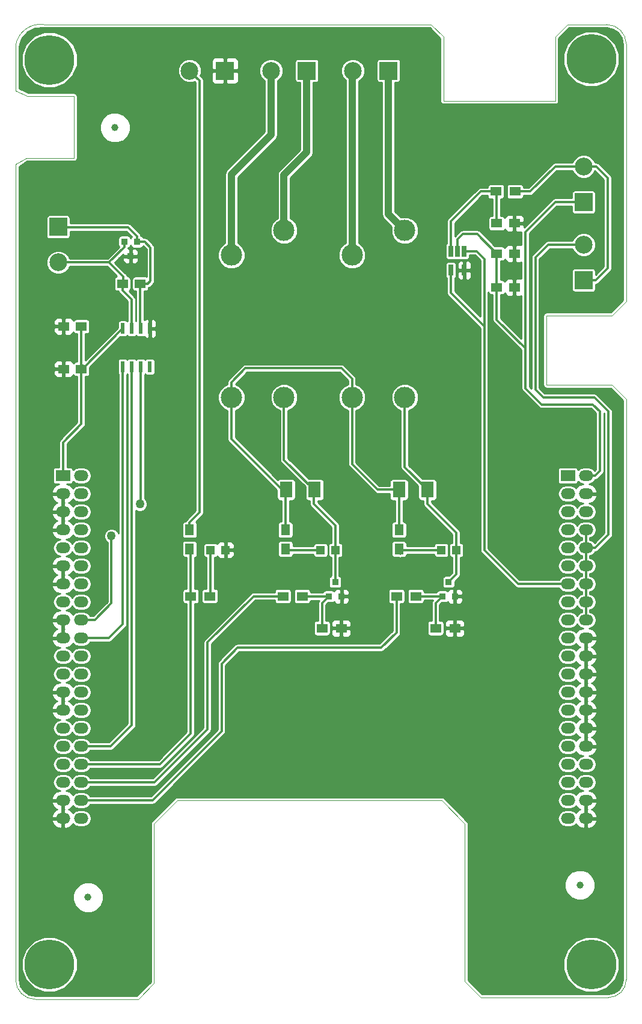
<source format=gbr>
G04 #@! TF.FileFunction,Copper,L1,Top,Mixed*
%FSLAX46Y46*%
G04 Gerber Fmt 4.6, Leading zero omitted, Abs format (unit mm)*
G04 Created by KiCad (PCBNEW 4.0.7-e1-6374~58~ubuntu16.04.1) date Wed Aug  9 14:42:09 2017*
%MOMM*%
%LPD*%
G01*
G04 APERTURE LIST*
%ADD10C,0.100000*%
%ADD11R,2.500000X2.500000*%
%ADD12C,2.500000*%
%ADD13R,2.000000X1.524000*%
%ADD14O,2.000000X1.524000*%
%ADD15C,7.000000*%
%ADD16C,2.999740*%
%ADD17R,1.800860X2.199640*%
%ADD18R,1.198880X1.198880*%
%ADD19C,1.000000*%
%ADD20R,0.600000X1.520000*%
%ADD21R,0.650000X1.560000*%
%ADD22R,0.914400X0.914400*%
%ADD23R,1.500000X1.250000*%
%ADD24R,1.500000X1.300000*%
%ADD25R,1.300000X1.500000*%
%ADD26C,1.270000*%
%ADD27C,0.300000*%
%ADD28C,1.000000*%
%ADD29C,0.254000*%
G04 APERTURE END LIST*
D10*
X86200000Y-51300000D02*
X86200000Y-42600000D01*
X78000000Y-52200000D02*
X79500000Y-51300000D01*
X79700000Y-42600000D02*
X78000000Y-41800000D01*
X164000000Y-35250000D02*
G75*
G03X161250000Y-32500000I-2750000J0D01*
G01*
X84000000Y-32500000D02*
X136500000Y-32500000D01*
X82000000Y-32500000D02*
X84000000Y-32500000D01*
X81999999Y-32500000D02*
G75*
G03X78000000Y-35500000I-499999J-3500000D01*
G01*
X78000000Y-41800000D02*
X78000000Y-35500000D01*
X79500000Y-51300000D02*
X86200000Y-51300000D01*
X78000000Y-167000000D02*
X78000000Y-52200000D01*
X78000000Y-167000000D02*
G75*
G03X80750000Y-169750000I2750000J0D01*
G01*
X97500000Y-167500000D02*
X95250000Y-169750000D01*
X161500000Y-169500000D02*
G75*
G03X164000000Y-167000000I0J2500000D01*
G01*
X138000000Y-141750000D02*
X100750000Y-141750000D01*
X141250000Y-145000000D02*
X138000000Y-141750000D01*
X141250000Y-167250000D02*
X141250000Y-145000000D01*
X95250000Y-169750000D02*
X80750000Y-169750000D01*
X97500000Y-145000000D02*
X97500000Y-167500000D01*
X100750000Y-141750000D02*
X97500000Y-145000000D01*
X143500000Y-169500000D02*
X141250000Y-167250000D01*
X161500000Y-169500000D02*
X143500000Y-169500000D01*
X164000000Y-85250000D02*
X164000000Y-167000000D01*
X162000000Y-83250000D02*
X164000000Y-85250000D01*
X152750000Y-83250000D02*
X162000000Y-83250000D01*
X152750000Y-73500000D02*
X152750000Y-83250000D01*
X162000000Y-73500000D02*
X152750000Y-73500000D01*
X164000000Y-71500000D02*
X162000000Y-73500000D01*
X164000000Y-35250000D02*
X164000000Y-71500000D01*
X155750000Y-32500000D02*
X161250000Y-32500000D01*
X155500000Y-32750000D02*
X155750000Y-32500000D01*
X154000000Y-34250000D02*
X155500000Y-32750000D01*
X154000000Y-35250000D02*
X154000000Y-34250000D01*
X154000000Y-43250000D02*
X154000000Y-35250000D01*
X138250000Y-43250000D02*
X154000000Y-43250000D01*
X138250000Y-34250000D02*
X138250000Y-43250000D01*
X136500000Y-32500000D02*
X138250000Y-34250000D01*
X86200000Y-42600000D02*
X79700000Y-42600000D01*
D11*
X158000000Y-57500000D03*
D12*
X158000000Y-52500000D03*
D13*
X155780000Y-96020000D03*
D14*
X158320000Y-96020000D03*
X155780000Y-108720000D03*
X158320000Y-98560000D03*
X155780000Y-111260000D03*
X158320000Y-101100000D03*
X155780000Y-113800000D03*
X158320000Y-103640000D03*
X155780000Y-116340000D03*
X158320000Y-106180000D03*
X155780000Y-118880000D03*
X158320000Y-108720000D03*
X155780000Y-121420000D03*
X158320000Y-111260000D03*
X155780000Y-123960000D03*
X158320000Y-113800000D03*
X155780000Y-126500000D03*
X158320000Y-116340000D03*
X155780000Y-129040000D03*
X158320000Y-118880000D03*
X155780000Y-131580000D03*
X158320000Y-121420000D03*
X155780000Y-134120000D03*
X158320000Y-123960000D03*
X158320000Y-126500000D03*
X155780000Y-136660000D03*
X158320000Y-129040000D03*
X158320000Y-134120000D03*
X158320000Y-136660000D03*
X158320000Y-139200000D03*
X158320000Y-141740000D03*
X155780000Y-139200000D03*
X155780000Y-141740000D03*
X155780000Y-98560000D03*
X155780000Y-101100000D03*
X155780000Y-103640000D03*
X155780000Y-106180000D03*
X155780000Y-144280000D03*
X158320000Y-144280000D03*
X158320000Y-131580000D03*
D13*
X84660000Y-96020000D03*
D14*
X87200000Y-96020000D03*
X84660000Y-98560000D03*
X87200000Y-98560000D03*
X84660000Y-101100000D03*
X87200000Y-101100000D03*
X84660000Y-103640000D03*
X87200000Y-103640000D03*
X84660000Y-106180000D03*
X87200000Y-106180000D03*
X84660000Y-108720000D03*
X87200000Y-108720000D03*
X84660000Y-111260000D03*
X87200000Y-111260000D03*
X84660000Y-113800000D03*
X87200000Y-113800000D03*
X84660000Y-116340000D03*
X87200000Y-116340000D03*
X84660000Y-118880000D03*
X87200000Y-118880000D03*
X84660000Y-121420000D03*
X87200000Y-121420000D03*
X84660000Y-123960000D03*
X87200000Y-123960000D03*
X84660000Y-126500000D03*
X87200000Y-126500000D03*
X84660000Y-129040000D03*
X87200000Y-129040000D03*
X84660000Y-131580000D03*
X87200000Y-131580000D03*
X84660000Y-134120000D03*
X87200000Y-134120000D03*
X84660000Y-136660000D03*
X87200000Y-136660000D03*
X84660000Y-139200000D03*
X87200000Y-139200000D03*
X84660000Y-141740000D03*
X87200000Y-141740000D03*
X84660000Y-144280000D03*
X87200000Y-144280000D03*
D15*
X82755000Y-164854000D03*
X159082000Y-164854000D03*
X82755000Y-37473000D03*
X159082000Y-37346000D03*
D16*
X125380000Y-85000000D03*
X132800000Y-85000000D03*
X125380000Y-64980000D03*
X132800000Y-61500000D03*
X108380000Y-85000000D03*
X115800000Y-85000000D03*
X108380000Y-64980000D03*
X115800000Y-61500000D03*
D17*
X120106600Y-98000000D03*
X116093400Y-98000000D03*
X136006600Y-98000000D03*
X131993400Y-98000000D03*
D18*
X123049020Y-106500000D03*
X120950980Y-106500000D03*
X140049020Y-106500000D03*
X137950980Y-106500000D03*
X107549020Y-106500000D03*
X105450980Y-106500000D03*
D19*
X92000000Y-47000000D03*
X157480000Y-153670000D03*
D11*
X84000000Y-61000000D03*
D12*
X84000000Y-66000000D03*
D11*
X158000000Y-68500000D03*
D12*
X158000000Y-63500000D03*
D11*
X107500000Y-39000000D03*
D12*
X102500000Y-39000000D03*
D11*
X119000000Y-39000000D03*
D12*
X114000000Y-39000000D03*
D11*
X130500000Y-39000000D03*
D12*
X125500000Y-39000000D03*
D20*
X96905000Y-75300000D03*
X95635000Y-75300000D03*
X94365000Y-75300000D03*
X93095000Y-75300000D03*
X93095000Y-80700000D03*
X94365000Y-80700000D03*
X95635000Y-80700000D03*
X96905000Y-80700000D03*
D21*
X141200000Y-64400000D03*
X140250000Y-64400000D03*
X139300000Y-64400000D03*
X139300000Y-67100000D03*
X141200000Y-67100000D03*
D22*
X123889000Y-113016000D03*
X122111000Y-113016000D03*
X123000000Y-110984000D03*
X139889000Y-113016000D03*
X138111000Y-113016000D03*
X139000000Y-110984000D03*
D23*
X148250000Y-60500000D03*
X145750000Y-60500000D03*
X93050000Y-69000000D03*
X95550000Y-69000000D03*
X84750000Y-75000000D03*
X87250000Y-75000000D03*
X148250000Y-64750000D03*
X145750000Y-64750000D03*
X84750000Y-81000000D03*
X87250000Y-81000000D03*
X148250000Y-69500000D03*
X145750000Y-69500000D03*
D19*
X88200000Y-155400000D03*
D24*
X145650000Y-56000000D03*
X148350000Y-56000000D03*
D25*
X116000000Y-106350000D03*
X116000000Y-103650000D03*
X132000000Y-106350000D03*
X132000000Y-103650000D03*
D24*
X118350000Y-113000000D03*
X115650000Y-113000000D03*
X134350000Y-113000000D03*
X131650000Y-113000000D03*
X139850000Y-117500000D03*
X137150000Y-117500000D03*
X123850000Y-117500000D03*
X121150000Y-117500000D03*
X105350000Y-113000000D03*
X102650000Y-113000000D03*
D25*
X102500000Y-103650000D03*
X102500000Y-106350000D03*
D22*
X93311000Y-63084000D03*
X95089000Y-63084000D03*
X94200000Y-65116000D03*
D26*
X94200000Y-66700000D03*
X91500000Y-104500000D03*
X95500000Y-100000000D03*
D27*
X93311000Y-63084000D02*
X93311000Y-63841200D01*
X93311000Y-63841200D02*
X91152200Y-66000000D01*
X91152200Y-66000000D02*
X91125000Y-66000000D01*
X93050000Y-69000000D02*
X93050000Y-69925000D01*
X93050000Y-69925000D02*
X94365000Y-71240000D01*
X94365000Y-74240000D02*
X94365000Y-75300000D01*
X94365000Y-71240000D02*
X94365000Y-74240000D01*
X93150000Y-68000000D02*
X93150000Y-68900000D01*
X91125000Y-66000000D02*
X93050000Y-67925000D01*
X93050000Y-67925000D02*
X93075000Y-67925000D01*
X93075000Y-67925000D02*
X93150000Y-68000000D01*
X93050000Y-69000000D02*
X92925000Y-69000000D01*
X91125000Y-66000000D02*
X84000000Y-66000000D01*
X93050000Y-69000000D02*
X93050000Y-68750000D01*
X93165000Y-69115000D02*
X93050000Y-69000000D01*
X93150000Y-68900000D02*
X93050000Y-69000000D01*
X95089000Y-63084000D02*
X96184000Y-63084000D01*
X96184000Y-63084000D02*
X97000000Y-63900000D01*
X97000000Y-63900000D02*
X97000000Y-68600000D01*
X97000000Y-68600000D02*
X96600000Y-69000000D01*
X96600000Y-69000000D02*
X95550000Y-69000000D01*
X84000000Y-61000000D02*
X84050000Y-61050000D01*
X84050000Y-61050000D02*
X93812200Y-61050000D01*
X93812200Y-61050000D02*
X95089000Y-62326800D01*
X95089000Y-62326800D02*
X95089000Y-63084000D01*
X95550000Y-69000000D02*
X95550000Y-75215000D01*
X95550000Y-75215000D02*
X95635000Y-75300000D01*
X84050000Y-61050000D02*
X84000000Y-61000000D01*
X94200000Y-65116000D02*
X94200000Y-66700000D01*
X158340000Y-144260000D02*
X158500000Y-144420000D01*
X139850000Y-117500000D02*
X140350000Y-117000000D01*
X139850000Y-113055000D02*
X139889000Y-113016000D01*
X123850000Y-113055000D02*
X123889000Y-113016000D01*
X149800000Y-77500000D02*
X149800000Y-78100000D01*
X149800000Y-78100000D02*
X149800000Y-83700000D01*
X145750000Y-69500000D02*
X145750000Y-74050000D01*
X145750000Y-74050000D02*
X149800000Y-78100000D01*
X149800000Y-61700000D02*
X149800000Y-77500000D01*
X158340000Y-96000000D02*
X159640000Y-96000000D01*
X159640000Y-96000000D02*
X160300000Y-95340000D01*
X160300000Y-95340000D02*
X160300000Y-87000000D01*
X158000000Y-57500000D02*
X154000000Y-57500000D01*
X154000000Y-57500000D02*
X149800000Y-61700000D01*
X149800000Y-83700000D02*
X152100000Y-86000000D01*
X158578000Y-96000000D02*
X158340000Y-96000000D01*
X152100000Y-86000000D02*
X159300000Y-86000000D01*
X159300000Y-86000000D02*
X160300000Y-87000000D01*
X158250000Y-95910000D02*
X158340000Y-96000000D01*
X158250000Y-95910000D02*
X158340000Y-96000000D01*
X140250000Y-64400000D02*
X140250000Y-62750000D01*
X143000000Y-62000000D02*
X145750000Y-64750000D01*
X141000000Y-62000000D02*
X143000000Y-62000000D01*
X140250000Y-62750000D02*
X141000000Y-62000000D01*
X145750000Y-69500000D02*
X145750000Y-64750000D01*
X115800000Y-85000000D02*
X115800000Y-93793400D01*
X115800000Y-93793400D02*
X120006600Y-98000000D01*
X120006600Y-98000000D02*
X120006600Y-100006600D01*
X123049020Y-103049020D02*
X123049020Y-106500000D01*
X120006600Y-100006600D02*
X123049020Y-103049020D01*
X123000000Y-110984000D02*
X123000000Y-106549020D01*
X123000000Y-106549020D02*
X123049020Y-106500000D01*
X120950980Y-106500000D02*
X116150000Y-106500000D01*
X116150000Y-106500000D02*
X116000000Y-106350000D01*
X132800000Y-85000000D02*
X132800000Y-94793400D01*
X132800000Y-94793400D02*
X136006600Y-98000000D01*
X140049020Y-107000000D02*
X140049020Y-104049020D01*
X136006600Y-100006600D02*
X136006600Y-98000000D01*
X140049020Y-104049020D02*
X136006600Y-100006600D01*
X140049020Y-107000000D02*
X140049020Y-109934980D01*
X140049020Y-109934980D02*
X139000000Y-110984000D01*
X137950980Y-106500000D02*
X132150000Y-106500000D01*
X132150000Y-106500000D02*
X132000000Y-106350000D01*
X132150000Y-107000000D02*
X132000000Y-106850000D01*
X105450980Y-106500000D02*
X105450980Y-112899020D01*
X105450980Y-112899020D02*
X105350000Y-113000000D01*
X161400000Y-66800000D02*
X159700000Y-68500000D01*
X159700000Y-68500000D02*
X158000000Y-68500000D01*
X161400000Y-54132234D02*
X161400000Y-66800000D01*
X158000000Y-52500000D02*
X159767766Y-52500000D01*
X159767766Y-52500000D02*
X161400000Y-54132234D01*
X148350000Y-56000000D02*
X150500000Y-56000000D01*
X154000000Y-52500000D02*
X158000000Y-52500000D01*
X150500000Y-56000000D02*
X154000000Y-52500000D01*
X158000000Y-68500000D02*
X157000000Y-68500000D01*
X103900000Y-101200000D02*
X103900000Y-40400000D01*
X103900000Y-40400000D02*
X102500000Y-39000000D01*
X102500000Y-103650000D02*
X102500000Y-102600000D01*
X102500000Y-102600000D02*
X103900000Y-101200000D01*
X102500000Y-39500000D02*
X103000000Y-39000000D01*
D28*
X115800000Y-61500000D02*
X115800000Y-53700000D01*
X119000000Y-50500000D02*
X119000000Y-39000000D01*
X115800000Y-53700000D02*
X119000000Y-50500000D01*
X114000000Y-39000000D02*
X114000000Y-48000000D01*
X108380000Y-53620000D02*
X108380000Y-64980000D01*
X114000000Y-48000000D02*
X108380000Y-53620000D01*
X130500000Y-39000000D02*
X130500000Y-59200000D01*
X130500000Y-59200000D02*
X132800000Y-61500000D01*
X125380000Y-64980000D02*
X125380000Y-39120000D01*
X125380000Y-39120000D02*
X125500000Y-39000000D01*
D27*
X122111000Y-113016000D02*
X118366000Y-113016000D01*
X118366000Y-113016000D02*
X118350000Y-113000000D01*
X121150000Y-117500000D02*
X121150000Y-113977000D01*
X121150000Y-113977000D02*
X122111000Y-113016000D01*
X137150000Y-117500000D02*
X137150000Y-113977000D01*
X137150000Y-113977000D02*
X138111000Y-113016000D01*
X134350000Y-113000000D02*
X138095000Y-113000000D01*
X138095000Y-113000000D02*
X138111000Y-113016000D01*
X102650000Y-113000000D02*
X102650000Y-132350000D01*
X98360000Y-136640000D02*
X87220000Y-136640000D01*
X102650000Y-132350000D02*
X98360000Y-136640000D01*
X102650000Y-113000000D02*
X102650000Y-106500000D01*
X102650000Y-106500000D02*
X102500000Y-106350000D01*
X94365000Y-80700000D02*
X94365000Y-131135000D01*
X91400000Y-134100000D02*
X87220000Y-134100000D01*
X94365000Y-131135000D02*
X91400000Y-134100000D01*
X87320000Y-134000000D02*
X87220000Y-134100000D01*
X93095000Y-80700000D02*
X93095000Y-116905000D01*
X91140000Y-118860000D02*
X87220000Y-118860000D01*
X93095000Y-116905000D02*
X91140000Y-118860000D01*
X95635000Y-80700000D02*
X95635000Y-99865000D01*
X89180000Y-116320000D02*
X87220000Y-116320000D01*
X91500000Y-114000000D02*
X89180000Y-116320000D01*
X91500000Y-104500000D02*
X91500000Y-114000000D01*
X95635000Y-99865000D02*
X95500000Y-100000000D01*
X155800000Y-111240000D02*
X148740000Y-111240000D01*
X144000000Y-106500000D02*
X144000000Y-75000000D01*
X148740000Y-111240000D02*
X144000000Y-106500000D01*
X139300000Y-67100000D02*
X139300000Y-70300000D01*
X142900000Y-64400000D02*
X144000000Y-65500000D01*
X144000000Y-65500000D02*
X144000000Y-75000000D01*
X142900000Y-64400000D02*
X141200000Y-64400000D01*
X139300000Y-70300000D02*
X144000000Y-75000000D01*
X145750000Y-60500000D02*
X145750000Y-56100000D01*
X145750000Y-56100000D02*
X145650000Y-56000000D01*
X145650000Y-56000000D02*
X143500000Y-56000000D01*
X143500000Y-56000000D02*
X139300000Y-60200000D01*
X139300000Y-60200000D02*
X139300000Y-64400000D01*
X158320000Y-113800000D02*
X158320000Y-116340000D01*
X158320000Y-111260000D02*
X158320000Y-113800000D01*
X158320000Y-108720000D02*
X158320000Y-111260000D01*
X158320000Y-106180000D02*
X158320000Y-108720000D01*
X158320000Y-103640000D02*
X158320000Y-106180000D01*
X151200000Y-83900000D02*
X152300000Y-85000000D01*
X152300000Y-85000000D02*
X159500000Y-85000000D01*
X151200000Y-65300000D02*
X151200000Y-83900000D01*
X153000000Y-63500000D02*
X151200000Y-65300000D01*
X158000000Y-63500000D02*
X153000000Y-63500000D01*
X161500000Y-87000000D02*
X159500000Y-85000000D01*
X161500000Y-104300000D02*
X161500000Y-87000000D01*
X158340000Y-106160000D02*
X159640000Y-106160000D01*
X159640000Y-106160000D02*
X161500000Y-104300000D01*
X87220000Y-139180000D02*
X97570000Y-139180000D01*
X111500000Y-113000000D02*
X115650000Y-113000000D01*
X105000000Y-119500000D02*
X111500000Y-113000000D01*
X105000000Y-131750000D02*
X105000000Y-119500000D01*
X97570000Y-139180000D02*
X105000000Y-131750000D01*
X87220000Y-141720000D02*
X97280000Y-141720000D01*
X131650000Y-118100000D02*
X131650000Y-113000000D01*
X129500000Y-120250000D02*
X131650000Y-118100000D01*
X109250000Y-120250000D02*
X129500000Y-120250000D01*
X107000000Y-122500000D02*
X109250000Y-120250000D01*
X107000000Y-132000000D02*
X107000000Y-122500000D01*
X97280000Y-141720000D02*
X107000000Y-132000000D01*
X87250000Y-81000000D02*
X87250000Y-88750000D01*
X84680000Y-91320000D02*
X84680000Y-96000000D01*
X87250000Y-88750000D02*
X84680000Y-91320000D01*
X87250000Y-81000000D02*
X87395000Y-81000000D01*
X87395000Y-81000000D02*
X93095000Y-75300000D01*
X87250000Y-75000000D02*
X87250000Y-81000000D01*
X87250000Y-81000000D02*
X87500000Y-80750000D01*
X87500000Y-80750000D02*
X87500000Y-80500000D01*
X87500000Y-80500000D02*
X87250000Y-81000000D01*
X108380000Y-85000000D02*
X108380000Y-82878864D01*
X108380000Y-82878864D02*
X110358864Y-80900000D01*
X110358864Y-80900000D02*
X123900000Y-80900000D01*
X123900000Y-80900000D02*
X125380000Y-82380000D01*
X125380000Y-82380000D02*
X125380000Y-85000000D01*
X131993400Y-98000000D02*
X129000000Y-98000000D01*
X125380000Y-94380000D02*
X125380000Y-85000000D01*
X129000000Y-98000000D02*
X125380000Y-94380000D01*
X115993400Y-98000000D02*
X115500000Y-98000000D01*
X115500000Y-98000000D02*
X108380000Y-90880000D01*
X108380000Y-90880000D02*
X108380000Y-85000000D01*
X132000000Y-103650000D02*
X132000000Y-98006600D01*
X132000000Y-98006600D02*
X131993400Y-98000000D01*
X116000000Y-103650000D02*
X116000000Y-98006600D01*
X116000000Y-98006600D02*
X115993400Y-98000000D01*
X132000000Y-98006600D02*
X131993400Y-98000000D01*
D29*
G36*
X137773000Y-34447580D02*
X137773000Y-43250000D01*
X137809309Y-43432540D01*
X137912710Y-43587290D01*
X138067460Y-43690691D01*
X138250000Y-43727000D01*
X154000000Y-43727000D01*
X154182540Y-43690691D01*
X154337290Y-43587290D01*
X154440691Y-43432540D01*
X154477000Y-43250000D01*
X154477000Y-38123702D01*
X155154320Y-38123702D01*
X155750911Y-39567560D01*
X156854629Y-40673207D01*
X158297445Y-41272316D01*
X159859702Y-41273680D01*
X161303560Y-40677089D01*
X162409207Y-39573371D01*
X163008316Y-38130555D01*
X163009680Y-36568298D01*
X162413089Y-35124440D01*
X161309371Y-34018793D01*
X159866555Y-33419684D01*
X158304298Y-33418320D01*
X156860440Y-34014911D01*
X155754793Y-35118629D01*
X155155684Y-36561445D01*
X155154320Y-38123702D01*
X154477000Y-38123702D01*
X154477000Y-34447580D01*
X155947580Y-32977000D01*
X161203018Y-32977000D01*
X162116264Y-33158656D01*
X162850646Y-33649354D01*
X163341344Y-34383735D01*
X163523000Y-35296982D01*
X163523000Y-71302420D01*
X161802420Y-73023000D01*
X152750000Y-73023000D01*
X152567460Y-73059309D01*
X152412710Y-73162710D01*
X152309309Y-73317460D01*
X152273000Y-73500000D01*
X152273000Y-83250000D01*
X152309309Y-83432540D01*
X152412710Y-83587290D01*
X152567460Y-83690691D01*
X152750000Y-83727000D01*
X161802420Y-83727000D01*
X163523000Y-85447580D01*
X163523000Y-166953018D01*
X163360374Y-167770594D01*
X162923869Y-168423869D01*
X162270594Y-168860374D01*
X161453018Y-169023000D01*
X143697580Y-169023000D01*
X141727000Y-167052420D01*
X141727000Y-165631702D01*
X155154320Y-165631702D01*
X155750911Y-167075560D01*
X156854629Y-168181207D01*
X158297445Y-168780316D01*
X159859702Y-168781680D01*
X161303560Y-168185089D01*
X162409207Y-167081371D01*
X163008316Y-165638555D01*
X163009680Y-164076298D01*
X162413089Y-162632440D01*
X161309371Y-161526793D01*
X159866555Y-160927684D01*
X158304298Y-160926320D01*
X156860440Y-161522911D01*
X155754793Y-162626629D01*
X155155684Y-164069445D01*
X155154320Y-165631702D01*
X141727000Y-165631702D01*
X141727000Y-154095983D01*
X155328627Y-154095983D01*
X155655407Y-154886852D01*
X156259965Y-155492466D01*
X157050262Y-155820626D01*
X157905983Y-155821373D01*
X158696852Y-155494593D01*
X159302466Y-154890035D01*
X159630626Y-154099738D01*
X159631373Y-153244017D01*
X159304593Y-152453148D01*
X158700035Y-151847534D01*
X157909738Y-151519374D01*
X157054017Y-151518627D01*
X156263148Y-151845407D01*
X155657534Y-152449965D01*
X155329374Y-153240262D01*
X155328627Y-154095983D01*
X141727000Y-154095983D01*
X141727000Y-145000000D01*
X141690691Y-144817460D01*
X141587290Y-144662710D01*
X138337290Y-141412710D01*
X138182540Y-141309309D01*
X138000000Y-141273000D01*
X100750000Y-141273000D01*
X100567460Y-141309309D01*
X100412710Y-141412710D01*
X97162710Y-144662710D01*
X97059309Y-144817460D01*
X97023000Y-145000000D01*
X97023000Y-167302420D01*
X95052420Y-169273000D01*
X80796982Y-169273000D01*
X79883735Y-169091344D01*
X79149354Y-168600646D01*
X78658656Y-167866264D01*
X78477000Y-166953018D01*
X78477000Y-165631702D01*
X78827320Y-165631702D01*
X79423911Y-167075560D01*
X80527629Y-168181207D01*
X81970445Y-168780316D01*
X83532702Y-168781680D01*
X84976560Y-168185089D01*
X86082207Y-167081371D01*
X86681316Y-165638555D01*
X86682680Y-164076298D01*
X86086089Y-162632440D01*
X84982371Y-161526793D01*
X83539555Y-160927684D01*
X81977298Y-160926320D01*
X80533440Y-161522911D01*
X79427793Y-162626629D01*
X78828684Y-164069445D01*
X78827320Y-165631702D01*
X78477000Y-165631702D01*
X78477000Y-155825983D01*
X86048627Y-155825983D01*
X86375407Y-156616852D01*
X86979965Y-157222466D01*
X87770262Y-157550626D01*
X88625983Y-157551373D01*
X89416852Y-157224593D01*
X90022466Y-156620035D01*
X90350626Y-155829738D01*
X90351373Y-154974017D01*
X90024593Y-154183148D01*
X89420035Y-153577534D01*
X88629738Y-153249374D01*
X87774017Y-153248627D01*
X86983148Y-153575407D01*
X86377534Y-154179965D01*
X86049374Y-154970262D01*
X86048627Y-155825983D01*
X78477000Y-155825983D01*
X78477000Y-144623070D01*
X83067780Y-144623070D01*
X83084623Y-144715230D01*
X83352980Y-145193892D01*
X83784086Y-145533422D01*
X84312308Y-145682130D01*
X84533000Y-145523277D01*
X84533000Y-144407000D01*
X83190280Y-144407000D01*
X83067780Y-144623070D01*
X78477000Y-144623070D01*
X78477000Y-142083070D01*
X83067780Y-142083070D01*
X83084623Y-142175230D01*
X83352980Y-142653892D01*
X83784086Y-142993422D01*
X83842972Y-143010000D01*
X83784086Y-143026578D01*
X83352980Y-143366108D01*
X83084623Y-143844770D01*
X83067780Y-143936930D01*
X83190280Y-144153000D01*
X84533000Y-144153000D01*
X84533000Y-143036723D01*
X84495874Y-143010000D01*
X84533000Y-142983277D01*
X84533000Y-141867000D01*
X83190280Y-141867000D01*
X83067780Y-142083070D01*
X78477000Y-142083070D01*
X78477000Y-141396930D01*
X83067780Y-141396930D01*
X83190280Y-141613000D01*
X84533000Y-141613000D01*
X84533000Y-141593000D01*
X84787000Y-141593000D01*
X84787000Y-141613000D01*
X84807000Y-141613000D01*
X84807000Y-141867000D01*
X84787000Y-141867000D01*
X84787000Y-142983277D01*
X84824126Y-143010000D01*
X84787000Y-143036723D01*
X84787000Y-144153000D01*
X84807000Y-144153000D01*
X84807000Y-144407000D01*
X84787000Y-144407000D01*
X84787000Y-145523277D01*
X85007692Y-145682130D01*
X85535914Y-145533422D01*
X85967020Y-145193892D01*
X86046929Y-145051361D01*
X86093293Y-145120750D01*
X86479032Y-145378493D01*
X86934043Y-145469000D01*
X87465957Y-145469000D01*
X87920968Y-145378493D01*
X88306707Y-145120750D01*
X88564450Y-144735011D01*
X88654957Y-144280000D01*
X88564450Y-143824989D01*
X88306707Y-143439250D01*
X87920968Y-143181507D01*
X87465957Y-143091000D01*
X86934043Y-143091000D01*
X86479032Y-143181507D01*
X86093293Y-143439250D01*
X86046929Y-143508639D01*
X85967020Y-143366108D01*
X85535914Y-143026578D01*
X85477028Y-143010000D01*
X85535914Y-142993422D01*
X85967020Y-142653892D01*
X86046929Y-142511361D01*
X86093293Y-142580750D01*
X86479032Y-142838493D01*
X86934043Y-142929000D01*
X87465957Y-142929000D01*
X87920968Y-142838493D01*
X88306707Y-142580750D01*
X88496303Y-142297000D01*
X97279995Y-142297000D01*
X97280000Y-142297001D01*
X97500808Y-142253078D01*
X97688001Y-142128001D01*
X100616001Y-139200000D01*
X154325043Y-139200000D01*
X154415550Y-139655011D01*
X154673293Y-140040750D01*
X155059032Y-140298493D01*
X155514043Y-140389000D01*
X156045957Y-140389000D01*
X156500968Y-140298493D01*
X156886707Y-140040750D01*
X157050000Y-139796365D01*
X157213293Y-140040750D01*
X157599032Y-140298493D01*
X157899724Y-140358304D01*
X157444086Y-140486578D01*
X157012980Y-140826108D01*
X156933071Y-140968639D01*
X156886707Y-140899250D01*
X156500968Y-140641507D01*
X156045957Y-140551000D01*
X155514043Y-140551000D01*
X155059032Y-140641507D01*
X154673293Y-140899250D01*
X154415550Y-141284989D01*
X154325043Y-141740000D01*
X154415550Y-142195011D01*
X154673293Y-142580750D01*
X155059032Y-142838493D01*
X155514043Y-142929000D01*
X156045957Y-142929000D01*
X156500968Y-142838493D01*
X156886707Y-142580750D01*
X156933071Y-142511361D01*
X157012980Y-142653892D01*
X157444086Y-142993422D01*
X157502972Y-143010000D01*
X157444086Y-143026578D01*
X157012980Y-143366108D01*
X156933071Y-143508639D01*
X156886707Y-143439250D01*
X156500968Y-143181507D01*
X156045957Y-143091000D01*
X155514043Y-143091000D01*
X155059032Y-143181507D01*
X154673293Y-143439250D01*
X154415550Y-143824989D01*
X154325043Y-144280000D01*
X154415550Y-144735011D01*
X154673293Y-145120750D01*
X155059032Y-145378493D01*
X155514043Y-145469000D01*
X156045957Y-145469000D01*
X156500968Y-145378493D01*
X156886707Y-145120750D01*
X156933071Y-145051361D01*
X157012980Y-145193892D01*
X157444086Y-145533422D01*
X157972308Y-145682130D01*
X158193000Y-145523277D01*
X158193000Y-144407000D01*
X158447000Y-144407000D01*
X158447000Y-145523277D01*
X158667692Y-145682130D01*
X159195914Y-145533422D01*
X159627020Y-145193892D01*
X159895377Y-144715230D01*
X159912220Y-144623070D01*
X159789720Y-144407000D01*
X158447000Y-144407000D01*
X158193000Y-144407000D01*
X158173000Y-144407000D01*
X158173000Y-144153000D01*
X158193000Y-144153000D01*
X158193000Y-143036723D01*
X158155874Y-143010000D01*
X158193000Y-142983277D01*
X158193000Y-141867000D01*
X158447000Y-141867000D01*
X158447000Y-142983277D01*
X158484126Y-143010000D01*
X158447000Y-143036723D01*
X158447000Y-144153000D01*
X159789720Y-144153000D01*
X159912220Y-143936930D01*
X159895377Y-143844770D01*
X159627020Y-143366108D01*
X159195914Y-143026578D01*
X159137028Y-143010000D01*
X159195914Y-142993422D01*
X159627020Y-142653892D01*
X159895377Y-142175230D01*
X159912220Y-142083070D01*
X159789720Y-141867000D01*
X158447000Y-141867000D01*
X158193000Y-141867000D01*
X158173000Y-141867000D01*
X158173000Y-141613000D01*
X158193000Y-141613000D01*
X158193000Y-141593000D01*
X158447000Y-141593000D01*
X158447000Y-141613000D01*
X159789720Y-141613000D01*
X159912220Y-141396930D01*
X159895377Y-141304770D01*
X159627020Y-140826108D01*
X159195914Y-140486578D01*
X158740276Y-140358304D01*
X159040968Y-140298493D01*
X159426707Y-140040750D01*
X159684450Y-139655011D01*
X159774957Y-139200000D01*
X159684450Y-138744989D01*
X159426707Y-138359250D01*
X159040968Y-138101507D01*
X158585957Y-138011000D01*
X158054043Y-138011000D01*
X157599032Y-138101507D01*
X157213293Y-138359250D01*
X157050000Y-138603635D01*
X156886707Y-138359250D01*
X156500968Y-138101507D01*
X156045957Y-138011000D01*
X155514043Y-138011000D01*
X155059032Y-138101507D01*
X154673293Y-138359250D01*
X154415550Y-138744989D01*
X154325043Y-139200000D01*
X100616001Y-139200000D01*
X107407998Y-132408003D01*
X107408001Y-132408001D01*
X107533078Y-132220808D01*
X107577001Y-132000000D01*
X107577000Y-131999995D01*
X107577000Y-122739002D01*
X109489001Y-120827000D01*
X129499995Y-120827000D01*
X129500000Y-120827001D01*
X129720808Y-120783078D01*
X129908001Y-120658001D01*
X132058001Y-118508001D01*
X132183078Y-118320808D01*
X132227000Y-118100000D01*
X132227000Y-114085365D01*
X132400000Y-114085365D01*
X132558237Y-114055591D01*
X132703567Y-113962073D01*
X132801064Y-113819381D01*
X132835365Y-113650000D01*
X132835365Y-112350000D01*
X133164635Y-112350000D01*
X133164635Y-113650000D01*
X133194409Y-113808237D01*
X133287927Y-113953567D01*
X133430619Y-114051064D01*
X133600000Y-114085365D01*
X135100000Y-114085365D01*
X135258237Y-114055591D01*
X135403567Y-113962073D01*
X135501064Y-113819381D01*
X135535365Y-113650000D01*
X135535365Y-113577000D01*
X136736653Y-113577000D01*
X136616922Y-113756192D01*
X136572999Y-113977000D01*
X136573000Y-113977005D01*
X136573000Y-116414635D01*
X136400000Y-116414635D01*
X136241763Y-116444409D01*
X136096433Y-116537927D01*
X135998936Y-116680619D01*
X135964635Y-116850000D01*
X135964635Y-118150000D01*
X135994409Y-118308237D01*
X136087927Y-118453567D01*
X136230619Y-118551064D01*
X136400000Y-118585365D01*
X137900000Y-118585365D01*
X138058237Y-118555591D01*
X138203567Y-118462073D01*
X138301064Y-118319381D01*
X138335365Y-118150000D01*
X138335365Y-117785750D01*
X138465000Y-117785750D01*
X138465000Y-118276310D01*
X138561673Y-118509699D01*
X138740302Y-118688327D01*
X138973691Y-118785000D01*
X139564250Y-118785000D01*
X139723000Y-118626250D01*
X139723000Y-117627000D01*
X139977000Y-117627000D01*
X139977000Y-118626250D01*
X140135750Y-118785000D01*
X140726309Y-118785000D01*
X140959698Y-118688327D01*
X141138327Y-118509699D01*
X141235000Y-118276310D01*
X141235000Y-117785750D01*
X141076250Y-117627000D01*
X139977000Y-117627000D01*
X139723000Y-117627000D01*
X138623750Y-117627000D01*
X138465000Y-117785750D01*
X138335365Y-117785750D01*
X138335365Y-116850000D01*
X138311599Y-116723690D01*
X138465000Y-116723690D01*
X138465000Y-117214250D01*
X138623750Y-117373000D01*
X139723000Y-117373000D01*
X139723000Y-116373750D01*
X139977000Y-116373750D01*
X139977000Y-117373000D01*
X141076250Y-117373000D01*
X141235000Y-117214250D01*
X141235000Y-116723690D01*
X141138327Y-116490301D01*
X140959698Y-116311673D01*
X140726309Y-116215000D01*
X140135750Y-116215000D01*
X139977000Y-116373750D01*
X139723000Y-116373750D01*
X139564250Y-116215000D01*
X138973691Y-116215000D01*
X138740302Y-116311673D01*
X138561673Y-116490301D01*
X138465000Y-116723690D01*
X138311599Y-116723690D01*
X138305591Y-116691763D01*
X138212073Y-116546433D01*
X138069381Y-116448936D01*
X137900000Y-116414635D01*
X137727000Y-116414635D01*
X137727000Y-114216002D01*
X138034437Y-113908565D01*
X138568200Y-113908565D01*
X138726437Y-113878791D01*
X138871767Y-113785273D01*
X138872999Y-113783470D01*
X138893473Y-113832899D01*
X139072102Y-114011527D01*
X139305491Y-114108200D01*
X139603250Y-114108200D01*
X139762000Y-113949450D01*
X139762000Y-113143000D01*
X140016000Y-113143000D01*
X140016000Y-113949450D01*
X140174750Y-114108200D01*
X140472509Y-114108200D01*
X140705898Y-114011527D01*
X140884527Y-113832899D01*
X140981200Y-113599510D01*
X140981200Y-113301750D01*
X140822450Y-113143000D01*
X140016000Y-113143000D01*
X139762000Y-113143000D01*
X139742000Y-113143000D01*
X139742000Y-112889000D01*
X139762000Y-112889000D01*
X139762000Y-112082550D01*
X140016000Y-112082550D01*
X140016000Y-112889000D01*
X140822450Y-112889000D01*
X140981200Y-112730250D01*
X140981200Y-112432490D01*
X140884527Y-112199101D01*
X140705898Y-112020473D01*
X140472509Y-111923800D01*
X140174750Y-111923800D01*
X140016000Y-112082550D01*
X139762000Y-112082550D01*
X139603250Y-111923800D01*
X139305491Y-111923800D01*
X139072102Y-112020473D01*
X138893473Y-112199101D01*
X138872439Y-112249881D01*
X138737581Y-112157736D01*
X138568200Y-112123435D01*
X137653800Y-112123435D01*
X137495563Y-112153209D01*
X137350233Y-112246727D01*
X137252736Y-112389419D01*
X137245936Y-112423000D01*
X135535365Y-112423000D01*
X135535365Y-112350000D01*
X135505591Y-112191763D01*
X135412073Y-112046433D01*
X135269381Y-111948936D01*
X135100000Y-111914635D01*
X133600000Y-111914635D01*
X133441763Y-111944409D01*
X133296433Y-112037927D01*
X133198936Y-112180619D01*
X133164635Y-112350000D01*
X132835365Y-112350000D01*
X132805591Y-112191763D01*
X132712073Y-112046433D01*
X132569381Y-111948936D01*
X132400000Y-111914635D01*
X130900000Y-111914635D01*
X130741763Y-111944409D01*
X130596433Y-112037927D01*
X130498936Y-112180619D01*
X130464635Y-112350000D01*
X130464635Y-113650000D01*
X130494409Y-113808237D01*
X130587927Y-113953567D01*
X130730619Y-114051064D01*
X130900000Y-114085365D01*
X131073000Y-114085365D01*
X131073000Y-117860998D01*
X129260998Y-119673000D01*
X109250005Y-119673000D01*
X109250000Y-119672999D01*
X109029192Y-119716922D01*
X108841999Y-119841999D01*
X108841997Y-119842002D01*
X106591999Y-122091999D01*
X106466922Y-122279192D01*
X106422999Y-122500000D01*
X106423000Y-122500005D01*
X106423000Y-131760999D01*
X97040998Y-141143000D01*
X88469576Y-141143000D01*
X88306707Y-140899250D01*
X87920968Y-140641507D01*
X87465957Y-140551000D01*
X86934043Y-140551000D01*
X86479032Y-140641507D01*
X86093293Y-140899250D01*
X86046929Y-140968639D01*
X85967020Y-140826108D01*
X85535914Y-140486578D01*
X85080276Y-140358304D01*
X85380968Y-140298493D01*
X85766707Y-140040750D01*
X85930000Y-139796365D01*
X86093293Y-140040750D01*
X86479032Y-140298493D01*
X86934043Y-140389000D01*
X87465957Y-140389000D01*
X87920968Y-140298493D01*
X88306707Y-140040750D01*
X88496303Y-139757000D01*
X97569995Y-139757000D01*
X97570000Y-139757001D01*
X97790808Y-139713078D01*
X97978001Y-139588001D01*
X105407998Y-132158003D01*
X105408001Y-132158001D01*
X105533078Y-131970808D01*
X105542574Y-131923070D01*
X105577001Y-131750000D01*
X105577000Y-131749995D01*
X105577000Y-119739002D01*
X111739002Y-113577000D01*
X114464635Y-113577000D01*
X114464635Y-113650000D01*
X114494409Y-113808237D01*
X114587927Y-113953567D01*
X114730619Y-114051064D01*
X114900000Y-114085365D01*
X116400000Y-114085365D01*
X116558237Y-114055591D01*
X116703567Y-113962073D01*
X116801064Y-113819381D01*
X116835365Y-113650000D01*
X116835365Y-112350000D01*
X117164635Y-112350000D01*
X117164635Y-113650000D01*
X117194409Y-113808237D01*
X117287927Y-113953567D01*
X117430619Y-114051064D01*
X117600000Y-114085365D01*
X119100000Y-114085365D01*
X119258237Y-114055591D01*
X119403567Y-113962073D01*
X119501064Y-113819381D01*
X119535365Y-113650000D01*
X119535365Y-113593000D01*
X120725962Y-113593000D01*
X120616922Y-113756192D01*
X120572999Y-113977000D01*
X120573000Y-113977005D01*
X120573000Y-116414635D01*
X120400000Y-116414635D01*
X120241763Y-116444409D01*
X120096433Y-116537927D01*
X119998936Y-116680619D01*
X119964635Y-116850000D01*
X119964635Y-118150000D01*
X119994409Y-118308237D01*
X120087927Y-118453567D01*
X120230619Y-118551064D01*
X120400000Y-118585365D01*
X121900000Y-118585365D01*
X122058237Y-118555591D01*
X122203567Y-118462073D01*
X122301064Y-118319381D01*
X122335365Y-118150000D01*
X122335365Y-117785750D01*
X122465000Y-117785750D01*
X122465000Y-118276310D01*
X122561673Y-118509699D01*
X122740302Y-118688327D01*
X122973691Y-118785000D01*
X123564250Y-118785000D01*
X123723000Y-118626250D01*
X123723000Y-117627000D01*
X123977000Y-117627000D01*
X123977000Y-118626250D01*
X124135750Y-118785000D01*
X124726309Y-118785000D01*
X124959698Y-118688327D01*
X125138327Y-118509699D01*
X125235000Y-118276310D01*
X125235000Y-117785750D01*
X125076250Y-117627000D01*
X123977000Y-117627000D01*
X123723000Y-117627000D01*
X122623750Y-117627000D01*
X122465000Y-117785750D01*
X122335365Y-117785750D01*
X122335365Y-116850000D01*
X122311599Y-116723690D01*
X122465000Y-116723690D01*
X122465000Y-117214250D01*
X122623750Y-117373000D01*
X123723000Y-117373000D01*
X123723000Y-116373750D01*
X123977000Y-116373750D01*
X123977000Y-117373000D01*
X125076250Y-117373000D01*
X125235000Y-117214250D01*
X125235000Y-116723690D01*
X125138327Y-116490301D01*
X124959698Y-116311673D01*
X124726309Y-116215000D01*
X124135750Y-116215000D01*
X123977000Y-116373750D01*
X123723000Y-116373750D01*
X123564250Y-116215000D01*
X122973691Y-116215000D01*
X122740302Y-116311673D01*
X122561673Y-116490301D01*
X122465000Y-116723690D01*
X122311599Y-116723690D01*
X122305591Y-116691763D01*
X122212073Y-116546433D01*
X122069381Y-116448936D01*
X121900000Y-116414635D01*
X121727000Y-116414635D01*
X121727000Y-114216002D01*
X122034437Y-113908565D01*
X122568200Y-113908565D01*
X122726437Y-113878791D01*
X122871767Y-113785273D01*
X122872999Y-113783470D01*
X122893473Y-113832899D01*
X123072102Y-114011527D01*
X123305491Y-114108200D01*
X123603250Y-114108200D01*
X123762000Y-113949450D01*
X123762000Y-113143000D01*
X124016000Y-113143000D01*
X124016000Y-113949450D01*
X124174750Y-114108200D01*
X124472509Y-114108200D01*
X124705898Y-114011527D01*
X124884527Y-113832899D01*
X124981200Y-113599510D01*
X124981200Y-113301750D01*
X124822450Y-113143000D01*
X124016000Y-113143000D01*
X123762000Y-113143000D01*
X123742000Y-113143000D01*
X123742000Y-112889000D01*
X123762000Y-112889000D01*
X123762000Y-112082550D01*
X124016000Y-112082550D01*
X124016000Y-112889000D01*
X124822450Y-112889000D01*
X124981200Y-112730250D01*
X124981200Y-112432490D01*
X124884527Y-112199101D01*
X124705898Y-112020473D01*
X124472509Y-111923800D01*
X124174750Y-111923800D01*
X124016000Y-112082550D01*
X123762000Y-112082550D01*
X123603250Y-111923800D01*
X123305491Y-111923800D01*
X123072102Y-112020473D01*
X122893473Y-112199101D01*
X122872439Y-112249881D01*
X122737581Y-112157736D01*
X122568200Y-112123435D01*
X121653800Y-112123435D01*
X121495563Y-112153209D01*
X121350233Y-112246727D01*
X121252736Y-112389419D01*
X121242695Y-112439000D01*
X119535365Y-112439000D01*
X119535365Y-112350000D01*
X119505591Y-112191763D01*
X119412073Y-112046433D01*
X119269381Y-111948936D01*
X119100000Y-111914635D01*
X117600000Y-111914635D01*
X117441763Y-111944409D01*
X117296433Y-112037927D01*
X117198936Y-112180619D01*
X117164635Y-112350000D01*
X116835365Y-112350000D01*
X116805591Y-112191763D01*
X116712073Y-112046433D01*
X116569381Y-111948936D01*
X116400000Y-111914635D01*
X114900000Y-111914635D01*
X114741763Y-111944409D01*
X114596433Y-112037927D01*
X114498936Y-112180619D01*
X114464635Y-112350000D01*
X114464635Y-112423000D01*
X111500000Y-112423000D01*
X111279192Y-112466922D01*
X111091999Y-112591999D01*
X104591999Y-119091999D01*
X104466922Y-119279192D01*
X104422999Y-119500000D01*
X104423000Y-119500005D01*
X104423000Y-131510999D01*
X97330998Y-138603000D01*
X88469576Y-138603000D01*
X88306707Y-138359250D01*
X87920968Y-138101507D01*
X87465957Y-138011000D01*
X86934043Y-138011000D01*
X86479032Y-138101507D01*
X86093293Y-138359250D01*
X85930000Y-138603635D01*
X85766707Y-138359250D01*
X85380968Y-138101507D01*
X84925957Y-138011000D01*
X84394043Y-138011000D01*
X83939032Y-138101507D01*
X83553293Y-138359250D01*
X83295550Y-138744989D01*
X83205043Y-139200000D01*
X83295550Y-139655011D01*
X83553293Y-140040750D01*
X83939032Y-140298493D01*
X84239724Y-140358304D01*
X83784086Y-140486578D01*
X83352980Y-140826108D01*
X83084623Y-141304770D01*
X83067780Y-141396930D01*
X78477000Y-141396930D01*
X78477000Y-136660000D01*
X83205043Y-136660000D01*
X83295550Y-137115011D01*
X83553293Y-137500750D01*
X83939032Y-137758493D01*
X84394043Y-137849000D01*
X84925957Y-137849000D01*
X85380968Y-137758493D01*
X85766707Y-137500750D01*
X85930000Y-137256365D01*
X86093293Y-137500750D01*
X86479032Y-137758493D01*
X86934043Y-137849000D01*
X87465957Y-137849000D01*
X87920968Y-137758493D01*
X88306707Y-137500750D01*
X88496303Y-137217000D01*
X98359995Y-137217000D01*
X98360000Y-137217001D01*
X98580808Y-137173078D01*
X98768001Y-137048001D01*
X103057998Y-132758003D01*
X103058001Y-132758001D01*
X103183078Y-132570808D01*
X103227000Y-132350000D01*
X103227000Y-114085365D01*
X103400000Y-114085365D01*
X103558237Y-114055591D01*
X103703567Y-113962073D01*
X103801064Y-113819381D01*
X103835365Y-113650000D01*
X103835365Y-112350000D01*
X104164635Y-112350000D01*
X104164635Y-113650000D01*
X104194409Y-113808237D01*
X104287927Y-113953567D01*
X104430619Y-114051064D01*
X104600000Y-114085365D01*
X106100000Y-114085365D01*
X106258237Y-114055591D01*
X106403567Y-113962073D01*
X106501064Y-113819381D01*
X106535365Y-113650000D01*
X106535365Y-112350000D01*
X106505591Y-112191763D01*
X106412073Y-112046433D01*
X106269381Y-111948936D01*
X106100000Y-111914635D01*
X106027980Y-111914635D01*
X106027980Y-107534805D01*
X106050420Y-107534805D01*
X106208657Y-107505031D01*
X106353987Y-107411513D01*
X106377358Y-107377309D01*
X106411253Y-107459139D01*
X106589882Y-107637767D01*
X106823271Y-107734440D01*
X107263270Y-107734440D01*
X107422020Y-107575690D01*
X107422020Y-106627000D01*
X107676020Y-106627000D01*
X107676020Y-107575690D01*
X107834770Y-107734440D01*
X108274769Y-107734440D01*
X108508158Y-107637767D01*
X108686787Y-107459139D01*
X108783460Y-107225750D01*
X108783460Y-106785750D01*
X108624710Y-106627000D01*
X107676020Y-106627000D01*
X107422020Y-106627000D01*
X107402020Y-106627000D01*
X107402020Y-106373000D01*
X107422020Y-106373000D01*
X107422020Y-105424310D01*
X107676020Y-105424310D01*
X107676020Y-106373000D01*
X108624710Y-106373000D01*
X108783460Y-106214250D01*
X108783460Y-105774250D01*
X108711284Y-105600000D01*
X114914635Y-105600000D01*
X114914635Y-107100000D01*
X114944409Y-107258237D01*
X115037927Y-107403567D01*
X115180619Y-107501064D01*
X115350000Y-107535365D01*
X116650000Y-107535365D01*
X116808237Y-107505591D01*
X116953567Y-107412073D01*
X117051064Y-107269381D01*
X117085365Y-107100000D01*
X117085365Y-107077000D01*
X119916175Y-107077000D01*
X119916175Y-107099440D01*
X119945949Y-107257677D01*
X120039467Y-107403007D01*
X120182159Y-107500504D01*
X120351540Y-107534805D01*
X121550420Y-107534805D01*
X121708657Y-107505031D01*
X121853987Y-107411513D01*
X121951484Y-107268821D01*
X121985785Y-107099440D01*
X121985785Y-105900560D01*
X121956011Y-105742323D01*
X121862493Y-105596993D01*
X121719801Y-105499496D01*
X121550420Y-105465195D01*
X120351540Y-105465195D01*
X120193303Y-105494969D01*
X120047973Y-105588487D01*
X119950476Y-105731179D01*
X119916175Y-105900560D01*
X119916175Y-105923000D01*
X117085365Y-105923000D01*
X117085365Y-105600000D01*
X117055591Y-105441763D01*
X116962073Y-105296433D01*
X116819381Y-105198936D01*
X116650000Y-105164635D01*
X115350000Y-105164635D01*
X115191763Y-105194409D01*
X115046433Y-105287927D01*
X114948936Y-105430619D01*
X114914635Y-105600000D01*
X108711284Y-105600000D01*
X108686787Y-105540861D01*
X108508158Y-105362233D01*
X108274769Y-105265560D01*
X107834770Y-105265560D01*
X107676020Y-105424310D01*
X107422020Y-105424310D01*
X107263270Y-105265560D01*
X106823271Y-105265560D01*
X106589882Y-105362233D01*
X106411253Y-105540861D01*
X106378012Y-105621111D01*
X106362493Y-105596993D01*
X106219801Y-105499496D01*
X106050420Y-105465195D01*
X104851540Y-105465195D01*
X104693303Y-105494969D01*
X104547973Y-105588487D01*
X104450476Y-105731179D01*
X104416175Y-105900560D01*
X104416175Y-107099440D01*
X104445949Y-107257677D01*
X104539467Y-107403007D01*
X104682159Y-107500504D01*
X104851540Y-107534805D01*
X104873980Y-107534805D01*
X104873980Y-111914635D01*
X104600000Y-111914635D01*
X104441763Y-111944409D01*
X104296433Y-112037927D01*
X104198936Y-112180619D01*
X104164635Y-112350000D01*
X103835365Y-112350000D01*
X103805591Y-112191763D01*
X103712073Y-112046433D01*
X103569381Y-111948936D01*
X103400000Y-111914635D01*
X103227000Y-111914635D01*
X103227000Y-107520877D01*
X103308237Y-107505591D01*
X103453567Y-107412073D01*
X103551064Y-107269381D01*
X103585365Y-107100000D01*
X103585365Y-105600000D01*
X103555591Y-105441763D01*
X103462073Y-105296433D01*
X103319381Y-105198936D01*
X103150000Y-105164635D01*
X101850000Y-105164635D01*
X101691763Y-105194409D01*
X101546433Y-105287927D01*
X101448936Y-105430619D01*
X101414635Y-105600000D01*
X101414635Y-107100000D01*
X101444409Y-107258237D01*
X101537927Y-107403567D01*
X101680619Y-107501064D01*
X101850000Y-107535365D01*
X102073000Y-107535365D01*
X102073000Y-111914635D01*
X101900000Y-111914635D01*
X101741763Y-111944409D01*
X101596433Y-112037927D01*
X101498936Y-112180619D01*
X101464635Y-112350000D01*
X101464635Y-113650000D01*
X101494409Y-113808237D01*
X101587927Y-113953567D01*
X101730619Y-114051064D01*
X101900000Y-114085365D01*
X102073000Y-114085365D01*
X102073000Y-132110999D01*
X98120998Y-136063000D01*
X88469576Y-136063000D01*
X88306707Y-135819250D01*
X87920968Y-135561507D01*
X87465957Y-135471000D01*
X86934043Y-135471000D01*
X86479032Y-135561507D01*
X86093293Y-135819250D01*
X85930000Y-136063635D01*
X85766707Y-135819250D01*
X85380968Y-135561507D01*
X84925957Y-135471000D01*
X84394043Y-135471000D01*
X83939032Y-135561507D01*
X83553293Y-135819250D01*
X83295550Y-136204989D01*
X83205043Y-136660000D01*
X78477000Y-136660000D01*
X78477000Y-126843070D01*
X83067780Y-126843070D01*
X83084623Y-126935230D01*
X83352980Y-127413892D01*
X83784086Y-127753422D01*
X83842972Y-127770000D01*
X83784086Y-127786578D01*
X83352980Y-128126108D01*
X83084623Y-128604770D01*
X83067780Y-128696930D01*
X83190280Y-128913000D01*
X84533000Y-128913000D01*
X84533000Y-127796723D01*
X84495874Y-127770000D01*
X84533000Y-127743277D01*
X84533000Y-126627000D01*
X83190280Y-126627000D01*
X83067780Y-126843070D01*
X78477000Y-126843070D01*
X78477000Y-126156930D01*
X83067780Y-126156930D01*
X83190280Y-126373000D01*
X84533000Y-126373000D01*
X84533000Y-126353000D01*
X84787000Y-126353000D01*
X84787000Y-126373000D01*
X84807000Y-126373000D01*
X84807000Y-126627000D01*
X84787000Y-126627000D01*
X84787000Y-127743277D01*
X84824126Y-127770000D01*
X84787000Y-127796723D01*
X84787000Y-128913000D01*
X84807000Y-128913000D01*
X84807000Y-129167000D01*
X84787000Y-129167000D01*
X84787000Y-129187000D01*
X84533000Y-129187000D01*
X84533000Y-129167000D01*
X83190280Y-129167000D01*
X83067780Y-129383070D01*
X83084623Y-129475230D01*
X83352980Y-129953892D01*
X83784086Y-130293422D01*
X84239724Y-130421696D01*
X83939032Y-130481507D01*
X83553293Y-130739250D01*
X83295550Y-131124989D01*
X83205043Y-131580000D01*
X83295550Y-132035011D01*
X83553293Y-132420750D01*
X83939032Y-132678493D01*
X84394043Y-132769000D01*
X84925957Y-132769000D01*
X85380968Y-132678493D01*
X85766707Y-132420750D01*
X85930000Y-132176365D01*
X86093293Y-132420750D01*
X86479032Y-132678493D01*
X86934043Y-132769000D01*
X87465957Y-132769000D01*
X87920968Y-132678493D01*
X88306707Y-132420750D01*
X88564450Y-132035011D01*
X88654957Y-131580000D01*
X88564450Y-131124989D01*
X88306707Y-130739250D01*
X87920968Y-130481507D01*
X87465957Y-130391000D01*
X86934043Y-130391000D01*
X86479032Y-130481507D01*
X86093293Y-130739250D01*
X85930000Y-130983635D01*
X85766707Y-130739250D01*
X85380968Y-130481507D01*
X85080276Y-130421696D01*
X85535914Y-130293422D01*
X85967020Y-129953892D01*
X86046929Y-129811361D01*
X86093293Y-129880750D01*
X86479032Y-130138493D01*
X86934043Y-130229000D01*
X87465957Y-130229000D01*
X87920968Y-130138493D01*
X88306707Y-129880750D01*
X88564450Y-129495011D01*
X88654957Y-129040000D01*
X88564450Y-128584989D01*
X88306707Y-128199250D01*
X87920968Y-127941507D01*
X87465957Y-127851000D01*
X86934043Y-127851000D01*
X86479032Y-127941507D01*
X86093293Y-128199250D01*
X86046929Y-128268639D01*
X85967020Y-128126108D01*
X85535914Y-127786578D01*
X85477028Y-127770000D01*
X85535914Y-127753422D01*
X85967020Y-127413892D01*
X86046929Y-127271361D01*
X86093293Y-127340750D01*
X86479032Y-127598493D01*
X86934043Y-127689000D01*
X87465957Y-127689000D01*
X87920968Y-127598493D01*
X88306707Y-127340750D01*
X88564450Y-126955011D01*
X88654957Y-126500000D01*
X88564450Y-126044989D01*
X88306707Y-125659250D01*
X87920968Y-125401507D01*
X87465957Y-125311000D01*
X86934043Y-125311000D01*
X86479032Y-125401507D01*
X86093293Y-125659250D01*
X86046929Y-125728639D01*
X85967020Y-125586108D01*
X85535914Y-125246578D01*
X85080276Y-125118304D01*
X85380968Y-125058493D01*
X85766707Y-124800750D01*
X85930000Y-124556365D01*
X86093293Y-124800750D01*
X86479032Y-125058493D01*
X86934043Y-125149000D01*
X87465957Y-125149000D01*
X87920968Y-125058493D01*
X88306707Y-124800750D01*
X88564450Y-124415011D01*
X88654957Y-123960000D01*
X88564450Y-123504989D01*
X88306707Y-123119250D01*
X87920968Y-122861507D01*
X87465957Y-122771000D01*
X86934043Y-122771000D01*
X86479032Y-122861507D01*
X86093293Y-123119250D01*
X85930000Y-123363635D01*
X85766707Y-123119250D01*
X85380968Y-122861507D01*
X84925957Y-122771000D01*
X84394043Y-122771000D01*
X83939032Y-122861507D01*
X83553293Y-123119250D01*
X83295550Y-123504989D01*
X83205043Y-123960000D01*
X83295550Y-124415011D01*
X83553293Y-124800750D01*
X83939032Y-125058493D01*
X84239724Y-125118304D01*
X83784086Y-125246578D01*
X83352980Y-125586108D01*
X83084623Y-126064770D01*
X83067780Y-126156930D01*
X78477000Y-126156930D01*
X78477000Y-116683070D01*
X83067780Y-116683070D01*
X83084623Y-116775230D01*
X83352980Y-117253892D01*
X83784086Y-117593422D01*
X83842972Y-117610000D01*
X83784086Y-117626578D01*
X83352980Y-117966108D01*
X83084623Y-118444770D01*
X83067780Y-118536930D01*
X83190280Y-118753000D01*
X84533000Y-118753000D01*
X84533000Y-117636723D01*
X84495874Y-117610000D01*
X84533000Y-117583277D01*
X84533000Y-116467000D01*
X83190280Y-116467000D01*
X83067780Y-116683070D01*
X78477000Y-116683070D01*
X78477000Y-109063070D01*
X83067780Y-109063070D01*
X83084623Y-109155230D01*
X83352980Y-109633892D01*
X83784086Y-109973422D01*
X83842972Y-109990000D01*
X83784086Y-110006578D01*
X83352980Y-110346108D01*
X83084623Y-110824770D01*
X83067780Y-110916930D01*
X83190280Y-111133000D01*
X84533000Y-111133000D01*
X84533000Y-110016723D01*
X84495874Y-109990000D01*
X84533000Y-109963277D01*
X84533000Y-108847000D01*
X83190280Y-108847000D01*
X83067780Y-109063070D01*
X78477000Y-109063070D01*
X78477000Y-101443070D01*
X83067780Y-101443070D01*
X83084623Y-101535230D01*
X83352980Y-102013892D01*
X83784086Y-102353422D01*
X83842972Y-102370000D01*
X83784086Y-102386578D01*
X83352980Y-102726108D01*
X83084623Y-103204770D01*
X83067780Y-103296930D01*
X83190280Y-103513000D01*
X84533000Y-103513000D01*
X84533000Y-102396723D01*
X84495874Y-102370000D01*
X84533000Y-102343277D01*
X84533000Y-101227000D01*
X83190280Y-101227000D01*
X83067780Y-101443070D01*
X78477000Y-101443070D01*
X78477000Y-98903070D01*
X83067780Y-98903070D01*
X83084623Y-98995230D01*
X83352980Y-99473892D01*
X83784086Y-99813422D01*
X83842972Y-99830000D01*
X83784086Y-99846578D01*
X83352980Y-100186108D01*
X83084623Y-100664770D01*
X83067780Y-100756930D01*
X83190280Y-100973000D01*
X84533000Y-100973000D01*
X84533000Y-99856723D01*
X84495874Y-99830000D01*
X84533000Y-99803277D01*
X84533000Y-98687000D01*
X83190280Y-98687000D01*
X83067780Y-98903070D01*
X78477000Y-98903070D01*
X78477000Y-81285750D01*
X83365000Y-81285750D01*
X83365000Y-81751310D01*
X83461673Y-81984699D01*
X83640302Y-82163327D01*
X83873691Y-82260000D01*
X84464250Y-82260000D01*
X84623000Y-82101250D01*
X84623000Y-81127000D01*
X83523750Y-81127000D01*
X83365000Y-81285750D01*
X78477000Y-81285750D01*
X78477000Y-80248690D01*
X83365000Y-80248690D01*
X83365000Y-80714250D01*
X83523750Y-80873000D01*
X84623000Y-80873000D01*
X84623000Y-79898750D01*
X84464250Y-79740000D01*
X83873691Y-79740000D01*
X83640302Y-79836673D01*
X83461673Y-80015301D01*
X83365000Y-80248690D01*
X78477000Y-80248690D01*
X78477000Y-75285750D01*
X83365000Y-75285750D01*
X83365000Y-75751310D01*
X83461673Y-75984699D01*
X83640302Y-76163327D01*
X83873691Y-76260000D01*
X84464250Y-76260000D01*
X84623000Y-76101250D01*
X84623000Y-75127000D01*
X83523750Y-75127000D01*
X83365000Y-75285750D01*
X78477000Y-75285750D01*
X78477000Y-74248690D01*
X83365000Y-74248690D01*
X83365000Y-74714250D01*
X83523750Y-74873000D01*
X84623000Y-74873000D01*
X84623000Y-73898750D01*
X84464250Y-73740000D01*
X83873691Y-73740000D01*
X83640302Y-73836673D01*
X83461673Y-74015301D01*
X83365000Y-74248690D01*
X78477000Y-74248690D01*
X78477000Y-59750000D01*
X82314635Y-59750000D01*
X82314635Y-62250000D01*
X82344409Y-62408237D01*
X82437927Y-62553567D01*
X82580619Y-62651064D01*
X82750000Y-62685365D01*
X85250000Y-62685365D01*
X85408237Y-62655591D01*
X85553567Y-62562073D01*
X85651064Y-62419381D01*
X85685365Y-62250000D01*
X85685365Y-61627000D01*
X93573198Y-61627000D01*
X94300911Y-62354713D01*
X94230736Y-62457419D01*
X94200131Y-62608549D01*
X94173791Y-62468563D01*
X94080273Y-62323233D01*
X93937581Y-62225736D01*
X93768200Y-62191435D01*
X92853800Y-62191435D01*
X92695563Y-62221209D01*
X92550233Y-62314727D01*
X92452736Y-62457419D01*
X92418435Y-62626800D01*
X92418435Y-63541200D01*
X92448209Y-63699437D01*
X92522035Y-63814164D01*
X90913198Y-65423000D01*
X85576104Y-65423000D01*
X85422520Y-65051297D01*
X84951184Y-64579138D01*
X84335039Y-64323292D01*
X83667888Y-64322710D01*
X83051297Y-64577480D01*
X82579138Y-65048816D01*
X82323292Y-65664961D01*
X82322710Y-66332112D01*
X82577480Y-66948703D01*
X83048816Y-67420862D01*
X83664961Y-67676708D01*
X84332112Y-67677290D01*
X84948703Y-67422520D01*
X85420862Y-66951184D01*
X85576237Y-66577000D01*
X90885998Y-66577000D01*
X92256768Y-67947770D01*
X92141763Y-67969409D01*
X91996433Y-68062927D01*
X91898936Y-68205619D01*
X91864635Y-68375000D01*
X91864635Y-69625000D01*
X91894409Y-69783237D01*
X91987927Y-69928567D01*
X92130619Y-70026064D01*
X92300000Y-70060365D01*
X92499926Y-70060365D01*
X92516922Y-70145808D01*
X92641999Y-70333001D01*
X93788000Y-71479001D01*
X93788000Y-74210831D01*
X93761433Y-74227927D01*
X93730619Y-74273025D01*
X93707073Y-74236433D01*
X93564381Y-74138936D01*
X93395000Y-74104635D01*
X92795000Y-74104635D01*
X92636763Y-74134409D01*
X92491433Y-74227927D01*
X92393936Y-74370619D01*
X92359635Y-74540000D01*
X92359635Y-75219364D01*
X87827000Y-79751998D01*
X87827000Y-76060365D01*
X88000000Y-76060365D01*
X88158237Y-76030591D01*
X88303567Y-75937073D01*
X88401064Y-75794381D01*
X88435365Y-75625000D01*
X88435365Y-74375000D01*
X88405591Y-74216763D01*
X88312073Y-74071433D01*
X88169381Y-73973936D01*
X88000000Y-73939635D01*
X86500000Y-73939635D01*
X86341763Y-73969409D01*
X86196433Y-74062927D01*
X86110281Y-74189014D01*
X86038327Y-74015301D01*
X85859698Y-73836673D01*
X85626309Y-73740000D01*
X85035750Y-73740000D01*
X84877000Y-73898750D01*
X84877000Y-74873000D01*
X84897000Y-74873000D01*
X84897000Y-75127000D01*
X84877000Y-75127000D01*
X84877000Y-76101250D01*
X85035750Y-76260000D01*
X85626309Y-76260000D01*
X85859698Y-76163327D01*
X86038327Y-75984699D01*
X86111058Y-75809110D01*
X86187927Y-75928567D01*
X86330619Y-76026064D01*
X86500000Y-76060365D01*
X86673000Y-76060365D01*
X86673000Y-79939635D01*
X86500000Y-79939635D01*
X86341763Y-79969409D01*
X86196433Y-80062927D01*
X86110281Y-80189014D01*
X86038327Y-80015301D01*
X85859698Y-79836673D01*
X85626309Y-79740000D01*
X85035750Y-79740000D01*
X84877000Y-79898750D01*
X84877000Y-80873000D01*
X84897000Y-80873000D01*
X84897000Y-81127000D01*
X84877000Y-81127000D01*
X84877000Y-82101250D01*
X85035750Y-82260000D01*
X85626309Y-82260000D01*
X85859698Y-82163327D01*
X86038327Y-81984699D01*
X86111058Y-81809110D01*
X86187927Y-81928567D01*
X86330619Y-82026064D01*
X86500000Y-82060365D01*
X86673000Y-82060365D01*
X86673000Y-88510998D01*
X84271999Y-90911999D01*
X84146922Y-91099192D01*
X84102999Y-91320000D01*
X84103000Y-91320005D01*
X84103000Y-94822635D01*
X83660000Y-94822635D01*
X83501763Y-94852409D01*
X83356433Y-94945927D01*
X83258936Y-95088619D01*
X83224635Y-95258000D01*
X83224635Y-96782000D01*
X83254409Y-96940237D01*
X83347927Y-97085567D01*
X83490619Y-97183064D01*
X83660000Y-97217365D01*
X84100977Y-97217365D01*
X83784086Y-97306578D01*
X83352980Y-97646108D01*
X83084623Y-98124770D01*
X83067780Y-98216930D01*
X83190280Y-98433000D01*
X84533000Y-98433000D01*
X84533000Y-98413000D01*
X84787000Y-98413000D01*
X84787000Y-98433000D01*
X84807000Y-98433000D01*
X84807000Y-98687000D01*
X84787000Y-98687000D01*
X84787000Y-99803277D01*
X84824126Y-99830000D01*
X84787000Y-99856723D01*
X84787000Y-100973000D01*
X84807000Y-100973000D01*
X84807000Y-101227000D01*
X84787000Y-101227000D01*
X84787000Y-102343277D01*
X84824126Y-102370000D01*
X84787000Y-102396723D01*
X84787000Y-103513000D01*
X84807000Y-103513000D01*
X84807000Y-103767000D01*
X84787000Y-103767000D01*
X84787000Y-103787000D01*
X84533000Y-103787000D01*
X84533000Y-103767000D01*
X83190280Y-103767000D01*
X83067780Y-103983070D01*
X83084623Y-104075230D01*
X83352980Y-104553892D01*
X83784086Y-104893422D01*
X84239724Y-105021696D01*
X83939032Y-105081507D01*
X83553293Y-105339250D01*
X83295550Y-105724989D01*
X83205043Y-106180000D01*
X83295550Y-106635011D01*
X83553293Y-107020750D01*
X83939032Y-107278493D01*
X84239724Y-107338304D01*
X83784086Y-107466578D01*
X83352980Y-107806108D01*
X83084623Y-108284770D01*
X83067780Y-108376930D01*
X83190280Y-108593000D01*
X84533000Y-108593000D01*
X84533000Y-108573000D01*
X84787000Y-108573000D01*
X84787000Y-108593000D01*
X84807000Y-108593000D01*
X84807000Y-108847000D01*
X84787000Y-108847000D01*
X84787000Y-109963277D01*
X84824126Y-109990000D01*
X84787000Y-110016723D01*
X84787000Y-111133000D01*
X84807000Y-111133000D01*
X84807000Y-111387000D01*
X84787000Y-111387000D01*
X84787000Y-111407000D01*
X84533000Y-111407000D01*
X84533000Y-111387000D01*
X83190280Y-111387000D01*
X83067780Y-111603070D01*
X83084623Y-111695230D01*
X83352980Y-112173892D01*
X83784086Y-112513422D01*
X84239724Y-112641696D01*
X83939032Y-112701507D01*
X83553293Y-112959250D01*
X83295550Y-113344989D01*
X83205043Y-113800000D01*
X83295550Y-114255011D01*
X83553293Y-114640750D01*
X83939032Y-114898493D01*
X84239724Y-114958304D01*
X83784086Y-115086578D01*
X83352980Y-115426108D01*
X83084623Y-115904770D01*
X83067780Y-115996930D01*
X83190280Y-116213000D01*
X84533000Y-116213000D01*
X84533000Y-116193000D01*
X84787000Y-116193000D01*
X84787000Y-116213000D01*
X84807000Y-116213000D01*
X84807000Y-116467000D01*
X84787000Y-116467000D01*
X84787000Y-117583277D01*
X84824126Y-117610000D01*
X84787000Y-117636723D01*
X84787000Y-118753000D01*
X84807000Y-118753000D01*
X84807000Y-119007000D01*
X84787000Y-119007000D01*
X84787000Y-119027000D01*
X84533000Y-119027000D01*
X84533000Y-119007000D01*
X83190280Y-119007000D01*
X83067780Y-119223070D01*
X83084623Y-119315230D01*
X83352980Y-119793892D01*
X83784086Y-120133422D01*
X84239724Y-120261696D01*
X83939032Y-120321507D01*
X83553293Y-120579250D01*
X83295550Y-120964989D01*
X83205043Y-121420000D01*
X83295550Y-121875011D01*
X83553293Y-122260750D01*
X83939032Y-122518493D01*
X84394043Y-122609000D01*
X84925957Y-122609000D01*
X85380968Y-122518493D01*
X85766707Y-122260750D01*
X85930000Y-122016365D01*
X86093293Y-122260750D01*
X86479032Y-122518493D01*
X86934043Y-122609000D01*
X87465957Y-122609000D01*
X87920968Y-122518493D01*
X88306707Y-122260750D01*
X88564450Y-121875011D01*
X88654957Y-121420000D01*
X88564450Y-120964989D01*
X88306707Y-120579250D01*
X87920968Y-120321507D01*
X87465957Y-120231000D01*
X86934043Y-120231000D01*
X86479032Y-120321507D01*
X86093293Y-120579250D01*
X85930000Y-120823635D01*
X85766707Y-120579250D01*
X85380968Y-120321507D01*
X85080276Y-120261696D01*
X85535914Y-120133422D01*
X85967020Y-119793892D01*
X86046929Y-119651361D01*
X86093293Y-119720750D01*
X86479032Y-119978493D01*
X86934043Y-120069000D01*
X87465957Y-120069000D01*
X87920968Y-119978493D01*
X88306707Y-119720750D01*
X88496303Y-119437000D01*
X91139995Y-119437000D01*
X91140000Y-119437001D01*
X91360808Y-119393078D01*
X91548001Y-119268001D01*
X93502998Y-117313003D01*
X93503001Y-117313001D01*
X93628078Y-117125808D01*
X93672001Y-116905000D01*
X93672000Y-116904995D01*
X93672000Y-81789169D01*
X93698567Y-81772073D01*
X93729381Y-81726975D01*
X93752927Y-81763567D01*
X93788000Y-81787531D01*
X93788000Y-130895999D01*
X91160998Y-133523000D01*
X88469576Y-133523000D01*
X88306707Y-133279250D01*
X87920968Y-133021507D01*
X87465957Y-132931000D01*
X86934043Y-132931000D01*
X86479032Y-133021507D01*
X86093293Y-133279250D01*
X85930000Y-133523635D01*
X85766707Y-133279250D01*
X85380968Y-133021507D01*
X84925957Y-132931000D01*
X84394043Y-132931000D01*
X83939032Y-133021507D01*
X83553293Y-133279250D01*
X83295550Y-133664989D01*
X83205043Y-134120000D01*
X83295550Y-134575011D01*
X83553293Y-134960750D01*
X83939032Y-135218493D01*
X84394043Y-135309000D01*
X84925957Y-135309000D01*
X85380968Y-135218493D01*
X85766707Y-134960750D01*
X85930000Y-134716365D01*
X86093293Y-134960750D01*
X86479032Y-135218493D01*
X86934043Y-135309000D01*
X87465957Y-135309000D01*
X87920968Y-135218493D01*
X88306707Y-134960750D01*
X88496303Y-134677000D01*
X91399995Y-134677000D01*
X91400000Y-134677001D01*
X91620808Y-134633078D01*
X91808001Y-134508001D01*
X94772998Y-131543003D01*
X94773001Y-131543001D01*
X94898078Y-131355808D01*
X94942000Y-131135000D01*
X94942000Y-100918215D01*
X95287828Y-101061815D01*
X95710318Y-101062184D01*
X96100789Y-100900845D01*
X96399795Y-100602360D01*
X96561815Y-100212172D01*
X96562184Y-99789682D01*
X96400845Y-99399211D01*
X96212000Y-99210036D01*
X96212000Y-81789169D01*
X96238567Y-81772073D01*
X96269381Y-81726975D01*
X96292927Y-81763567D01*
X96435619Y-81861064D01*
X96605000Y-81895365D01*
X97205000Y-81895365D01*
X97363237Y-81865591D01*
X97508567Y-81772073D01*
X97606064Y-81629381D01*
X97640365Y-81460000D01*
X97640365Y-79940000D01*
X97610591Y-79781763D01*
X97517073Y-79636433D01*
X97374381Y-79538936D01*
X97205000Y-79504635D01*
X96605000Y-79504635D01*
X96446763Y-79534409D01*
X96301433Y-79627927D01*
X96270619Y-79673025D01*
X96247073Y-79636433D01*
X96104381Y-79538936D01*
X95935000Y-79504635D01*
X95335000Y-79504635D01*
X95176763Y-79534409D01*
X95031433Y-79627927D01*
X95000619Y-79673025D01*
X94977073Y-79636433D01*
X94834381Y-79538936D01*
X94665000Y-79504635D01*
X94065000Y-79504635D01*
X93906763Y-79534409D01*
X93761433Y-79627927D01*
X93730619Y-79673025D01*
X93707073Y-79636433D01*
X93564381Y-79538936D01*
X93395000Y-79504635D01*
X92795000Y-79504635D01*
X92636763Y-79534409D01*
X92491433Y-79627927D01*
X92393936Y-79770619D01*
X92359635Y-79940000D01*
X92359635Y-81460000D01*
X92389409Y-81618237D01*
X92482927Y-81763567D01*
X92518000Y-81787531D01*
X92518000Y-104182748D01*
X92400845Y-103899211D01*
X92102360Y-103600205D01*
X91712172Y-103438185D01*
X91289682Y-103437816D01*
X90899211Y-103599155D01*
X90600205Y-103897640D01*
X90438185Y-104287828D01*
X90437816Y-104710318D01*
X90599155Y-105100789D01*
X90897640Y-105399795D01*
X90923000Y-105410325D01*
X90923000Y-113760999D01*
X88940998Y-115743000D01*
X88469576Y-115743000D01*
X88306707Y-115499250D01*
X87920968Y-115241507D01*
X87465957Y-115151000D01*
X86934043Y-115151000D01*
X86479032Y-115241507D01*
X86093293Y-115499250D01*
X86046929Y-115568639D01*
X85967020Y-115426108D01*
X85535914Y-115086578D01*
X85080276Y-114958304D01*
X85380968Y-114898493D01*
X85766707Y-114640750D01*
X85930000Y-114396365D01*
X86093293Y-114640750D01*
X86479032Y-114898493D01*
X86934043Y-114989000D01*
X87465957Y-114989000D01*
X87920968Y-114898493D01*
X88306707Y-114640750D01*
X88564450Y-114255011D01*
X88654957Y-113800000D01*
X88564450Y-113344989D01*
X88306707Y-112959250D01*
X87920968Y-112701507D01*
X87465957Y-112611000D01*
X86934043Y-112611000D01*
X86479032Y-112701507D01*
X86093293Y-112959250D01*
X85930000Y-113203635D01*
X85766707Y-112959250D01*
X85380968Y-112701507D01*
X85080276Y-112641696D01*
X85535914Y-112513422D01*
X85967020Y-112173892D01*
X86046929Y-112031361D01*
X86093293Y-112100750D01*
X86479032Y-112358493D01*
X86934043Y-112449000D01*
X87465957Y-112449000D01*
X87920968Y-112358493D01*
X88306707Y-112100750D01*
X88564450Y-111715011D01*
X88654957Y-111260000D01*
X88564450Y-110804989D01*
X88306707Y-110419250D01*
X87920968Y-110161507D01*
X87465957Y-110071000D01*
X86934043Y-110071000D01*
X86479032Y-110161507D01*
X86093293Y-110419250D01*
X86046929Y-110488639D01*
X85967020Y-110346108D01*
X85535914Y-110006578D01*
X85477028Y-109990000D01*
X85535914Y-109973422D01*
X85967020Y-109633892D01*
X86046929Y-109491361D01*
X86093293Y-109560750D01*
X86479032Y-109818493D01*
X86934043Y-109909000D01*
X87465957Y-109909000D01*
X87920968Y-109818493D01*
X88306707Y-109560750D01*
X88564450Y-109175011D01*
X88654957Y-108720000D01*
X88564450Y-108264989D01*
X88306707Y-107879250D01*
X87920968Y-107621507D01*
X87465957Y-107531000D01*
X86934043Y-107531000D01*
X86479032Y-107621507D01*
X86093293Y-107879250D01*
X86046929Y-107948639D01*
X85967020Y-107806108D01*
X85535914Y-107466578D01*
X85080276Y-107338304D01*
X85380968Y-107278493D01*
X85766707Y-107020750D01*
X85930000Y-106776365D01*
X86093293Y-107020750D01*
X86479032Y-107278493D01*
X86934043Y-107369000D01*
X87465957Y-107369000D01*
X87920968Y-107278493D01*
X88306707Y-107020750D01*
X88564450Y-106635011D01*
X88654957Y-106180000D01*
X88564450Y-105724989D01*
X88306707Y-105339250D01*
X87920968Y-105081507D01*
X87465957Y-104991000D01*
X86934043Y-104991000D01*
X86479032Y-105081507D01*
X86093293Y-105339250D01*
X85930000Y-105583635D01*
X85766707Y-105339250D01*
X85380968Y-105081507D01*
X85080276Y-105021696D01*
X85535914Y-104893422D01*
X85967020Y-104553892D01*
X86046929Y-104411361D01*
X86093293Y-104480750D01*
X86479032Y-104738493D01*
X86934043Y-104829000D01*
X87465957Y-104829000D01*
X87920968Y-104738493D01*
X88306707Y-104480750D01*
X88564450Y-104095011D01*
X88654957Y-103640000D01*
X88564450Y-103184989D01*
X88306707Y-102799250D01*
X87920968Y-102541507D01*
X87465957Y-102451000D01*
X86934043Y-102451000D01*
X86479032Y-102541507D01*
X86093293Y-102799250D01*
X86046929Y-102868639D01*
X85967020Y-102726108D01*
X85535914Y-102386578D01*
X85477028Y-102370000D01*
X85535914Y-102353422D01*
X85967020Y-102013892D01*
X86046929Y-101871361D01*
X86093293Y-101940750D01*
X86479032Y-102198493D01*
X86934043Y-102289000D01*
X87465957Y-102289000D01*
X87920968Y-102198493D01*
X88306707Y-101940750D01*
X88564450Y-101555011D01*
X88654957Y-101100000D01*
X88564450Y-100644989D01*
X88306707Y-100259250D01*
X87920968Y-100001507D01*
X87465957Y-99911000D01*
X86934043Y-99911000D01*
X86479032Y-100001507D01*
X86093293Y-100259250D01*
X86046929Y-100328639D01*
X85967020Y-100186108D01*
X85535914Y-99846578D01*
X85477028Y-99830000D01*
X85535914Y-99813422D01*
X85967020Y-99473892D01*
X86046929Y-99331361D01*
X86093293Y-99400750D01*
X86479032Y-99658493D01*
X86934043Y-99749000D01*
X87465957Y-99749000D01*
X87920968Y-99658493D01*
X88306707Y-99400750D01*
X88564450Y-99015011D01*
X88654957Y-98560000D01*
X88564450Y-98104989D01*
X88306707Y-97719250D01*
X87920968Y-97461507D01*
X87465957Y-97371000D01*
X86934043Y-97371000D01*
X86479032Y-97461507D01*
X86093293Y-97719250D01*
X86046929Y-97788639D01*
X85967020Y-97646108D01*
X85535914Y-97306578D01*
X85219023Y-97217365D01*
X85660000Y-97217365D01*
X85818237Y-97187591D01*
X85963567Y-97094073D01*
X86061064Y-96951381D01*
X86082645Y-96844814D01*
X86093293Y-96860750D01*
X86479032Y-97118493D01*
X86934043Y-97209000D01*
X87465957Y-97209000D01*
X87920968Y-97118493D01*
X88306707Y-96860750D01*
X88564450Y-96475011D01*
X88654957Y-96020000D01*
X88564450Y-95564989D01*
X88306707Y-95179250D01*
X87920968Y-94921507D01*
X87465957Y-94831000D01*
X86934043Y-94831000D01*
X86479032Y-94921507D01*
X86093293Y-95179250D01*
X86083348Y-95194134D01*
X86065591Y-95099763D01*
X85972073Y-94954433D01*
X85829381Y-94856936D01*
X85660000Y-94822635D01*
X85257000Y-94822635D01*
X85257000Y-91559002D01*
X87658001Y-89158001D01*
X87783078Y-88970808D01*
X87827001Y-88750000D01*
X87827000Y-88749995D01*
X87827000Y-82060365D01*
X88000000Y-82060365D01*
X88158237Y-82030591D01*
X88303567Y-81937073D01*
X88401064Y-81794381D01*
X88435365Y-81625000D01*
X88435365Y-80775637D01*
X92729001Y-76482000D01*
X92795000Y-76495365D01*
X93395000Y-76495365D01*
X93553237Y-76465591D01*
X93698567Y-76372073D01*
X93729381Y-76326975D01*
X93752927Y-76363567D01*
X93895619Y-76461064D01*
X94065000Y-76495365D01*
X94665000Y-76495365D01*
X94823237Y-76465591D01*
X94968567Y-76372073D01*
X94999381Y-76326975D01*
X95022927Y-76363567D01*
X95165619Y-76461064D01*
X95335000Y-76495365D01*
X95935000Y-76495365D01*
X96093237Y-76465591D01*
X96104997Y-76458023D01*
X96245302Y-76598327D01*
X96478691Y-76695000D01*
X96619250Y-76695000D01*
X96778000Y-76536250D01*
X96778000Y-75427000D01*
X97032000Y-75427000D01*
X97032000Y-76536250D01*
X97190750Y-76695000D01*
X97331309Y-76695000D01*
X97564698Y-76598327D01*
X97743327Y-76419699D01*
X97840000Y-76186310D01*
X97840000Y-75585750D01*
X97681250Y-75427000D01*
X97032000Y-75427000D01*
X96778000Y-75427000D01*
X96758000Y-75427000D01*
X96758000Y-75173000D01*
X96778000Y-75173000D01*
X96778000Y-74063750D01*
X97032000Y-74063750D01*
X97032000Y-75173000D01*
X97681250Y-75173000D01*
X97840000Y-75014250D01*
X97840000Y-74413690D01*
X97743327Y-74180301D01*
X97564698Y-74001673D01*
X97331309Y-73905000D01*
X97190750Y-73905000D01*
X97032000Y-74063750D01*
X96778000Y-74063750D01*
X96619250Y-73905000D01*
X96478691Y-73905000D01*
X96245302Y-74001673D01*
X96127000Y-74119974D01*
X96127000Y-70060365D01*
X96300000Y-70060365D01*
X96458237Y-70030591D01*
X96603567Y-69937073D01*
X96701064Y-69794381D01*
X96735365Y-69625000D01*
X96735365Y-69550074D01*
X96820808Y-69533078D01*
X97008001Y-69408001D01*
X97407998Y-69008003D01*
X97408001Y-69008001D01*
X97484045Y-68894192D01*
X97533078Y-68820809D01*
X97577000Y-68600000D01*
X97577000Y-63900000D01*
X97533078Y-63679192D01*
X97408001Y-63491999D01*
X97407998Y-63491997D01*
X96592001Y-62675999D01*
X96404808Y-62550922D01*
X96184000Y-62506999D01*
X96183995Y-62507000D01*
X95959023Y-62507000D01*
X95951791Y-62468563D01*
X95858273Y-62323233D01*
X95715581Y-62225736D01*
X95642973Y-62211032D01*
X95622078Y-62105992D01*
X95497001Y-61918799D01*
X94220201Y-60641999D01*
X94033008Y-60516922D01*
X93812200Y-60472999D01*
X93812195Y-60473000D01*
X85685365Y-60473000D01*
X85685365Y-59750000D01*
X85655591Y-59591763D01*
X85562073Y-59446433D01*
X85419381Y-59348936D01*
X85250000Y-59314635D01*
X82750000Y-59314635D01*
X82591763Y-59344409D01*
X82446433Y-59437927D01*
X82348936Y-59580619D01*
X82314635Y-59750000D01*
X78477000Y-59750000D01*
X78477000Y-52470072D01*
X79632122Y-51777000D01*
X86200000Y-51777000D01*
X86382540Y-51740691D01*
X86537290Y-51637290D01*
X86640691Y-51482540D01*
X86677000Y-51300000D01*
X86677000Y-47425983D01*
X89848627Y-47425983D01*
X90175407Y-48216852D01*
X90779965Y-48822466D01*
X91570262Y-49150626D01*
X92425983Y-49151373D01*
X93216852Y-48824593D01*
X93822466Y-48220035D01*
X94150626Y-47429738D01*
X94151373Y-46574017D01*
X93824593Y-45783148D01*
X93220035Y-45177534D01*
X92429738Y-44849374D01*
X91574017Y-44848627D01*
X90783148Y-45175407D01*
X90177534Y-45779965D01*
X89849374Y-46570262D01*
X89848627Y-47425983D01*
X86677000Y-47425983D01*
X86677000Y-42600000D01*
X86640691Y-42417460D01*
X86537290Y-42262710D01*
X86382540Y-42159309D01*
X86200000Y-42123000D01*
X79806628Y-42123000D01*
X78477000Y-41497293D01*
X78477000Y-38250702D01*
X78827320Y-38250702D01*
X79423911Y-39694560D01*
X80527629Y-40800207D01*
X81970445Y-41399316D01*
X83532702Y-41400680D01*
X84976560Y-40804089D01*
X86082207Y-39700371D01*
X86235121Y-39332112D01*
X100822710Y-39332112D01*
X101077480Y-39948703D01*
X101548816Y-40420862D01*
X102164961Y-40676708D01*
X102832112Y-40677290D01*
X103206567Y-40522569D01*
X103323000Y-40639002D01*
X103323000Y-100960998D01*
X102091999Y-102191999D01*
X101966922Y-102379192D01*
X101949926Y-102464635D01*
X101850000Y-102464635D01*
X101691763Y-102494409D01*
X101546433Y-102587927D01*
X101448936Y-102730619D01*
X101414635Y-102900000D01*
X101414635Y-104400000D01*
X101444409Y-104558237D01*
X101537927Y-104703567D01*
X101680619Y-104801064D01*
X101850000Y-104835365D01*
X103150000Y-104835365D01*
X103308237Y-104805591D01*
X103453567Y-104712073D01*
X103551064Y-104569381D01*
X103585365Y-104400000D01*
X103585365Y-102900000D01*
X103555591Y-102741763D01*
X103462073Y-102596433D01*
X103377414Y-102538588D01*
X104308001Y-101608001D01*
X104433078Y-101420808D01*
X104477001Y-101200000D01*
X104477000Y-101199995D01*
X104477000Y-85381597D01*
X106452796Y-85381597D01*
X106745526Y-86090058D01*
X107287091Y-86632569D01*
X107803000Y-86846793D01*
X107803000Y-90879995D01*
X107802999Y-90880000D01*
X107846922Y-91100808D01*
X107971999Y-91288001D01*
X114757605Y-98073606D01*
X114757605Y-99099820D01*
X114787379Y-99258057D01*
X114880897Y-99403387D01*
X115023589Y-99500884D01*
X115192970Y-99535185D01*
X115423000Y-99535185D01*
X115423000Y-102464635D01*
X115350000Y-102464635D01*
X115191763Y-102494409D01*
X115046433Y-102587927D01*
X114948936Y-102730619D01*
X114914635Y-102900000D01*
X114914635Y-104400000D01*
X114944409Y-104558237D01*
X115037927Y-104703567D01*
X115180619Y-104801064D01*
X115350000Y-104835365D01*
X116650000Y-104835365D01*
X116808237Y-104805591D01*
X116953567Y-104712073D01*
X117051064Y-104569381D01*
X117085365Y-104400000D01*
X117085365Y-102900000D01*
X117055591Y-102741763D01*
X116962073Y-102596433D01*
X116819381Y-102498936D01*
X116650000Y-102464635D01*
X116577000Y-102464635D01*
X116577000Y-99535185D01*
X116993830Y-99535185D01*
X117152067Y-99505411D01*
X117297397Y-99411893D01*
X117394894Y-99269201D01*
X117429195Y-99099820D01*
X117429195Y-96900180D01*
X117399421Y-96741943D01*
X117305903Y-96596613D01*
X117163211Y-96499116D01*
X116993830Y-96464815D01*
X115192970Y-96464815D01*
X115034733Y-96494589D01*
X114898351Y-96582349D01*
X108957000Y-90640998D01*
X108957000Y-86846465D01*
X109470058Y-86634474D01*
X110012569Y-86092909D01*
X110306535Y-85384960D01*
X110306537Y-85381597D01*
X113872796Y-85381597D01*
X114165526Y-86090058D01*
X114707091Y-86632569D01*
X115223000Y-86846793D01*
X115223000Y-93793395D01*
X115222999Y-93793400D01*
X115266922Y-94014208D01*
X115391999Y-94201401D01*
X118770805Y-97580206D01*
X118770805Y-99099820D01*
X118800579Y-99258057D01*
X118894097Y-99403387D01*
X119036789Y-99500884D01*
X119206170Y-99535185D01*
X119429600Y-99535185D01*
X119429600Y-100006595D01*
X119429599Y-100006600D01*
X119473522Y-100227408D01*
X119598599Y-100414601D01*
X122472020Y-103288021D01*
X122472020Y-105465195D01*
X122449580Y-105465195D01*
X122291343Y-105494969D01*
X122146013Y-105588487D01*
X122048516Y-105731179D01*
X122014215Y-105900560D01*
X122014215Y-107099440D01*
X122043989Y-107257677D01*
X122137507Y-107403007D01*
X122280199Y-107500504D01*
X122423000Y-107529422D01*
X122423000Y-110113977D01*
X122384563Y-110121209D01*
X122239233Y-110214727D01*
X122141736Y-110357419D01*
X122107435Y-110526800D01*
X122107435Y-111441200D01*
X122137209Y-111599437D01*
X122230727Y-111744767D01*
X122373419Y-111842264D01*
X122542800Y-111876565D01*
X123457200Y-111876565D01*
X123615437Y-111846791D01*
X123760767Y-111753273D01*
X123858264Y-111610581D01*
X123892565Y-111441200D01*
X123892565Y-110526800D01*
X123862791Y-110368563D01*
X123769273Y-110223233D01*
X123626581Y-110125736D01*
X123577000Y-110115695D01*
X123577000Y-107534805D01*
X123648460Y-107534805D01*
X123806697Y-107505031D01*
X123952027Y-107411513D01*
X124049524Y-107268821D01*
X124083825Y-107099440D01*
X124083825Y-105900560D01*
X124054051Y-105742323D01*
X123962468Y-105600000D01*
X130914635Y-105600000D01*
X130914635Y-107100000D01*
X130944409Y-107258237D01*
X131037927Y-107403567D01*
X131180619Y-107501064D01*
X131350000Y-107535365D01*
X131940689Y-107535365D01*
X132150000Y-107577001D01*
X132359311Y-107535365D01*
X132650000Y-107535365D01*
X132808237Y-107505591D01*
X132953567Y-107412073D01*
X133051064Y-107269381D01*
X133085365Y-107100000D01*
X133085365Y-107077000D01*
X136916175Y-107077000D01*
X136916175Y-107099440D01*
X136945949Y-107257677D01*
X137039467Y-107403007D01*
X137182159Y-107500504D01*
X137351540Y-107534805D01*
X138550420Y-107534805D01*
X138708657Y-107505031D01*
X138853987Y-107411513D01*
X138951484Y-107268821D01*
X138985785Y-107099440D01*
X138985785Y-105900560D01*
X138956011Y-105742323D01*
X138862493Y-105596993D01*
X138719801Y-105499496D01*
X138550420Y-105465195D01*
X137351540Y-105465195D01*
X137193303Y-105494969D01*
X137047973Y-105588487D01*
X136950476Y-105731179D01*
X136916175Y-105900560D01*
X136916175Y-105923000D01*
X133085365Y-105923000D01*
X133085365Y-105600000D01*
X133055591Y-105441763D01*
X132962073Y-105296433D01*
X132819381Y-105198936D01*
X132650000Y-105164635D01*
X131350000Y-105164635D01*
X131191763Y-105194409D01*
X131046433Y-105287927D01*
X130948936Y-105430619D01*
X130914635Y-105600000D01*
X123962468Y-105600000D01*
X123960533Y-105596993D01*
X123817841Y-105499496D01*
X123648460Y-105465195D01*
X123626020Y-105465195D01*
X123626020Y-103049025D01*
X123626021Y-103049020D01*
X123582098Y-102828212D01*
X123513875Y-102726108D01*
X123457021Y-102641019D01*
X123457018Y-102641017D01*
X120583600Y-99767598D01*
X120583600Y-99535185D01*
X121007030Y-99535185D01*
X121165267Y-99505411D01*
X121310597Y-99411893D01*
X121408094Y-99269201D01*
X121442395Y-99099820D01*
X121442395Y-96900180D01*
X121412621Y-96741943D01*
X121319103Y-96596613D01*
X121176411Y-96499116D01*
X121007030Y-96464815D01*
X119287416Y-96464815D01*
X116377000Y-93554398D01*
X116377000Y-86846465D01*
X116890058Y-86634474D01*
X117432569Y-86092909D01*
X117726535Y-85384960D01*
X117727204Y-84618403D01*
X117434474Y-83909942D01*
X116892909Y-83367431D01*
X116184960Y-83073465D01*
X115418403Y-83072796D01*
X114709942Y-83365526D01*
X114167431Y-83907091D01*
X113873465Y-84615040D01*
X113872796Y-85381597D01*
X110306537Y-85381597D01*
X110307204Y-84618403D01*
X110014474Y-83909942D01*
X109472909Y-83367431D01*
X108957000Y-83153207D01*
X108957000Y-83117866D01*
X110597865Y-81477000D01*
X123660998Y-81477000D01*
X124803000Y-82619002D01*
X124803000Y-83153535D01*
X124289942Y-83365526D01*
X123747431Y-83907091D01*
X123453465Y-84615040D01*
X123452796Y-85381597D01*
X123745526Y-86090058D01*
X124287091Y-86632569D01*
X124803000Y-86846793D01*
X124803000Y-94379995D01*
X124802999Y-94380000D01*
X124846922Y-94600808D01*
X124971999Y-94788001D01*
X128591999Y-98408001D01*
X128779192Y-98533078D01*
X129000000Y-98577000D01*
X130657605Y-98577000D01*
X130657605Y-99099820D01*
X130687379Y-99258057D01*
X130780897Y-99403387D01*
X130923589Y-99500884D01*
X131092970Y-99535185D01*
X131423000Y-99535185D01*
X131423000Y-102464635D01*
X131350000Y-102464635D01*
X131191763Y-102494409D01*
X131046433Y-102587927D01*
X130948936Y-102730619D01*
X130914635Y-102900000D01*
X130914635Y-104400000D01*
X130944409Y-104558237D01*
X131037927Y-104703567D01*
X131180619Y-104801064D01*
X131350000Y-104835365D01*
X132650000Y-104835365D01*
X132808237Y-104805591D01*
X132953567Y-104712073D01*
X133051064Y-104569381D01*
X133085365Y-104400000D01*
X133085365Y-102900000D01*
X133055591Y-102741763D01*
X132962073Y-102596433D01*
X132819381Y-102498936D01*
X132650000Y-102464635D01*
X132577000Y-102464635D01*
X132577000Y-99535185D01*
X132893830Y-99535185D01*
X133052067Y-99505411D01*
X133197397Y-99411893D01*
X133294894Y-99269201D01*
X133329195Y-99099820D01*
X133329195Y-96900180D01*
X133299421Y-96741943D01*
X133205903Y-96596613D01*
X133063211Y-96499116D01*
X132893830Y-96464815D01*
X131092970Y-96464815D01*
X130934733Y-96494589D01*
X130789403Y-96588107D01*
X130691906Y-96730799D01*
X130657605Y-96900180D01*
X130657605Y-97423000D01*
X129239002Y-97423000D01*
X125957000Y-94140998D01*
X125957000Y-86846465D01*
X126470058Y-86634474D01*
X127012569Y-86092909D01*
X127306535Y-85384960D01*
X127306537Y-85381597D01*
X130872796Y-85381597D01*
X131165526Y-86090058D01*
X131707091Y-86632569D01*
X132223000Y-86846793D01*
X132223000Y-94793395D01*
X132222999Y-94793400D01*
X132266922Y-95014208D01*
X132391999Y-95201401D01*
X134670805Y-97480206D01*
X134670805Y-99099820D01*
X134700579Y-99258057D01*
X134794097Y-99403387D01*
X134936789Y-99500884D01*
X135106170Y-99535185D01*
X135429600Y-99535185D01*
X135429600Y-100006595D01*
X135429599Y-100006600D01*
X135473522Y-100227408D01*
X135598599Y-100414601D01*
X139472020Y-104288021D01*
X139472020Y-105465195D01*
X139449580Y-105465195D01*
X139291343Y-105494969D01*
X139146013Y-105588487D01*
X139048516Y-105731179D01*
X139014215Y-105900560D01*
X139014215Y-107099440D01*
X139043989Y-107257677D01*
X139137507Y-107403007D01*
X139280199Y-107500504D01*
X139449580Y-107534805D01*
X139472020Y-107534805D01*
X139472020Y-109695979D01*
X139076563Y-110091435D01*
X138542800Y-110091435D01*
X138384563Y-110121209D01*
X138239233Y-110214727D01*
X138141736Y-110357419D01*
X138107435Y-110526800D01*
X138107435Y-111441200D01*
X138137209Y-111599437D01*
X138230727Y-111744767D01*
X138373419Y-111842264D01*
X138542800Y-111876565D01*
X139457200Y-111876565D01*
X139615437Y-111846791D01*
X139760767Y-111753273D01*
X139858264Y-111610581D01*
X139892565Y-111441200D01*
X139892565Y-110907437D01*
X140457018Y-110342983D01*
X140457021Y-110342981D01*
X140582098Y-110155788D01*
X140626020Y-109934980D01*
X140626020Y-107534805D01*
X140648460Y-107534805D01*
X140806697Y-107505031D01*
X140952027Y-107411513D01*
X141049524Y-107268821D01*
X141083825Y-107099440D01*
X141083825Y-105900560D01*
X141054051Y-105742323D01*
X140960533Y-105596993D01*
X140817841Y-105499496D01*
X140648460Y-105465195D01*
X140626020Y-105465195D01*
X140626020Y-104049020D01*
X140582098Y-103828212D01*
X140457021Y-103641019D01*
X140457018Y-103641017D01*
X136583600Y-99767598D01*
X136583600Y-99535185D01*
X136907030Y-99535185D01*
X137065267Y-99505411D01*
X137210597Y-99411893D01*
X137308094Y-99269201D01*
X137342395Y-99099820D01*
X137342395Y-96900180D01*
X137312621Y-96741943D01*
X137219103Y-96596613D01*
X137076411Y-96499116D01*
X136907030Y-96464815D01*
X135287416Y-96464815D01*
X133377000Y-94554398D01*
X133377000Y-86846465D01*
X133890058Y-86634474D01*
X134432569Y-86092909D01*
X134726535Y-85384960D01*
X134727204Y-84618403D01*
X134434474Y-83909942D01*
X133892909Y-83367431D01*
X133184960Y-83073465D01*
X132418403Y-83072796D01*
X131709942Y-83365526D01*
X131167431Y-83907091D01*
X130873465Y-84615040D01*
X130872796Y-85381597D01*
X127306537Y-85381597D01*
X127307204Y-84618403D01*
X127014474Y-83909942D01*
X126472909Y-83367431D01*
X125957000Y-83153207D01*
X125957000Y-82380000D01*
X125913078Y-82159192D01*
X125788001Y-81971999D01*
X124308001Y-80491999D01*
X124120808Y-80366922D01*
X123900000Y-80322999D01*
X123899995Y-80323000D01*
X110358864Y-80323000D01*
X110138056Y-80366922D01*
X109950863Y-80491999D01*
X109950861Y-80492002D01*
X107971999Y-82470863D01*
X107846922Y-82658056D01*
X107802999Y-82878864D01*
X107803000Y-82878869D01*
X107803000Y-83153535D01*
X107289942Y-83365526D01*
X106747431Y-83907091D01*
X106453465Y-84615040D01*
X106452796Y-85381597D01*
X104477000Y-85381597D01*
X104477000Y-65361597D01*
X106452796Y-65361597D01*
X106745526Y-66070058D01*
X107287091Y-66612569D01*
X107995040Y-66906535D01*
X108761597Y-66907204D01*
X109470058Y-66614474D01*
X110012569Y-66072909D01*
X110306535Y-65364960D01*
X110306537Y-65361597D01*
X123452796Y-65361597D01*
X123745526Y-66070058D01*
X124287091Y-66612569D01*
X124995040Y-66906535D01*
X125761597Y-66907204D01*
X126470058Y-66614474D01*
X127012569Y-66072909D01*
X127306535Y-65364960D01*
X127307204Y-64598403D01*
X127014474Y-63889942D01*
X126745003Y-63620000D01*
X138539635Y-63620000D01*
X138539635Y-65180000D01*
X138569409Y-65338237D01*
X138662927Y-65483567D01*
X138805619Y-65581064D01*
X138975000Y-65615365D01*
X139625000Y-65615365D01*
X139780509Y-65586104D01*
X139925000Y-65615365D01*
X140575000Y-65615365D01*
X140730509Y-65586104D01*
X140875000Y-65615365D01*
X141525000Y-65615365D01*
X141683237Y-65585591D01*
X141828567Y-65492073D01*
X141926064Y-65349381D01*
X141960365Y-65180000D01*
X141960365Y-64977000D01*
X142660998Y-64977000D01*
X143423000Y-65739002D01*
X143423000Y-73606999D01*
X139877000Y-70060998D01*
X139877000Y-68225256D01*
X139928567Y-68192073D01*
X140026064Y-68049381D01*
X140060365Y-67880000D01*
X140060365Y-67385750D01*
X140240000Y-67385750D01*
X140240000Y-68006309D01*
X140336673Y-68239698D01*
X140515301Y-68418327D01*
X140748690Y-68515000D01*
X140914250Y-68515000D01*
X141073000Y-68356250D01*
X141073000Y-67227000D01*
X141327000Y-67227000D01*
X141327000Y-68356250D01*
X141485750Y-68515000D01*
X141651310Y-68515000D01*
X141884699Y-68418327D01*
X142063327Y-68239698D01*
X142160000Y-68006309D01*
X142160000Y-67385750D01*
X142001250Y-67227000D01*
X141327000Y-67227000D01*
X141073000Y-67227000D01*
X140398750Y-67227000D01*
X140240000Y-67385750D01*
X140060365Y-67385750D01*
X140060365Y-66320000D01*
X140036599Y-66193691D01*
X140240000Y-66193691D01*
X140240000Y-66814250D01*
X140398750Y-66973000D01*
X141073000Y-66973000D01*
X141073000Y-65843750D01*
X141327000Y-65843750D01*
X141327000Y-66973000D01*
X142001250Y-66973000D01*
X142160000Y-66814250D01*
X142160000Y-66193691D01*
X142063327Y-65960302D01*
X141884699Y-65781673D01*
X141651310Y-65685000D01*
X141485750Y-65685000D01*
X141327000Y-65843750D01*
X141073000Y-65843750D01*
X140914250Y-65685000D01*
X140748690Y-65685000D01*
X140515301Y-65781673D01*
X140336673Y-65960302D01*
X140240000Y-66193691D01*
X140036599Y-66193691D01*
X140030591Y-66161763D01*
X139937073Y-66016433D01*
X139794381Y-65918936D01*
X139625000Y-65884635D01*
X138975000Y-65884635D01*
X138816763Y-65914409D01*
X138671433Y-66007927D01*
X138573936Y-66150619D01*
X138539635Y-66320000D01*
X138539635Y-67880000D01*
X138569409Y-68038237D01*
X138662927Y-68183567D01*
X138723000Y-68224613D01*
X138723000Y-70299995D01*
X138722999Y-70300000D01*
X138766922Y-70520808D01*
X138891999Y-70708001D01*
X143423000Y-75239001D01*
X143423000Y-106499995D01*
X143422999Y-106500000D01*
X143466922Y-106720808D01*
X143591999Y-106908001D01*
X148331997Y-111647998D01*
X148331999Y-111648001D01*
X148519192Y-111773078D01*
X148740000Y-111817000D01*
X154483697Y-111817000D01*
X154673293Y-112100750D01*
X155059032Y-112358493D01*
X155514043Y-112449000D01*
X156045957Y-112449000D01*
X156500968Y-112358493D01*
X156886707Y-112100750D01*
X157050000Y-111856365D01*
X157213293Y-112100750D01*
X157599032Y-112358493D01*
X157743000Y-112387130D01*
X157743000Y-112672870D01*
X157599032Y-112701507D01*
X157213293Y-112959250D01*
X157050000Y-113203635D01*
X156886707Y-112959250D01*
X156500968Y-112701507D01*
X156045957Y-112611000D01*
X155514043Y-112611000D01*
X155059032Y-112701507D01*
X154673293Y-112959250D01*
X154415550Y-113344989D01*
X154325043Y-113800000D01*
X154415550Y-114255011D01*
X154673293Y-114640750D01*
X155059032Y-114898493D01*
X155514043Y-114989000D01*
X156045957Y-114989000D01*
X156500968Y-114898493D01*
X156886707Y-114640750D01*
X157050000Y-114396365D01*
X157213293Y-114640750D01*
X157599032Y-114898493D01*
X157743000Y-114927130D01*
X157743000Y-115212870D01*
X157599032Y-115241507D01*
X157213293Y-115499250D01*
X157050000Y-115743635D01*
X156886707Y-115499250D01*
X156500968Y-115241507D01*
X156045957Y-115151000D01*
X155514043Y-115151000D01*
X155059032Y-115241507D01*
X154673293Y-115499250D01*
X154415550Y-115884989D01*
X154325043Y-116340000D01*
X154415550Y-116795011D01*
X154673293Y-117180750D01*
X155059032Y-117438493D01*
X155514043Y-117529000D01*
X156045957Y-117529000D01*
X156500968Y-117438493D01*
X156886707Y-117180750D01*
X157050000Y-116936365D01*
X157213293Y-117180750D01*
X157599032Y-117438493D01*
X157899724Y-117498304D01*
X157444086Y-117626578D01*
X157012980Y-117966108D01*
X156933071Y-118108639D01*
X156886707Y-118039250D01*
X156500968Y-117781507D01*
X156045957Y-117691000D01*
X155514043Y-117691000D01*
X155059032Y-117781507D01*
X154673293Y-118039250D01*
X154415550Y-118424989D01*
X154325043Y-118880000D01*
X154415550Y-119335011D01*
X154673293Y-119720750D01*
X155059032Y-119978493D01*
X155514043Y-120069000D01*
X156045957Y-120069000D01*
X156500968Y-119978493D01*
X156886707Y-119720750D01*
X156933071Y-119651361D01*
X157012980Y-119793892D01*
X157444086Y-120133422D01*
X157502972Y-120150000D01*
X157444086Y-120166578D01*
X157012980Y-120506108D01*
X156933071Y-120648639D01*
X156886707Y-120579250D01*
X156500968Y-120321507D01*
X156045957Y-120231000D01*
X155514043Y-120231000D01*
X155059032Y-120321507D01*
X154673293Y-120579250D01*
X154415550Y-120964989D01*
X154325043Y-121420000D01*
X154415550Y-121875011D01*
X154673293Y-122260750D01*
X155059032Y-122518493D01*
X155514043Y-122609000D01*
X156045957Y-122609000D01*
X156500968Y-122518493D01*
X156886707Y-122260750D01*
X156933071Y-122191361D01*
X157012980Y-122333892D01*
X157444086Y-122673422D01*
X157502972Y-122690000D01*
X157444086Y-122706578D01*
X157012980Y-123046108D01*
X156933071Y-123188639D01*
X156886707Y-123119250D01*
X156500968Y-122861507D01*
X156045957Y-122771000D01*
X155514043Y-122771000D01*
X155059032Y-122861507D01*
X154673293Y-123119250D01*
X154415550Y-123504989D01*
X154325043Y-123960000D01*
X154415550Y-124415011D01*
X154673293Y-124800750D01*
X155059032Y-125058493D01*
X155514043Y-125149000D01*
X156045957Y-125149000D01*
X156500968Y-125058493D01*
X156886707Y-124800750D01*
X156933071Y-124731361D01*
X157012980Y-124873892D01*
X157444086Y-125213422D01*
X157502972Y-125230000D01*
X157444086Y-125246578D01*
X157012980Y-125586108D01*
X156933071Y-125728639D01*
X156886707Y-125659250D01*
X156500968Y-125401507D01*
X156045957Y-125311000D01*
X155514043Y-125311000D01*
X155059032Y-125401507D01*
X154673293Y-125659250D01*
X154415550Y-126044989D01*
X154325043Y-126500000D01*
X154415550Y-126955011D01*
X154673293Y-127340750D01*
X155059032Y-127598493D01*
X155514043Y-127689000D01*
X156045957Y-127689000D01*
X156500968Y-127598493D01*
X156886707Y-127340750D01*
X156933071Y-127271361D01*
X157012980Y-127413892D01*
X157444086Y-127753422D01*
X157502972Y-127770000D01*
X157444086Y-127786578D01*
X157012980Y-128126108D01*
X156933071Y-128268639D01*
X156886707Y-128199250D01*
X156500968Y-127941507D01*
X156045957Y-127851000D01*
X155514043Y-127851000D01*
X155059032Y-127941507D01*
X154673293Y-128199250D01*
X154415550Y-128584989D01*
X154325043Y-129040000D01*
X154415550Y-129495011D01*
X154673293Y-129880750D01*
X155059032Y-130138493D01*
X155514043Y-130229000D01*
X156045957Y-130229000D01*
X156500968Y-130138493D01*
X156886707Y-129880750D01*
X156933071Y-129811361D01*
X157012980Y-129953892D01*
X157444086Y-130293422D01*
X157502972Y-130310000D01*
X157444086Y-130326578D01*
X157012980Y-130666108D01*
X156933071Y-130808639D01*
X156886707Y-130739250D01*
X156500968Y-130481507D01*
X156045957Y-130391000D01*
X155514043Y-130391000D01*
X155059032Y-130481507D01*
X154673293Y-130739250D01*
X154415550Y-131124989D01*
X154325043Y-131580000D01*
X154415550Y-132035011D01*
X154673293Y-132420750D01*
X155059032Y-132678493D01*
X155514043Y-132769000D01*
X156045957Y-132769000D01*
X156500968Y-132678493D01*
X156886707Y-132420750D01*
X156933071Y-132351361D01*
X157012980Y-132493892D01*
X157444086Y-132833422D01*
X157502972Y-132850000D01*
X157444086Y-132866578D01*
X157012980Y-133206108D01*
X156933071Y-133348639D01*
X156886707Y-133279250D01*
X156500968Y-133021507D01*
X156045957Y-132931000D01*
X155514043Y-132931000D01*
X155059032Y-133021507D01*
X154673293Y-133279250D01*
X154415550Y-133664989D01*
X154325043Y-134120000D01*
X154415550Y-134575011D01*
X154673293Y-134960750D01*
X155059032Y-135218493D01*
X155514043Y-135309000D01*
X156045957Y-135309000D01*
X156500968Y-135218493D01*
X156886707Y-134960750D01*
X156933071Y-134891361D01*
X157012980Y-135033892D01*
X157444086Y-135373422D01*
X157899724Y-135501696D01*
X157599032Y-135561507D01*
X157213293Y-135819250D01*
X157050000Y-136063635D01*
X156886707Y-135819250D01*
X156500968Y-135561507D01*
X156045957Y-135471000D01*
X155514043Y-135471000D01*
X155059032Y-135561507D01*
X154673293Y-135819250D01*
X154415550Y-136204989D01*
X154325043Y-136660000D01*
X154415550Y-137115011D01*
X154673293Y-137500750D01*
X155059032Y-137758493D01*
X155514043Y-137849000D01*
X156045957Y-137849000D01*
X156500968Y-137758493D01*
X156886707Y-137500750D01*
X157050000Y-137256365D01*
X157213293Y-137500750D01*
X157599032Y-137758493D01*
X158054043Y-137849000D01*
X158585957Y-137849000D01*
X159040968Y-137758493D01*
X159426707Y-137500750D01*
X159684450Y-137115011D01*
X159774957Y-136660000D01*
X159684450Y-136204989D01*
X159426707Y-135819250D01*
X159040968Y-135561507D01*
X158740276Y-135501696D01*
X159195914Y-135373422D01*
X159627020Y-135033892D01*
X159895377Y-134555230D01*
X159912220Y-134463070D01*
X159789720Y-134247000D01*
X158447000Y-134247000D01*
X158447000Y-134267000D01*
X158193000Y-134267000D01*
X158193000Y-134247000D01*
X158173000Y-134247000D01*
X158173000Y-133993000D01*
X158193000Y-133993000D01*
X158193000Y-132876723D01*
X158155874Y-132850000D01*
X158193000Y-132823277D01*
X158193000Y-131707000D01*
X158447000Y-131707000D01*
X158447000Y-132823277D01*
X158484126Y-132850000D01*
X158447000Y-132876723D01*
X158447000Y-133993000D01*
X159789720Y-133993000D01*
X159912220Y-133776930D01*
X159895377Y-133684770D01*
X159627020Y-133206108D01*
X159195914Y-132866578D01*
X159137028Y-132850000D01*
X159195914Y-132833422D01*
X159627020Y-132493892D01*
X159895377Y-132015230D01*
X159912220Y-131923070D01*
X159789720Y-131707000D01*
X158447000Y-131707000D01*
X158193000Y-131707000D01*
X158173000Y-131707000D01*
X158173000Y-131453000D01*
X158193000Y-131453000D01*
X158193000Y-130336723D01*
X158155874Y-130310000D01*
X158193000Y-130283277D01*
X158193000Y-129167000D01*
X158447000Y-129167000D01*
X158447000Y-130283277D01*
X158484126Y-130310000D01*
X158447000Y-130336723D01*
X158447000Y-131453000D01*
X159789720Y-131453000D01*
X159912220Y-131236930D01*
X159895377Y-131144770D01*
X159627020Y-130666108D01*
X159195914Y-130326578D01*
X159137028Y-130310000D01*
X159195914Y-130293422D01*
X159627020Y-129953892D01*
X159895377Y-129475230D01*
X159912220Y-129383070D01*
X159789720Y-129167000D01*
X158447000Y-129167000D01*
X158193000Y-129167000D01*
X158173000Y-129167000D01*
X158173000Y-128913000D01*
X158193000Y-128913000D01*
X158193000Y-127796723D01*
X158155874Y-127770000D01*
X158193000Y-127743277D01*
X158193000Y-126627000D01*
X158447000Y-126627000D01*
X158447000Y-127743277D01*
X158484126Y-127770000D01*
X158447000Y-127796723D01*
X158447000Y-128913000D01*
X159789720Y-128913000D01*
X159912220Y-128696930D01*
X159895377Y-128604770D01*
X159627020Y-128126108D01*
X159195914Y-127786578D01*
X159137028Y-127770000D01*
X159195914Y-127753422D01*
X159627020Y-127413892D01*
X159895377Y-126935230D01*
X159912220Y-126843070D01*
X159789720Y-126627000D01*
X158447000Y-126627000D01*
X158193000Y-126627000D01*
X158173000Y-126627000D01*
X158173000Y-126373000D01*
X158193000Y-126373000D01*
X158193000Y-125256723D01*
X158155874Y-125230000D01*
X158193000Y-125203277D01*
X158193000Y-124087000D01*
X158447000Y-124087000D01*
X158447000Y-125203277D01*
X158484126Y-125230000D01*
X158447000Y-125256723D01*
X158447000Y-126373000D01*
X159789720Y-126373000D01*
X159912220Y-126156930D01*
X159895377Y-126064770D01*
X159627020Y-125586108D01*
X159195914Y-125246578D01*
X159137028Y-125230000D01*
X159195914Y-125213422D01*
X159627020Y-124873892D01*
X159895377Y-124395230D01*
X159912220Y-124303070D01*
X159789720Y-124087000D01*
X158447000Y-124087000D01*
X158193000Y-124087000D01*
X158173000Y-124087000D01*
X158173000Y-123833000D01*
X158193000Y-123833000D01*
X158193000Y-122716723D01*
X158155874Y-122690000D01*
X158193000Y-122663277D01*
X158193000Y-121547000D01*
X158447000Y-121547000D01*
X158447000Y-122663277D01*
X158484126Y-122690000D01*
X158447000Y-122716723D01*
X158447000Y-123833000D01*
X159789720Y-123833000D01*
X159912220Y-123616930D01*
X159895377Y-123524770D01*
X159627020Y-123046108D01*
X159195914Y-122706578D01*
X159137028Y-122690000D01*
X159195914Y-122673422D01*
X159627020Y-122333892D01*
X159895377Y-121855230D01*
X159912220Y-121763070D01*
X159789720Y-121547000D01*
X158447000Y-121547000D01*
X158193000Y-121547000D01*
X158173000Y-121547000D01*
X158173000Y-121293000D01*
X158193000Y-121293000D01*
X158193000Y-120176723D01*
X158155874Y-120150000D01*
X158193000Y-120123277D01*
X158193000Y-119007000D01*
X158447000Y-119007000D01*
X158447000Y-120123277D01*
X158484126Y-120150000D01*
X158447000Y-120176723D01*
X158447000Y-121293000D01*
X159789720Y-121293000D01*
X159912220Y-121076930D01*
X159895377Y-120984770D01*
X159627020Y-120506108D01*
X159195914Y-120166578D01*
X159137028Y-120150000D01*
X159195914Y-120133422D01*
X159627020Y-119793892D01*
X159895377Y-119315230D01*
X159912220Y-119223070D01*
X159789720Y-119007000D01*
X158447000Y-119007000D01*
X158193000Y-119007000D01*
X158173000Y-119007000D01*
X158173000Y-118753000D01*
X158193000Y-118753000D01*
X158193000Y-118733000D01*
X158447000Y-118733000D01*
X158447000Y-118753000D01*
X159789720Y-118753000D01*
X159912220Y-118536930D01*
X159895377Y-118444770D01*
X159627020Y-117966108D01*
X159195914Y-117626578D01*
X158740276Y-117498304D01*
X159040968Y-117438493D01*
X159426707Y-117180750D01*
X159684450Y-116795011D01*
X159774957Y-116340000D01*
X159684450Y-115884989D01*
X159426707Y-115499250D01*
X159040968Y-115241507D01*
X158897000Y-115212870D01*
X158897000Y-114927130D01*
X159040968Y-114898493D01*
X159426707Y-114640750D01*
X159684450Y-114255011D01*
X159774957Y-113800000D01*
X159684450Y-113344989D01*
X159426707Y-112959250D01*
X159040968Y-112701507D01*
X158897000Y-112672870D01*
X158897000Y-112387130D01*
X159040968Y-112358493D01*
X159426707Y-112100750D01*
X159684450Y-111715011D01*
X159774957Y-111260000D01*
X159684450Y-110804989D01*
X159426707Y-110419250D01*
X159040968Y-110161507D01*
X158897000Y-110132870D01*
X158897000Y-109847130D01*
X159040968Y-109818493D01*
X159426707Y-109560750D01*
X159684450Y-109175011D01*
X159774957Y-108720000D01*
X159684450Y-108264989D01*
X159426707Y-107879250D01*
X159040968Y-107621507D01*
X158897000Y-107592870D01*
X158897000Y-107307130D01*
X159040968Y-107278493D01*
X159426707Y-107020750D01*
X159616303Y-106737000D01*
X159639995Y-106737000D01*
X159640000Y-106737001D01*
X159860808Y-106693078D01*
X160048001Y-106568001D01*
X161907998Y-104708003D01*
X161908001Y-104708001D01*
X162033078Y-104520808D01*
X162077000Y-104300000D01*
X162077000Y-87000000D01*
X162033078Y-86779192D01*
X161908001Y-86591999D01*
X159908001Y-84591999D01*
X159720808Y-84466922D01*
X159500000Y-84422999D01*
X159499995Y-84423000D01*
X152539002Y-84423000D01*
X151777000Y-83660998D01*
X151777000Y-65539002D01*
X153239001Y-64077000D01*
X156423896Y-64077000D01*
X156577480Y-64448703D01*
X157048816Y-64920862D01*
X157664961Y-65176708D01*
X158332112Y-65177290D01*
X158948703Y-64922520D01*
X159420862Y-64451184D01*
X159676708Y-63835039D01*
X159677290Y-63167888D01*
X159422520Y-62551297D01*
X158951184Y-62079138D01*
X158335039Y-61823292D01*
X157667888Y-61822710D01*
X157051297Y-62077480D01*
X156579138Y-62548816D01*
X156423763Y-62923000D01*
X153000000Y-62923000D01*
X152779191Y-62966922D01*
X152704213Y-63017021D01*
X152591999Y-63091999D01*
X152591997Y-63092002D01*
X150791999Y-64891999D01*
X150666922Y-65079192D01*
X150622999Y-65300000D01*
X150623000Y-65300005D01*
X150623000Y-83706998D01*
X150377000Y-83460998D01*
X150377000Y-78100005D01*
X150377001Y-78100000D01*
X150377000Y-78099995D01*
X150377000Y-61939002D01*
X154239002Y-58077000D01*
X156314635Y-58077000D01*
X156314635Y-58750000D01*
X156344409Y-58908237D01*
X156437927Y-59053567D01*
X156580619Y-59151064D01*
X156750000Y-59185365D01*
X159250000Y-59185365D01*
X159408237Y-59155591D01*
X159553567Y-59062073D01*
X159651064Y-58919381D01*
X159685365Y-58750000D01*
X159685365Y-56250000D01*
X159655591Y-56091763D01*
X159562073Y-55946433D01*
X159419381Y-55848936D01*
X159250000Y-55814635D01*
X156750000Y-55814635D01*
X156591763Y-55844409D01*
X156446433Y-55937927D01*
X156348936Y-56080619D01*
X156314635Y-56250000D01*
X156314635Y-56923000D01*
X154000005Y-56923000D01*
X154000000Y-56922999D01*
X153779192Y-56966922D01*
X153591999Y-57091999D01*
X149635000Y-61048998D01*
X149635000Y-60785750D01*
X149476250Y-60627000D01*
X148377000Y-60627000D01*
X148377000Y-61601250D01*
X148535750Y-61760000D01*
X149126309Y-61760000D01*
X149223000Y-61719949D01*
X149223000Y-63530051D01*
X149126309Y-63490000D01*
X148535750Y-63490000D01*
X148377000Y-63648750D01*
X148377000Y-64623000D01*
X148397000Y-64623000D01*
X148397000Y-64877000D01*
X148377000Y-64877000D01*
X148377000Y-65851250D01*
X148535750Y-66010000D01*
X149126309Y-66010000D01*
X149223000Y-65969949D01*
X149223000Y-68280051D01*
X149126309Y-68240000D01*
X148535750Y-68240000D01*
X148377000Y-68398750D01*
X148377000Y-69373000D01*
X148397000Y-69373000D01*
X148397000Y-69627000D01*
X148377000Y-69627000D01*
X148377000Y-70601250D01*
X148535750Y-70760000D01*
X149126309Y-70760000D01*
X149223000Y-70719949D01*
X149223000Y-76706998D01*
X146327000Y-73810998D01*
X146327000Y-70560365D01*
X146500000Y-70560365D01*
X146658237Y-70530591D01*
X146803567Y-70437073D01*
X146889719Y-70310986D01*
X146961673Y-70484699D01*
X147140302Y-70663327D01*
X147373691Y-70760000D01*
X147964250Y-70760000D01*
X148123000Y-70601250D01*
X148123000Y-69627000D01*
X148103000Y-69627000D01*
X148103000Y-69373000D01*
X148123000Y-69373000D01*
X148123000Y-68398750D01*
X147964250Y-68240000D01*
X147373691Y-68240000D01*
X147140302Y-68336673D01*
X146961673Y-68515301D01*
X146888942Y-68690890D01*
X146812073Y-68571433D01*
X146669381Y-68473936D01*
X146500000Y-68439635D01*
X146327000Y-68439635D01*
X146327000Y-65810365D01*
X146500000Y-65810365D01*
X146658237Y-65780591D01*
X146803567Y-65687073D01*
X146889719Y-65560986D01*
X146961673Y-65734699D01*
X147140302Y-65913327D01*
X147373691Y-66010000D01*
X147964250Y-66010000D01*
X148123000Y-65851250D01*
X148123000Y-64877000D01*
X148103000Y-64877000D01*
X148103000Y-64623000D01*
X148123000Y-64623000D01*
X148123000Y-63648750D01*
X147964250Y-63490000D01*
X147373691Y-63490000D01*
X147140302Y-63586673D01*
X146961673Y-63765301D01*
X146888942Y-63940890D01*
X146812073Y-63821433D01*
X146669381Y-63723936D01*
X146500000Y-63689635D01*
X145505636Y-63689635D01*
X143408001Y-61591999D01*
X143220808Y-61466922D01*
X143000000Y-61422999D01*
X142999995Y-61423000D01*
X141000000Y-61423000D01*
X140779192Y-61466922D01*
X140591999Y-61591999D01*
X140591997Y-61592002D01*
X139877000Y-62306998D01*
X139877000Y-60439002D01*
X143739002Y-56577000D01*
X144464635Y-56577000D01*
X144464635Y-56650000D01*
X144494409Y-56808237D01*
X144587927Y-56953567D01*
X144730619Y-57051064D01*
X144900000Y-57085365D01*
X145173000Y-57085365D01*
X145173000Y-59439635D01*
X145000000Y-59439635D01*
X144841763Y-59469409D01*
X144696433Y-59562927D01*
X144598936Y-59705619D01*
X144564635Y-59875000D01*
X144564635Y-61125000D01*
X144594409Y-61283237D01*
X144687927Y-61428567D01*
X144830619Y-61526064D01*
X145000000Y-61560365D01*
X146500000Y-61560365D01*
X146658237Y-61530591D01*
X146803567Y-61437073D01*
X146889719Y-61310986D01*
X146961673Y-61484699D01*
X147140302Y-61663327D01*
X147373691Y-61760000D01*
X147964250Y-61760000D01*
X148123000Y-61601250D01*
X148123000Y-60627000D01*
X148103000Y-60627000D01*
X148103000Y-60373000D01*
X148123000Y-60373000D01*
X148123000Y-59398750D01*
X148377000Y-59398750D01*
X148377000Y-60373000D01*
X149476250Y-60373000D01*
X149635000Y-60214250D01*
X149635000Y-59748690D01*
X149538327Y-59515301D01*
X149359698Y-59336673D01*
X149126309Y-59240000D01*
X148535750Y-59240000D01*
X148377000Y-59398750D01*
X148123000Y-59398750D01*
X147964250Y-59240000D01*
X147373691Y-59240000D01*
X147140302Y-59336673D01*
X146961673Y-59515301D01*
X146888942Y-59690890D01*
X146812073Y-59571433D01*
X146669381Y-59473936D01*
X146500000Y-59439635D01*
X146327000Y-59439635D01*
X146327000Y-57085365D01*
X146400000Y-57085365D01*
X146558237Y-57055591D01*
X146703567Y-56962073D01*
X146801064Y-56819381D01*
X146835365Y-56650000D01*
X146835365Y-55350000D01*
X147164635Y-55350000D01*
X147164635Y-56650000D01*
X147194409Y-56808237D01*
X147287927Y-56953567D01*
X147430619Y-57051064D01*
X147600000Y-57085365D01*
X149100000Y-57085365D01*
X149258237Y-57055591D01*
X149403567Y-56962073D01*
X149501064Y-56819381D01*
X149535365Y-56650000D01*
X149535365Y-56577000D01*
X150499995Y-56577000D01*
X150500000Y-56577001D01*
X150720808Y-56533078D01*
X150908001Y-56408001D01*
X154239001Y-53077000D01*
X156423896Y-53077000D01*
X156577480Y-53448703D01*
X157048816Y-53920862D01*
X157664961Y-54176708D01*
X158332112Y-54177290D01*
X158948703Y-53922520D01*
X159420862Y-53451184D01*
X159562308Y-53110544D01*
X160823000Y-54371235D01*
X160823000Y-66560998D01*
X159685365Y-67698633D01*
X159685365Y-67250000D01*
X159655591Y-67091763D01*
X159562073Y-66946433D01*
X159419381Y-66848936D01*
X159250000Y-66814635D01*
X156750000Y-66814635D01*
X156591763Y-66844409D01*
X156446433Y-66937927D01*
X156348936Y-67080619D01*
X156314635Y-67250000D01*
X156314635Y-69750000D01*
X156344409Y-69908237D01*
X156437927Y-70053567D01*
X156580619Y-70151064D01*
X156750000Y-70185365D01*
X159250000Y-70185365D01*
X159408237Y-70155591D01*
X159553567Y-70062073D01*
X159651064Y-69919381D01*
X159685365Y-69750000D01*
X159685365Y-69077000D01*
X159699995Y-69077000D01*
X159700000Y-69077001D01*
X159920808Y-69033078D01*
X160108001Y-68908001D01*
X161808001Y-67208001D01*
X161933078Y-67020808D01*
X161977001Y-66800000D01*
X161977000Y-66799995D01*
X161977000Y-54132234D01*
X161961587Y-54054747D01*
X161933078Y-53911425D01*
X161882979Y-53836447D01*
X161808001Y-53724233D01*
X161807998Y-53724231D01*
X160175767Y-52091999D01*
X159988574Y-51966922D01*
X159767766Y-51922999D01*
X159767761Y-51923000D01*
X159576104Y-51923000D01*
X159422520Y-51551297D01*
X158951184Y-51079138D01*
X158335039Y-50823292D01*
X157667888Y-50822710D01*
X157051297Y-51077480D01*
X156579138Y-51548816D01*
X156423763Y-51923000D01*
X154000000Y-51923000D01*
X153779191Y-51966922D01*
X153704213Y-52017021D01*
X153591999Y-52091999D01*
X153591997Y-52092002D01*
X150260998Y-55423000D01*
X149535365Y-55423000D01*
X149535365Y-55350000D01*
X149505591Y-55191763D01*
X149412073Y-55046433D01*
X149269381Y-54948936D01*
X149100000Y-54914635D01*
X147600000Y-54914635D01*
X147441763Y-54944409D01*
X147296433Y-55037927D01*
X147198936Y-55180619D01*
X147164635Y-55350000D01*
X146835365Y-55350000D01*
X146805591Y-55191763D01*
X146712073Y-55046433D01*
X146569381Y-54948936D01*
X146400000Y-54914635D01*
X144900000Y-54914635D01*
X144741763Y-54944409D01*
X144596433Y-55037927D01*
X144498936Y-55180619D01*
X144464635Y-55350000D01*
X144464635Y-55423000D01*
X143500005Y-55423000D01*
X143500000Y-55422999D01*
X143279192Y-55466922D01*
X143091999Y-55591999D01*
X138891999Y-59791999D01*
X138766922Y-59979192D01*
X138722999Y-60200000D01*
X138723000Y-60200005D01*
X138723000Y-63274744D01*
X138671433Y-63307927D01*
X138573936Y-63450619D01*
X138539635Y-63620000D01*
X126745003Y-63620000D01*
X126472909Y-63347431D01*
X126307000Y-63278540D01*
X126307000Y-40481070D01*
X126448703Y-40422520D01*
X126920862Y-39951184D01*
X127176708Y-39335039D01*
X127177290Y-38667888D01*
X126922520Y-38051297D01*
X126621749Y-37750000D01*
X128814635Y-37750000D01*
X128814635Y-40250000D01*
X128844409Y-40408237D01*
X128937927Y-40553567D01*
X129080619Y-40651064D01*
X129250000Y-40685365D01*
X129573000Y-40685365D01*
X129573000Y-59200000D01*
X129643564Y-59554748D01*
X129744373Y-59705619D01*
X129844512Y-59855488D01*
X130941124Y-60952100D01*
X130873465Y-61115040D01*
X130872796Y-61881597D01*
X131165526Y-62590058D01*
X131707091Y-63132569D01*
X132415040Y-63426535D01*
X133181597Y-63427204D01*
X133890058Y-63134474D01*
X134432569Y-62592909D01*
X134726535Y-61884960D01*
X134727204Y-61118403D01*
X134434474Y-60409942D01*
X133892909Y-59867431D01*
X133184960Y-59573465D01*
X132418403Y-59572796D01*
X132252374Y-59641398D01*
X131427000Y-58816024D01*
X131427000Y-40685365D01*
X131750000Y-40685365D01*
X131908237Y-40655591D01*
X132053567Y-40562073D01*
X132151064Y-40419381D01*
X132185365Y-40250000D01*
X132185365Y-37750000D01*
X132155591Y-37591763D01*
X132062073Y-37446433D01*
X131919381Y-37348936D01*
X131750000Y-37314635D01*
X129250000Y-37314635D01*
X129091763Y-37344409D01*
X128946433Y-37437927D01*
X128848936Y-37580619D01*
X128814635Y-37750000D01*
X126621749Y-37750000D01*
X126451184Y-37579138D01*
X125835039Y-37323292D01*
X125167888Y-37322710D01*
X124551297Y-37577480D01*
X124079138Y-38048816D01*
X123823292Y-38664961D01*
X123822710Y-39332112D01*
X124077480Y-39948703D01*
X124453000Y-40324879D01*
X124453000Y-63278152D01*
X124289942Y-63345526D01*
X123747431Y-63887091D01*
X123453465Y-64595040D01*
X123452796Y-65361597D01*
X110306537Y-65361597D01*
X110307204Y-64598403D01*
X110014474Y-63889942D01*
X109472909Y-63347431D01*
X109307000Y-63278540D01*
X109307000Y-61881597D01*
X113872796Y-61881597D01*
X114165526Y-62590058D01*
X114707091Y-63132569D01*
X115415040Y-63426535D01*
X116181597Y-63427204D01*
X116890058Y-63134474D01*
X117432569Y-62592909D01*
X117726535Y-61884960D01*
X117727204Y-61118403D01*
X117434474Y-60409942D01*
X116892909Y-59867431D01*
X116727000Y-59798540D01*
X116727000Y-54083976D01*
X119655488Y-51155488D01*
X119784298Y-50962710D01*
X119856436Y-50854748D01*
X119927000Y-50500000D01*
X119927000Y-40685365D01*
X120250000Y-40685365D01*
X120408237Y-40655591D01*
X120553567Y-40562073D01*
X120651064Y-40419381D01*
X120685365Y-40250000D01*
X120685365Y-37750000D01*
X120655591Y-37591763D01*
X120562073Y-37446433D01*
X120419381Y-37348936D01*
X120250000Y-37314635D01*
X117750000Y-37314635D01*
X117591763Y-37344409D01*
X117446433Y-37437927D01*
X117348936Y-37580619D01*
X117314635Y-37750000D01*
X117314635Y-40250000D01*
X117344409Y-40408237D01*
X117437927Y-40553567D01*
X117580619Y-40651064D01*
X117750000Y-40685365D01*
X118073000Y-40685365D01*
X118073000Y-50116024D01*
X115144512Y-53044512D01*
X114943564Y-53345252D01*
X114873000Y-53700000D01*
X114873000Y-59798152D01*
X114709942Y-59865526D01*
X114167431Y-60407091D01*
X113873465Y-61115040D01*
X113872796Y-61881597D01*
X109307000Y-61881597D01*
X109307000Y-54003976D01*
X114655488Y-48655488D01*
X114856436Y-48354748D01*
X114927000Y-48000000D01*
X114927000Y-40431487D01*
X114948703Y-40422520D01*
X115420862Y-39951184D01*
X115676708Y-39335039D01*
X115677290Y-38667888D01*
X115422520Y-38051297D01*
X114951184Y-37579138D01*
X114335039Y-37323292D01*
X113667888Y-37322710D01*
X113051297Y-37577480D01*
X112579138Y-38048816D01*
X112323292Y-38664961D01*
X112322710Y-39332112D01*
X112577480Y-39948703D01*
X113048816Y-40420862D01*
X113073000Y-40430904D01*
X113073000Y-47616024D01*
X107724512Y-52964512D01*
X107523564Y-53265252D01*
X107453000Y-53620000D01*
X107453000Y-63278152D01*
X107289942Y-63345526D01*
X106747431Y-63887091D01*
X106453465Y-64595040D01*
X106452796Y-65361597D01*
X104477000Y-65361597D01*
X104477000Y-40400005D01*
X104477001Y-40400000D01*
X104433078Y-40179192D01*
X104308001Y-39991999D01*
X104022475Y-39706473D01*
X104176708Y-39335039D01*
X104176750Y-39285750D01*
X105615000Y-39285750D01*
X105615000Y-40376310D01*
X105711673Y-40609699D01*
X105890302Y-40788327D01*
X106123691Y-40885000D01*
X107214250Y-40885000D01*
X107373000Y-40726250D01*
X107373000Y-39127000D01*
X107627000Y-39127000D01*
X107627000Y-40726250D01*
X107785750Y-40885000D01*
X108876309Y-40885000D01*
X109109698Y-40788327D01*
X109288327Y-40609699D01*
X109385000Y-40376310D01*
X109385000Y-39285750D01*
X109226250Y-39127000D01*
X107627000Y-39127000D01*
X107373000Y-39127000D01*
X105773750Y-39127000D01*
X105615000Y-39285750D01*
X104176750Y-39285750D01*
X104177290Y-38667888D01*
X103922520Y-38051297D01*
X103495659Y-37623690D01*
X105615000Y-37623690D01*
X105615000Y-38714250D01*
X105773750Y-38873000D01*
X107373000Y-38873000D01*
X107373000Y-37273750D01*
X107627000Y-37273750D01*
X107627000Y-38873000D01*
X109226250Y-38873000D01*
X109385000Y-38714250D01*
X109385000Y-37623690D01*
X109288327Y-37390301D01*
X109109698Y-37211673D01*
X108876309Y-37115000D01*
X107785750Y-37115000D01*
X107627000Y-37273750D01*
X107373000Y-37273750D01*
X107214250Y-37115000D01*
X106123691Y-37115000D01*
X105890302Y-37211673D01*
X105711673Y-37390301D01*
X105615000Y-37623690D01*
X103495659Y-37623690D01*
X103451184Y-37579138D01*
X102835039Y-37323292D01*
X102167888Y-37322710D01*
X101551297Y-37577480D01*
X101079138Y-38048816D01*
X100823292Y-38664961D01*
X100822710Y-39332112D01*
X86235121Y-39332112D01*
X86681316Y-38257555D01*
X86682680Y-36695298D01*
X86086089Y-35251440D01*
X84982371Y-34145793D01*
X83539555Y-33546684D01*
X81977298Y-33545320D01*
X80533440Y-34141911D01*
X79427793Y-35245629D01*
X78828684Y-36688445D01*
X78827320Y-38250702D01*
X78477000Y-38250702D01*
X78477000Y-35581449D01*
X78876250Y-34446458D01*
X79670486Y-33560650D01*
X80743248Y-33046209D01*
X82012989Y-32977000D01*
X136302420Y-32977000D01*
X137773000Y-34447580D01*
X137773000Y-34447580D01*
G37*
X137773000Y-34447580D02*
X137773000Y-43250000D01*
X137809309Y-43432540D01*
X137912710Y-43587290D01*
X138067460Y-43690691D01*
X138250000Y-43727000D01*
X154000000Y-43727000D01*
X154182540Y-43690691D01*
X154337290Y-43587290D01*
X154440691Y-43432540D01*
X154477000Y-43250000D01*
X154477000Y-38123702D01*
X155154320Y-38123702D01*
X155750911Y-39567560D01*
X156854629Y-40673207D01*
X158297445Y-41272316D01*
X159859702Y-41273680D01*
X161303560Y-40677089D01*
X162409207Y-39573371D01*
X163008316Y-38130555D01*
X163009680Y-36568298D01*
X162413089Y-35124440D01*
X161309371Y-34018793D01*
X159866555Y-33419684D01*
X158304298Y-33418320D01*
X156860440Y-34014911D01*
X155754793Y-35118629D01*
X155155684Y-36561445D01*
X155154320Y-38123702D01*
X154477000Y-38123702D01*
X154477000Y-34447580D01*
X155947580Y-32977000D01*
X161203018Y-32977000D01*
X162116264Y-33158656D01*
X162850646Y-33649354D01*
X163341344Y-34383735D01*
X163523000Y-35296982D01*
X163523000Y-71302420D01*
X161802420Y-73023000D01*
X152750000Y-73023000D01*
X152567460Y-73059309D01*
X152412710Y-73162710D01*
X152309309Y-73317460D01*
X152273000Y-73500000D01*
X152273000Y-83250000D01*
X152309309Y-83432540D01*
X152412710Y-83587290D01*
X152567460Y-83690691D01*
X152750000Y-83727000D01*
X161802420Y-83727000D01*
X163523000Y-85447580D01*
X163523000Y-166953018D01*
X163360374Y-167770594D01*
X162923869Y-168423869D01*
X162270594Y-168860374D01*
X161453018Y-169023000D01*
X143697580Y-169023000D01*
X141727000Y-167052420D01*
X141727000Y-165631702D01*
X155154320Y-165631702D01*
X155750911Y-167075560D01*
X156854629Y-168181207D01*
X158297445Y-168780316D01*
X159859702Y-168781680D01*
X161303560Y-168185089D01*
X162409207Y-167081371D01*
X163008316Y-165638555D01*
X163009680Y-164076298D01*
X162413089Y-162632440D01*
X161309371Y-161526793D01*
X159866555Y-160927684D01*
X158304298Y-160926320D01*
X156860440Y-161522911D01*
X155754793Y-162626629D01*
X155155684Y-164069445D01*
X155154320Y-165631702D01*
X141727000Y-165631702D01*
X141727000Y-154095983D01*
X155328627Y-154095983D01*
X155655407Y-154886852D01*
X156259965Y-155492466D01*
X157050262Y-155820626D01*
X157905983Y-155821373D01*
X158696852Y-155494593D01*
X159302466Y-154890035D01*
X159630626Y-154099738D01*
X159631373Y-153244017D01*
X159304593Y-152453148D01*
X158700035Y-151847534D01*
X157909738Y-151519374D01*
X157054017Y-151518627D01*
X156263148Y-151845407D01*
X155657534Y-152449965D01*
X155329374Y-153240262D01*
X155328627Y-154095983D01*
X141727000Y-154095983D01*
X141727000Y-145000000D01*
X141690691Y-144817460D01*
X141587290Y-144662710D01*
X138337290Y-141412710D01*
X138182540Y-141309309D01*
X138000000Y-141273000D01*
X100750000Y-141273000D01*
X100567460Y-141309309D01*
X100412710Y-141412710D01*
X97162710Y-144662710D01*
X97059309Y-144817460D01*
X97023000Y-145000000D01*
X97023000Y-167302420D01*
X95052420Y-169273000D01*
X80796982Y-169273000D01*
X79883735Y-169091344D01*
X79149354Y-168600646D01*
X78658656Y-167866264D01*
X78477000Y-166953018D01*
X78477000Y-165631702D01*
X78827320Y-165631702D01*
X79423911Y-167075560D01*
X80527629Y-168181207D01*
X81970445Y-168780316D01*
X83532702Y-168781680D01*
X84976560Y-168185089D01*
X86082207Y-167081371D01*
X86681316Y-165638555D01*
X86682680Y-164076298D01*
X86086089Y-162632440D01*
X84982371Y-161526793D01*
X83539555Y-160927684D01*
X81977298Y-160926320D01*
X80533440Y-161522911D01*
X79427793Y-162626629D01*
X78828684Y-164069445D01*
X78827320Y-165631702D01*
X78477000Y-165631702D01*
X78477000Y-155825983D01*
X86048627Y-155825983D01*
X86375407Y-156616852D01*
X86979965Y-157222466D01*
X87770262Y-157550626D01*
X88625983Y-157551373D01*
X89416852Y-157224593D01*
X90022466Y-156620035D01*
X90350626Y-155829738D01*
X90351373Y-154974017D01*
X90024593Y-154183148D01*
X89420035Y-153577534D01*
X88629738Y-153249374D01*
X87774017Y-153248627D01*
X86983148Y-153575407D01*
X86377534Y-154179965D01*
X86049374Y-154970262D01*
X86048627Y-155825983D01*
X78477000Y-155825983D01*
X78477000Y-144623070D01*
X83067780Y-144623070D01*
X83084623Y-144715230D01*
X83352980Y-145193892D01*
X83784086Y-145533422D01*
X84312308Y-145682130D01*
X84533000Y-145523277D01*
X84533000Y-144407000D01*
X83190280Y-144407000D01*
X83067780Y-144623070D01*
X78477000Y-144623070D01*
X78477000Y-142083070D01*
X83067780Y-142083070D01*
X83084623Y-142175230D01*
X83352980Y-142653892D01*
X83784086Y-142993422D01*
X83842972Y-143010000D01*
X83784086Y-143026578D01*
X83352980Y-143366108D01*
X83084623Y-143844770D01*
X83067780Y-143936930D01*
X83190280Y-144153000D01*
X84533000Y-144153000D01*
X84533000Y-143036723D01*
X84495874Y-143010000D01*
X84533000Y-142983277D01*
X84533000Y-141867000D01*
X83190280Y-141867000D01*
X83067780Y-142083070D01*
X78477000Y-142083070D01*
X78477000Y-141396930D01*
X83067780Y-141396930D01*
X83190280Y-141613000D01*
X84533000Y-141613000D01*
X84533000Y-141593000D01*
X84787000Y-141593000D01*
X84787000Y-141613000D01*
X84807000Y-141613000D01*
X84807000Y-141867000D01*
X84787000Y-141867000D01*
X84787000Y-142983277D01*
X84824126Y-143010000D01*
X84787000Y-143036723D01*
X84787000Y-144153000D01*
X84807000Y-144153000D01*
X84807000Y-144407000D01*
X84787000Y-144407000D01*
X84787000Y-145523277D01*
X85007692Y-145682130D01*
X85535914Y-145533422D01*
X85967020Y-145193892D01*
X86046929Y-145051361D01*
X86093293Y-145120750D01*
X86479032Y-145378493D01*
X86934043Y-145469000D01*
X87465957Y-145469000D01*
X87920968Y-145378493D01*
X88306707Y-145120750D01*
X88564450Y-144735011D01*
X88654957Y-144280000D01*
X88564450Y-143824989D01*
X88306707Y-143439250D01*
X87920968Y-143181507D01*
X87465957Y-143091000D01*
X86934043Y-143091000D01*
X86479032Y-143181507D01*
X86093293Y-143439250D01*
X86046929Y-143508639D01*
X85967020Y-143366108D01*
X85535914Y-143026578D01*
X85477028Y-143010000D01*
X85535914Y-142993422D01*
X85967020Y-142653892D01*
X86046929Y-142511361D01*
X86093293Y-142580750D01*
X86479032Y-142838493D01*
X86934043Y-142929000D01*
X87465957Y-142929000D01*
X87920968Y-142838493D01*
X88306707Y-142580750D01*
X88496303Y-142297000D01*
X97279995Y-142297000D01*
X97280000Y-142297001D01*
X97500808Y-142253078D01*
X97688001Y-142128001D01*
X100616001Y-139200000D01*
X154325043Y-139200000D01*
X154415550Y-139655011D01*
X154673293Y-140040750D01*
X155059032Y-140298493D01*
X155514043Y-140389000D01*
X156045957Y-140389000D01*
X156500968Y-140298493D01*
X156886707Y-140040750D01*
X157050000Y-139796365D01*
X157213293Y-140040750D01*
X157599032Y-140298493D01*
X157899724Y-140358304D01*
X157444086Y-140486578D01*
X157012980Y-140826108D01*
X156933071Y-140968639D01*
X156886707Y-140899250D01*
X156500968Y-140641507D01*
X156045957Y-140551000D01*
X155514043Y-140551000D01*
X155059032Y-140641507D01*
X154673293Y-140899250D01*
X154415550Y-141284989D01*
X154325043Y-141740000D01*
X154415550Y-142195011D01*
X154673293Y-142580750D01*
X155059032Y-142838493D01*
X155514043Y-142929000D01*
X156045957Y-142929000D01*
X156500968Y-142838493D01*
X156886707Y-142580750D01*
X156933071Y-142511361D01*
X157012980Y-142653892D01*
X157444086Y-142993422D01*
X157502972Y-143010000D01*
X157444086Y-143026578D01*
X157012980Y-143366108D01*
X156933071Y-143508639D01*
X156886707Y-143439250D01*
X156500968Y-143181507D01*
X156045957Y-143091000D01*
X155514043Y-143091000D01*
X155059032Y-143181507D01*
X154673293Y-143439250D01*
X154415550Y-143824989D01*
X154325043Y-144280000D01*
X154415550Y-144735011D01*
X154673293Y-145120750D01*
X155059032Y-145378493D01*
X155514043Y-145469000D01*
X156045957Y-145469000D01*
X156500968Y-145378493D01*
X156886707Y-145120750D01*
X156933071Y-145051361D01*
X157012980Y-145193892D01*
X157444086Y-145533422D01*
X157972308Y-145682130D01*
X158193000Y-145523277D01*
X158193000Y-144407000D01*
X158447000Y-144407000D01*
X158447000Y-145523277D01*
X158667692Y-145682130D01*
X159195914Y-145533422D01*
X159627020Y-145193892D01*
X159895377Y-144715230D01*
X159912220Y-144623070D01*
X159789720Y-144407000D01*
X158447000Y-144407000D01*
X158193000Y-144407000D01*
X158173000Y-144407000D01*
X158173000Y-144153000D01*
X158193000Y-144153000D01*
X158193000Y-143036723D01*
X158155874Y-143010000D01*
X158193000Y-142983277D01*
X158193000Y-141867000D01*
X158447000Y-141867000D01*
X158447000Y-142983277D01*
X158484126Y-143010000D01*
X158447000Y-143036723D01*
X158447000Y-144153000D01*
X159789720Y-144153000D01*
X159912220Y-143936930D01*
X159895377Y-143844770D01*
X159627020Y-143366108D01*
X159195914Y-143026578D01*
X159137028Y-143010000D01*
X159195914Y-142993422D01*
X159627020Y-142653892D01*
X159895377Y-142175230D01*
X159912220Y-142083070D01*
X159789720Y-141867000D01*
X158447000Y-141867000D01*
X158193000Y-141867000D01*
X158173000Y-141867000D01*
X158173000Y-141613000D01*
X158193000Y-141613000D01*
X158193000Y-141593000D01*
X158447000Y-141593000D01*
X158447000Y-141613000D01*
X159789720Y-141613000D01*
X159912220Y-141396930D01*
X159895377Y-141304770D01*
X159627020Y-140826108D01*
X159195914Y-140486578D01*
X158740276Y-140358304D01*
X159040968Y-140298493D01*
X159426707Y-140040750D01*
X159684450Y-139655011D01*
X159774957Y-139200000D01*
X159684450Y-138744989D01*
X159426707Y-138359250D01*
X159040968Y-138101507D01*
X158585957Y-138011000D01*
X158054043Y-138011000D01*
X157599032Y-138101507D01*
X157213293Y-138359250D01*
X157050000Y-138603635D01*
X156886707Y-138359250D01*
X156500968Y-138101507D01*
X156045957Y-138011000D01*
X155514043Y-138011000D01*
X155059032Y-138101507D01*
X154673293Y-138359250D01*
X154415550Y-138744989D01*
X154325043Y-139200000D01*
X100616001Y-139200000D01*
X107407998Y-132408003D01*
X107408001Y-132408001D01*
X107533078Y-132220808D01*
X107577001Y-132000000D01*
X107577000Y-131999995D01*
X107577000Y-122739002D01*
X109489001Y-120827000D01*
X129499995Y-120827000D01*
X129500000Y-120827001D01*
X129720808Y-120783078D01*
X129908001Y-120658001D01*
X132058001Y-118508001D01*
X132183078Y-118320808D01*
X132227000Y-118100000D01*
X132227000Y-114085365D01*
X132400000Y-114085365D01*
X132558237Y-114055591D01*
X132703567Y-113962073D01*
X132801064Y-113819381D01*
X132835365Y-113650000D01*
X132835365Y-112350000D01*
X133164635Y-112350000D01*
X133164635Y-113650000D01*
X133194409Y-113808237D01*
X133287927Y-113953567D01*
X133430619Y-114051064D01*
X133600000Y-114085365D01*
X135100000Y-114085365D01*
X135258237Y-114055591D01*
X135403567Y-113962073D01*
X135501064Y-113819381D01*
X135535365Y-113650000D01*
X135535365Y-113577000D01*
X136736653Y-113577000D01*
X136616922Y-113756192D01*
X136572999Y-113977000D01*
X136573000Y-113977005D01*
X136573000Y-116414635D01*
X136400000Y-116414635D01*
X136241763Y-116444409D01*
X136096433Y-116537927D01*
X135998936Y-116680619D01*
X135964635Y-116850000D01*
X135964635Y-118150000D01*
X135994409Y-118308237D01*
X136087927Y-118453567D01*
X136230619Y-118551064D01*
X136400000Y-118585365D01*
X137900000Y-118585365D01*
X138058237Y-118555591D01*
X138203567Y-118462073D01*
X138301064Y-118319381D01*
X138335365Y-118150000D01*
X138335365Y-117785750D01*
X138465000Y-117785750D01*
X138465000Y-118276310D01*
X138561673Y-118509699D01*
X138740302Y-118688327D01*
X138973691Y-118785000D01*
X139564250Y-118785000D01*
X139723000Y-118626250D01*
X139723000Y-117627000D01*
X139977000Y-117627000D01*
X139977000Y-118626250D01*
X140135750Y-118785000D01*
X140726309Y-118785000D01*
X140959698Y-118688327D01*
X141138327Y-118509699D01*
X141235000Y-118276310D01*
X141235000Y-117785750D01*
X141076250Y-117627000D01*
X139977000Y-117627000D01*
X139723000Y-117627000D01*
X138623750Y-117627000D01*
X138465000Y-117785750D01*
X138335365Y-117785750D01*
X138335365Y-116850000D01*
X138311599Y-116723690D01*
X138465000Y-116723690D01*
X138465000Y-117214250D01*
X138623750Y-117373000D01*
X139723000Y-117373000D01*
X139723000Y-116373750D01*
X139977000Y-116373750D01*
X139977000Y-117373000D01*
X141076250Y-117373000D01*
X141235000Y-117214250D01*
X141235000Y-116723690D01*
X141138327Y-116490301D01*
X140959698Y-116311673D01*
X140726309Y-116215000D01*
X140135750Y-116215000D01*
X139977000Y-116373750D01*
X139723000Y-116373750D01*
X139564250Y-116215000D01*
X138973691Y-116215000D01*
X138740302Y-116311673D01*
X138561673Y-116490301D01*
X138465000Y-116723690D01*
X138311599Y-116723690D01*
X138305591Y-116691763D01*
X138212073Y-116546433D01*
X138069381Y-116448936D01*
X137900000Y-116414635D01*
X137727000Y-116414635D01*
X137727000Y-114216002D01*
X138034437Y-113908565D01*
X138568200Y-113908565D01*
X138726437Y-113878791D01*
X138871767Y-113785273D01*
X138872999Y-113783470D01*
X138893473Y-113832899D01*
X139072102Y-114011527D01*
X139305491Y-114108200D01*
X139603250Y-114108200D01*
X139762000Y-113949450D01*
X139762000Y-113143000D01*
X140016000Y-113143000D01*
X140016000Y-113949450D01*
X140174750Y-114108200D01*
X140472509Y-114108200D01*
X140705898Y-114011527D01*
X140884527Y-113832899D01*
X140981200Y-113599510D01*
X140981200Y-113301750D01*
X140822450Y-113143000D01*
X140016000Y-113143000D01*
X139762000Y-113143000D01*
X139742000Y-113143000D01*
X139742000Y-112889000D01*
X139762000Y-112889000D01*
X139762000Y-112082550D01*
X140016000Y-112082550D01*
X140016000Y-112889000D01*
X140822450Y-112889000D01*
X140981200Y-112730250D01*
X140981200Y-112432490D01*
X140884527Y-112199101D01*
X140705898Y-112020473D01*
X140472509Y-111923800D01*
X140174750Y-111923800D01*
X140016000Y-112082550D01*
X139762000Y-112082550D01*
X139603250Y-111923800D01*
X139305491Y-111923800D01*
X139072102Y-112020473D01*
X138893473Y-112199101D01*
X138872439Y-112249881D01*
X138737581Y-112157736D01*
X138568200Y-112123435D01*
X137653800Y-112123435D01*
X137495563Y-112153209D01*
X137350233Y-112246727D01*
X137252736Y-112389419D01*
X137245936Y-112423000D01*
X135535365Y-112423000D01*
X135535365Y-112350000D01*
X135505591Y-112191763D01*
X135412073Y-112046433D01*
X135269381Y-111948936D01*
X135100000Y-111914635D01*
X133600000Y-111914635D01*
X133441763Y-111944409D01*
X133296433Y-112037927D01*
X133198936Y-112180619D01*
X133164635Y-112350000D01*
X132835365Y-112350000D01*
X132805591Y-112191763D01*
X132712073Y-112046433D01*
X132569381Y-111948936D01*
X132400000Y-111914635D01*
X130900000Y-111914635D01*
X130741763Y-111944409D01*
X130596433Y-112037927D01*
X130498936Y-112180619D01*
X130464635Y-112350000D01*
X130464635Y-113650000D01*
X130494409Y-113808237D01*
X130587927Y-113953567D01*
X130730619Y-114051064D01*
X130900000Y-114085365D01*
X131073000Y-114085365D01*
X131073000Y-117860998D01*
X129260998Y-119673000D01*
X109250005Y-119673000D01*
X109250000Y-119672999D01*
X109029192Y-119716922D01*
X108841999Y-119841999D01*
X108841997Y-119842002D01*
X106591999Y-122091999D01*
X106466922Y-122279192D01*
X106422999Y-122500000D01*
X106423000Y-122500005D01*
X106423000Y-131760999D01*
X97040998Y-141143000D01*
X88469576Y-141143000D01*
X88306707Y-140899250D01*
X87920968Y-140641507D01*
X87465957Y-140551000D01*
X86934043Y-140551000D01*
X86479032Y-140641507D01*
X86093293Y-140899250D01*
X86046929Y-140968639D01*
X85967020Y-140826108D01*
X85535914Y-140486578D01*
X85080276Y-140358304D01*
X85380968Y-140298493D01*
X85766707Y-140040750D01*
X85930000Y-139796365D01*
X86093293Y-140040750D01*
X86479032Y-140298493D01*
X86934043Y-140389000D01*
X87465957Y-140389000D01*
X87920968Y-140298493D01*
X88306707Y-140040750D01*
X88496303Y-139757000D01*
X97569995Y-139757000D01*
X97570000Y-139757001D01*
X97790808Y-139713078D01*
X97978001Y-139588001D01*
X105407998Y-132158003D01*
X105408001Y-132158001D01*
X105533078Y-131970808D01*
X105542574Y-131923070D01*
X105577001Y-131750000D01*
X105577000Y-131749995D01*
X105577000Y-119739002D01*
X111739002Y-113577000D01*
X114464635Y-113577000D01*
X114464635Y-113650000D01*
X114494409Y-113808237D01*
X114587927Y-113953567D01*
X114730619Y-114051064D01*
X114900000Y-114085365D01*
X116400000Y-114085365D01*
X116558237Y-114055591D01*
X116703567Y-113962073D01*
X116801064Y-113819381D01*
X116835365Y-113650000D01*
X116835365Y-112350000D01*
X117164635Y-112350000D01*
X117164635Y-113650000D01*
X117194409Y-113808237D01*
X117287927Y-113953567D01*
X117430619Y-114051064D01*
X117600000Y-114085365D01*
X119100000Y-114085365D01*
X119258237Y-114055591D01*
X119403567Y-113962073D01*
X119501064Y-113819381D01*
X119535365Y-113650000D01*
X119535365Y-113593000D01*
X120725962Y-113593000D01*
X120616922Y-113756192D01*
X120572999Y-113977000D01*
X120573000Y-113977005D01*
X120573000Y-116414635D01*
X120400000Y-116414635D01*
X120241763Y-116444409D01*
X120096433Y-116537927D01*
X119998936Y-116680619D01*
X119964635Y-116850000D01*
X119964635Y-118150000D01*
X119994409Y-118308237D01*
X120087927Y-118453567D01*
X120230619Y-118551064D01*
X120400000Y-118585365D01*
X121900000Y-118585365D01*
X122058237Y-118555591D01*
X122203567Y-118462073D01*
X122301064Y-118319381D01*
X122335365Y-118150000D01*
X122335365Y-117785750D01*
X122465000Y-117785750D01*
X122465000Y-118276310D01*
X122561673Y-118509699D01*
X122740302Y-118688327D01*
X122973691Y-118785000D01*
X123564250Y-118785000D01*
X123723000Y-118626250D01*
X123723000Y-117627000D01*
X123977000Y-117627000D01*
X123977000Y-118626250D01*
X124135750Y-118785000D01*
X124726309Y-118785000D01*
X124959698Y-118688327D01*
X125138327Y-118509699D01*
X125235000Y-118276310D01*
X125235000Y-117785750D01*
X125076250Y-117627000D01*
X123977000Y-117627000D01*
X123723000Y-117627000D01*
X122623750Y-117627000D01*
X122465000Y-117785750D01*
X122335365Y-117785750D01*
X122335365Y-116850000D01*
X122311599Y-116723690D01*
X122465000Y-116723690D01*
X122465000Y-117214250D01*
X122623750Y-117373000D01*
X123723000Y-117373000D01*
X123723000Y-116373750D01*
X123977000Y-116373750D01*
X123977000Y-117373000D01*
X125076250Y-117373000D01*
X125235000Y-117214250D01*
X125235000Y-116723690D01*
X125138327Y-116490301D01*
X124959698Y-116311673D01*
X124726309Y-116215000D01*
X124135750Y-116215000D01*
X123977000Y-116373750D01*
X123723000Y-116373750D01*
X123564250Y-116215000D01*
X122973691Y-116215000D01*
X122740302Y-116311673D01*
X122561673Y-116490301D01*
X122465000Y-116723690D01*
X122311599Y-116723690D01*
X122305591Y-116691763D01*
X122212073Y-116546433D01*
X122069381Y-116448936D01*
X121900000Y-116414635D01*
X121727000Y-116414635D01*
X121727000Y-114216002D01*
X122034437Y-113908565D01*
X122568200Y-113908565D01*
X122726437Y-113878791D01*
X122871767Y-113785273D01*
X122872999Y-113783470D01*
X122893473Y-113832899D01*
X123072102Y-114011527D01*
X123305491Y-114108200D01*
X123603250Y-114108200D01*
X123762000Y-113949450D01*
X123762000Y-113143000D01*
X124016000Y-113143000D01*
X124016000Y-113949450D01*
X124174750Y-114108200D01*
X124472509Y-114108200D01*
X124705898Y-114011527D01*
X124884527Y-113832899D01*
X124981200Y-113599510D01*
X124981200Y-113301750D01*
X124822450Y-113143000D01*
X124016000Y-113143000D01*
X123762000Y-113143000D01*
X123742000Y-113143000D01*
X123742000Y-112889000D01*
X123762000Y-112889000D01*
X123762000Y-112082550D01*
X124016000Y-112082550D01*
X124016000Y-112889000D01*
X124822450Y-112889000D01*
X124981200Y-112730250D01*
X124981200Y-112432490D01*
X124884527Y-112199101D01*
X124705898Y-112020473D01*
X124472509Y-111923800D01*
X124174750Y-111923800D01*
X124016000Y-112082550D01*
X123762000Y-112082550D01*
X123603250Y-111923800D01*
X123305491Y-111923800D01*
X123072102Y-112020473D01*
X122893473Y-112199101D01*
X122872439Y-112249881D01*
X122737581Y-112157736D01*
X122568200Y-112123435D01*
X121653800Y-112123435D01*
X121495563Y-112153209D01*
X121350233Y-112246727D01*
X121252736Y-112389419D01*
X121242695Y-112439000D01*
X119535365Y-112439000D01*
X119535365Y-112350000D01*
X119505591Y-112191763D01*
X119412073Y-112046433D01*
X119269381Y-111948936D01*
X119100000Y-111914635D01*
X117600000Y-111914635D01*
X117441763Y-111944409D01*
X117296433Y-112037927D01*
X117198936Y-112180619D01*
X117164635Y-112350000D01*
X116835365Y-112350000D01*
X116805591Y-112191763D01*
X116712073Y-112046433D01*
X116569381Y-111948936D01*
X116400000Y-111914635D01*
X114900000Y-111914635D01*
X114741763Y-111944409D01*
X114596433Y-112037927D01*
X114498936Y-112180619D01*
X114464635Y-112350000D01*
X114464635Y-112423000D01*
X111500000Y-112423000D01*
X111279192Y-112466922D01*
X111091999Y-112591999D01*
X104591999Y-119091999D01*
X104466922Y-119279192D01*
X104422999Y-119500000D01*
X104423000Y-119500005D01*
X104423000Y-131510999D01*
X97330998Y-138603000D01*
X88469576Y-138603000D01*
X88306707Y-138359250D01*
X87920968Y-138101507D01*
X87465957Y-138011000D01*
X86934043Y-138011000D01*
X86479032Y-138101507D01*
X86093293Y-138359250D01*
X85930000Y-138603635D01*
X85766707Y-138359250D01*
X85380968Y-138101507D01*
X84925957Y-138011000D01*
X84394043Y-138011000D01*
X83939032Y-138101507D01*
X83553293Y-138359250D01*
X83295550Y-138744989D01*
X83205043Y-139200000D01*
X83295550Y-139655011D01*
X83553293Y-140040750D01*
X83939032Y-140298493D01*
X84239724Y-140358304D01*
X83784086Y-140486578D01*
X83352980Y-140826108D01*
X83084623Y-141304770D01*
X83067780Y-141396930D01*
X78477000Y-141396930D01*
X78477000Y-136660000D01*
X83205043Y-136660000D01*
X83295550Y-137115011D01*
X83553293Y-137500750D01*
X83939032Y-137758493D01*
X84394043Y-137849000D01*
X84925957Y-137849000D01*
X85380968Y-137758493D01*
X85766707Y-137500750D01*
X85930000Y-137256365D01*
X86093293Y-137500750D01*
X86479032Y-137758493D01*
X86934043Y-137849000D01*
X87465957Y-137849000D01*
X87920968Y-137758493D01*
X88306707Y-137500750D01*
X88496303Y-137217000D01*
X98359995Y-137217000D01*
X98360000Y-137217001D01*
X98580808Y-137173078D01*
X98768001Y-137048001D01*
X103057998Y-132758003D01*
X103058001Y-132758001D01*
X103183078Y-132570808D01*
X103227000Y-132350000D01*
X103227000Y-114085365D01*
X103400000Y-114085365D01*
X103558237Y-114055591D01*
X103703567Y-113962073D01*
X103801064Y-113819381D01*
X103835365Y-113650000D01*
X103835365Y-112350000D01*
X104164635Y-112350000D01*
X104164635Y-113650000D01*
X104194409Y-113808237D01*
X104287927Y-113953567D01*
X104430619Y-114051064D01*
X104600000Y-114085365D01*
X106100000Y-114085365D01*
X106258237Y-114055591D01*
X106403567Y-113962073D01*
X106501064Y-113819381D01*
X106535365Y-113650000D01*
X106535365Y-112350000D01*
X106505591Y-112191763D01*
X106412073Y-112046433D01*
X106269381Y-111948936D01*
X106100000Y-111914635D01*
X106027980Y-111914635D01*
X106027980Y-107534805D01*
X106050420Y-107534805D01*
X106208657Y-107505031D01*
X106353987Y-107411513D01*
X106377358Y-107377309D01*
X106411253Y-107459139D01*
X106589882Y-107637767D01*
X106823271Y-107734440D01*
X107263270Y-107734440D01*
X107422020Y-107575690D01*
X107422020Y-106627000D01*
X107676020Y-106627000D01*
X107676020Y-107575690D01*
X107834770Y-107734440D01*
X108274769Y-107734440D01*
X108508158Y-107637767D01*
X108686787Y-107459139D01*
X108783460Y-107225750D01*
X108783460Y-106785750D01*
X108624710Y-106627000D01*
X107676020Y-106627000D01*
X107422020Y-106627000D01*
X107402020Y-106627000D01*
X107402020Y-106373000D01*
X107422020Y-106373000D01*
X107422020Y-105424310D01*
X107676020Y-105424310D01*
X107676020Y-106373000D01*
X108624710Y-106373000D01*
X108783460Y-106214250D01*
X108783460Y-105774250D01*
X108711284Y-105600000D01*
X114914635Y-105600000D01*
X114914635Y-107100000D01*
X114944409Y-107258237D01*
X115037927Y-107403567D01*
X115180619Y-107501064D01*
X115350000Y-107535365D01*
X116650000Y-107535365D01*
X116808237Y-107505591D01*
X116953567Y-107412073D01*
X117051064Y-107269381D01*
X117085365Y-107100000D01*
X117085365Y-107077000D01*
X119916175Y-107077000D01*
X119916175Y-107099440D01*
X119945949Y-107257677D01*
X120039467Y-107403007D01*
X120182159Y-107500504D01*
X120351540Y-107534805D01*
X121550420Y-107534805D01*
X121708657Y-107505031D01*
X121853987Y-107411513D01*
X121951484Y-107268821D01*
X121985785Y-107099440D01*
X121985785Y-105900560D01*
X121956011Y-105742323D01*
X121862493Y-105596993D01*
X121719801Y-105499496D01*
X121550420Y-105465195D01*
X120351540Y-105465195D01*
X120193303Y-105494969D01*
X120047973Y-105588487D01*
X119950476Y-105731179D01*
X119916175Y-105900560D01*
X119916175Y-105923000D01*
X117085365Y-105923000D01*
X117085365Y-105600000D01*
X117055591Y-105441763D01*
X116962073Y-105296433D01*
X116819381Y-105198936D01*
X116650000Y-105164635D01*
X115350000Y-105164635D01*
X115191763Y-105194409D01*
X115046433Y-105287927D01*
X114948936Y-105430619D01*
X114914635Y-105600000D01*
X108711284Y-105600000D01*
X108686787Y-105540861D01*
X108508158Y-105362233D01*
X108274769Y-105265560D01*
X107834770Y-105265560D01*
X107676020Y-105424310D01*
X107422020Y-105424310D01*
X107263270Y-105265560D01*
X106823271Y-105265560D01*
X106589882Y-105362233D01*
X106411253Y-105540861D01*
X106378012Y-105621111D01*
X106362493Y-105596993D01*
X106219801Y-105499496D01*
X106050420Y-105465195D01*
X104851540Y-105465195D01*
X104693303Y-105494969D01*
X104547973Y-105588487D01*
X104450476Y-105731179D01*
X104416175Y-105900560D01*
X104416175Y-107099440D01*
X104445949Y-107257677D01*
X104539467Y-107403007D01*
X104682159Y-107500504D01*
X104851540Y-107534805D01*
X104873980Y-107534805D01*
X104873980Y-111914635D01*
X104600000Y-111914635D01*
X104441763Y-111944409D01*
X104296433Y-112037927D01*
X104198936Y-112180619D01*
X104164635Y-112350000D01*
X103835365Y-112350000D01*
X103805591Y-112191763D01*
X103712073Y-112046433D01*
X103569381Y-111948936D01*
X103400000Y-111914635D01*
X103227000Y-111914635D01*
X103227000Y-107520877D01*
X103308237Y-107505591D01*
X103453567Y-107412073D01*
X103551064Y-107269381D01*
X103585365Y-107100000D01*
X103585365Y-105600000D01*
X103555591Y-105441763D01*
X103462073Y-105296433D01*
X103319381Y-105198936D01*
X103150000Y-105164635D01*
X101850000Y-105164635D01*
X101691763Y-105194409D01*
X101546433Y-105287927D01*
X101448936Y-105430619D01*
X101414635Y-105600000D01*
X101414635Y-107100000D01*
X101444409Y-107258237D01*
X101537927Y-107403567D01*
X101680619Y-107501064D01*
X101850000Y-107535365D01*
X102073000Y-107535365D01*
X102073000Y-111914635D01*
X101900000Y-111914635D01*
X101741763Y-111944409D01*
X101596433Y-112037927D01*
X101498936Y-112180619D01*
X101464635Y-112350000D01*
X101464635Y-113650000D01*
X101494409Y-113808237D01*
X101587927Y-113953567D01*
X101730619Y-114051064D01*
X101900000Y-114085365D01*
X102073000Y-114085365D01*
X102073000Y-132110999D01*
X98120998Y-136063000D01*
X88469576Y-136063000D01*
X88306707Y-135819250D01*
X87920968Y-135561507D01*
X87465957Y-135471000D01*
X86934043Y-135471000D01*
X86479032Y-135561507D01*
X86093293Y-135819250D01*
X85930000Y-136063635D01*
X85766707Y-135819250D01*
X85380968Y-135561507D01*
X84925957Y-135471000D01*
X84394043Y-135471000D01*
X83939032Y-135561507D01*
X83553293Y-135819250D01*
X83295550Y-136204989D01*
X83205043Y-136660000D01*
X78477000Y-136660000D01*
X78477000Y-126843070D01*
X83067780Y-126843070D01*
X83084623Y-126935230D01*
X83352980Y-127413892D01*
X83784086Y-127753422D01*
X83842972Y-127770000D01*
X83784086Y-127786578D01*
X83352980Y-128126108D01*
X83084623Y-128604770D01*
X83067780Y-128696930D01*
X83190280Y-128913000D01*
X84533000Y-128913000D01*
X84533000Y-127796723D01*
X84495874Y-127770000D01*
X84533000Y-127743277D01*
X84533000Y-126627000D01*
X83190280Y-126627000D01*
X83067780Y-126843070D01*
X78477000Y-126843070D01*
X78477000Y-126156930D01*
X83067780Y-126156930D01*
X83190280Y-126373000D01*
X84533000Y-126373000D01*
X84533000Y-126353000D01*
X84787000Y-126353000D01*
X84787000Y-126373000D01*
X84807000Y-126373000D01*
X84807000Y-126627000D01*
X84787000Y-126627000D01*
X84787000Y-127743277D01*
X84824126Y-127770000D01*
X84787000Y-127796723D01*
X84787000Y-128913000D01*
X84807000Y-128913000D01*
X84807000Y-129167000D01*
X84787000Y-129167000D01*
X84787000Y-129187000D01*
X84533000Y-129187000D01*
X84533000Y-129167000D01*
X83190280Y-129167000D01*
X83067780Y-129383070D01*
X83084623Y-129475230D01*
X83352980Y-129953892D01*
X83784086Y-130293422D01*
X84239724Y-130421696D01*
X83939032Y-130481507D01*
X83553293Y-130739250D01*
X83295550Y-131124989D01*
X83205043Y-131580000D01*
X83295550Y-132035011D01*
X83553293Y-132420750D01*
X83939032Y-132678493D01*
X84394043Y-132769000D01*
X84925957Y-132769000D01*
X85380968Y-132678493D01*
X85766707Y-132420750D01*
X85930000Y-132176365D01*
X86093293Y-132420750D01*
X86479032Y-132678493D01*
X86934043Y-132769000D01*
X87465957Y-132769000D01*
X87920968Y-132678493D01*
X88306707Y-132420750D01*
X88564450Y-132035011D01*
X88654957Y-131580000D01*
X88564450Y-131124989D01*
X88306707Y-130739250D01*
X87920968Y-130481507D01*
X87465957Y-130391000D01*
X86934043Y-130391000D01*
X86479032Y-130481507D01*
X86093293Y-130739250D01*
X85930000Y-130983635D01*
X85766707Y-130739250D01*
X85380968Y-130481507D01*
X85080276Y-130421696D01*
X85535914Y-130293422D01*
X85967020Y-129953892D01*
X86046929Y-129811361D01*
X86093293Y-129880750D01*
X86479032Y-130138493D01*
X86934043Y-130229000D01*
X87465957Y-130229000D01*
X87920968Y-130138493D01*
X88306707Y-129880750D01*
X88564450Y-129495011D01*
X88654957Y-129040000D01*
X88564450Y-128584989D01*
X88306707Y-128199250D01*
X87920968Y-127941507D01*
X87465957Y-127851000D01*
X86934043Y-127851000D01*
X86479032Y-127941507D01*
X86093293Y-128199250D01*
X86046929Y-128268639D01*
X85967020Y-128126108D01*
X85535914Y-127786578D01*
X85477028Y-127770000D01*
X85535914Y-127753422D01*
X85967020Y-127413892D01*
X86046929Y-127271361D01*
X86093293Y-127340750D01*
X86479032Y-127598493D01*
X86934043Y-127689000D01*
X87465957Y-127689000D01*
X87920968Y-127598493D01*
X88306707Y-127340750D01*
X88564450Y-126955011D01*
X88654957Y-126500000D01*
X88564450Y-126044989D01*
X88306707Y-125659250D01*
X87920968Y-125401507D01*
X87465957Y-125311000D01*
X86934043Y-125311000D01*
X86479032Y-125401507D01*
X86093293Y-125659250D01*
X86046929Y-125728639D01*
X85967020Y-125586108D01*
X85535914Y-125246578D01*
X85080276Y-125118304D01*
X85380968Y-125058493D01*
X85766707Y-124800750D01*
X85930000Y-124556365D01*
X86093293Y-124800750D01*
X86479032Y-125058493D01*
X86934043Y-125149000D01*
X87465957Y-125149000D01*
X87920968Y-125058493D01*
X88306707Y-124800750D01*
X88564450Y-124415011D01*
X88654957Y-123960000D01*
X88564450Y-123504989D01*
X88306707Y-123119250D01*
X87920968Y-122861507D01*
X87465957Y-122771000D01*
X86934043Y-122771000D01*
X86479032Y-122861507D01*
X86093293Y-123119250D01*
X85930000Y-123363635D01*
X85766707Y-123119250D01*
X85380968Y-122861507D01*
X84925957Y-122771000D01*
X84394043Y-122771000D01*
X83939032Y-122861507D01*
X83553293Y-123119250D01*
X83295550Y-123504989D01*
X83205043Y-123960000D01*
X83295550Y-124415011D01*
X83553293Y-124800750D01*
X83939032Y-125058493D01*
X84239724Y-125118304D01*
X83784086Y-125246578D01*
X83352980Y-125586108D01*
X83084623Y-126064770D01*
X83067780Y-126156930D01*
X78477000Y-126156930D01*
X78477000Y-116683070D01*
X83067780Y-116683070D01*
X83084623Y-116775230D01*
X83352980Y-117253892D01*
X83784086Y-117593422D01*
X83842972Y-117610000D01*
X83784086Y-117626578D01*
X83352980Y-117966108D01*
X83084623Y-118444770D01*
X83067780Y-118536930D01*
X83190280Y-118753000D01*
X84533000Y-118753000D01*
X84533000Y-117636723D01*
X84495874Y-117610000D01*
X84533000Y-117583277D01*
X84533000Y-116467000D01*
X83190280Y-116467000D01*
X83067780Y-116683070D01*
X78477000Y-116683070D01*
X78477000Y-109063070D01*
X83067780Y-109063070D01*
X83084623Y-109155230D01*
X83352980Y-109633892D01*
X83784086Y-109973422D01*
X83842972Y-109990000D01*
X83784086Y-110006578D01*
X83352980Y-110346108D01*
X83084623Y-110824770D01*
X83067780Y-110916930D01*
X83190280Y-111133000D01*
X84533000Y-111133000D01*
X84533000Y-110016723D01*
X84495874Y-109990000D01*
X84533000Y-109963277D01*
X84533000Y-108847000D01*
X83190280Y-108847000D01*
X83067780Y-109063070D01*
X78477000Y-109063070D01*
X78477000Y-101443070D01*
X83067780Y-101443070D01*
X83084623Y-101535230D01*
X83352980Y-102013892D01*
X83784086Y-102353422D01*
X83842972Y-102370000D01*
X83784086Y-102386578D01*
X83352980Y-102726108D01*
X83084623Y-103204770D01*
X83067780Y-103296930D01*
X83190280Y-103513000D01*
X84533000Y-103513000D01*
X84533000Y-102396723D01*
X84495874Y-102370000D01*
X84533000Y-102343277D01*
X84533000Y-101227000D01*
X83190280Y-101227000D01*
X83067780Y-101443070D01*
X78477000Y-101443070D01*
X78477000Y-98903070D01*
X83067780Y-98903070D01*
X83084623Y-98995230D01*
X83352980Y-99473892D01*
X83784086Y-99813422D01*
X83842972Y-99830000D01*
X83784086Y-99846578D01*
X83352980Y-100186108D01*
X83084623Y-100664770D01*
X83067780Y-100756930D01*
X83190280Y-100973000D01*
X84533000Y-100973000D01*
X84533000Y-99856723D01*
X84495874Y-99830000D01*
X84533000Y-99803277D01*
X84533000Y-98687000D01*
X83190280Y-98687000D01*
X83067780Y-98903070D01*
X78477000Y-98903070D01*
X78477000Y-81285750D01*
X83365000Y-81285750D01*
X83365000Y-81751310D01*
X83461673Y-81984699D01*
X83640302Y-82163327D01*
X83873691Y-82260000D01*
X84464250Y-82260000D01*
X84623000Y-82101250D01*
X84623000Y-81127000D01*
X83523750Y-81127000D01*
X83365000Y-81285750D01*
X78477000Y-81285750D01*
X78477000Y-80248690D01*
X83365000Y-80248690D01*
X83365000Y-80714250D01*
X83523750Y-80873000D01*
X84623000Y-80873000D01*
X84623000Y-79898750D01*
X84464250Y-79740000D01*
X83873691Y-79740000D01*
X83640302Y-79836673D01*
X83461673Y-80015301D01*
X83365000Y-80248690D01*
X78477000Y-80248690D01*
X78477000Y-75285750D01*
X83365000Y-75285750D01*
X83365000Y-75751310D01*
X83461673Y-75984699D01*
X83640302Y-76163327D01*
X83873691Y-76260000D01*
X84464250Y-76260000D01*
X84623000Y-76101250D01*
X84623000Y-75127000D01*
X83523750Y-75127000D01*
X83365000Y-75285750D01*
X78477000Y-75285750D01*
X78477000Y-74248690D01*
X83365000Y-74248690D01*
X83365000Y-74714250D01*
X83523750Y-74873000D01*
X84623000Y-74873000D01*
X84623000Y-73898750D01*
X84464250Y-73740000D01*
X83873691Y-73740000D01*
X83640302Y-73836673D01*
X83461673Y-74015301D01*
X83365000Y-74248690D01*
X78477000Y-74248690D01*
X78477000Y-59750000D01*
X82314635Y-59750000D01*
X82314635Y-62250000D01*
X82344409Y-62408237D01*
X82437927Y-62553567D01*
X82580619Y-62651064D01*
X82750000Y-62685365D01*
X85250000Y-62685365D01*
X85408237Y-62655591D01*
X85553567Y-62562073D01*
X85651064Y-62419381D01*
X85685365Y-62250000D01*
X85685365Y-61627000D01*
X93573198Y-61627000D01*
X94300911Y-62354713D01*
X94230736Y-62457419D01*
X94200131Y-62608549D01*
X94173791Y-62468563D01*
X94080273Y-62323233D01*
X93937581Y-62225736D01*
X93768200Y-62191435D01*
X92853800Y-62191435D01*
X92695563Y-62221209D01*
X92550233Y-62314727D01*
X92452736Y-62457419D01*
X92418435Y-62626800D01*
X92418435Y-63541200D01*
X92448209Y-63699437D01*
X92522035Y-63814164D01*
X90913198Y-65423000D01*
X85576104Y-65423000D01*
X85422520Y-65051297D01*
X84951184Y-64579138D01*
X84335039Y-64323292D01*
X83667888Y-64322710D01*
X83051297Y-64577480D01*
X82579138Y-65048816D01*
X82323292Y-65664961D01*
X82322710Y-66332112D01*
X82577480Y-66948703D01*
X83048816Y-67420862D01*
X83664961Y-67676708D01*
X84332112Y-67677290D01*
X84948703Y-67422520D01*
X85420862Y-66951184D01*
X85576237Y-66577000D01*
X90885998Y-66577000D01*
X92256768Y-67947770D01*
X92141763Y-67969409D01*
X91996433Y-68062927D01*
X91898936Y-68205619D01*
X91864635Y-68375000D01*
X91864635Y-69625000D01*
X91894409Y-69783237D01*
X91987927Y-69928567D01*
X92130619Y-70026064D01*
X92300000Y-70060365D01*
X92499926Y-70060365D01*
X92516922Y-70145808D01*
X92641999Y-70333001D01*
X93788000Y-71479001D01*
X93788000Y-74210831D01*
X93761433Y-74227927D01*
X93730619Y-74273025D01*
X93707073Y-74236433D01*
X93564381Y-74138936D01*
X93395000Y-74104635D01*
X92795000Y-74104635D01*
X92636763Y-74134409D01*
X92491433Y-74227927D01*
X92393936Y-74370619D01*
X92359635Y-74540000D01*
X92359635Y-75219364D01*
X87827000Y-79751998D01*
X87827000Y-76060365D01*
X88000000Y-76060365D01*
X88158237Y-76030591D01*
X88303567Y-75937073D01*
X88401064Y-75794381D01*
X88435365Y-75625000D01*
X88435365Y-74375000D01*
X88405591Y-74216763D01*
X88312073Y-74071433D01*
X88169381Y-73973936D01*
X88000000Y-73939635D01*
X86500000Y-73939635D01*
X86341763Y-73969409D01*
X86196433Y-74062927D01*
X86110281Y-74189014D01*
X86038327Y-74015301D01*
X85859698Y-73836673D01*
X85626309Y-73740000D01*
X85035750Y-73740000D01*
X84877000Y-73898750D01*
X84877000Y-74873000D01*
X84897000Y-74873000D01*
X84897000Y-75127000D01*
X84877000Y-75127000D01*
X84877000Y-76101250D01*
X85035750Y-76260000D01*
X85626309Y-76260000D01*
X85859698Y-76163327D01*
X86038327Y-75984699D01*
X86111058Y-75809110D01*
X86187927Y-75928567D01*
X86330619Y-76026064D01*
X86500000Y-76060365D01*
X86673000Y-76060365D01*
X86673000Y-79939635D01*
X86500000Y-79939635D01*
X86341763Y-79969409D01*
X86196433Y-80062927D01*
X86110281Y-80189014D01*
X86038327Y-80015301D01*
X85859698Y-79836673D01*
X85626309Y-79740000D01*
X85035750Y-79740000D01*
X84877000Y-79898750D01*
X84877000Y-80873000D01*
X84897000Y-80873000D01*
X84897000Y-81127000D01*
X84877000Y-81127000D01*
X84877000Y-82101250D01*
X85035750Y-82260000D01*
X85626309Y-82260000D01*
X85859698Y-82163327D01*
X86038327Y-81984699D01*
X86111058Y-81809110D01*
X86187927Y-81928567D01*
X86330619Y-82026064D01*
X86500000Y-82060365D01*
X86673000Y-82060365D01*
X86673000Y-88510998D01*
X84271999Y-90911999D01*
X84146922Y-91099192D01*
X84102999Y-91320000D01*
X84103000Y-91320005D01*
X84103000Y-94822635D01*
X83660000Y-94822635D01*
X83501763Y-94852409D01*
X83356433Y-94945927D01*
X83258936Y-95088619D01*
X83224635Y-95258000D01*
X83224635Y-96782000D01*
X83254409Y-96940237D01*
X83347927Y-97085567D01*
X83490619Y-97183064D01*
X83660000Y-97217365D01*
X84100977Y-97217365D01*
X83784086Y-97306578D01*
X83352980Y-97646108D01*
X83084623Y-98124770D01*
X83067780Y-98216930D01*
X83190280Y-98433000D01*
X84533000Y-98433000D01*
X84533000Y-98413000D01*
X84787000Y-98413000D01*
X84787000Y-98433000D01*
X84807000Y-98433000D01*
X84807000Y-98687000D01*
X84787000Y-98687000D01*
X84787000Y-99803277D01*
X84824126Y-99830000D01*
X84787000Y-99856723D01*
X84787000Y-100973000D01*
X84807000Y-100973000D01*
X84807000Y-101227000D01*
X84787000Y-101227000D01*
X84787000Y-102343277D01*
X84824126Y-102370000D01*
X84787000Y-102396723D01*
X84787000Y-103513000D01*
X84807000Y-103513000D01*
X84807000Y-103767000D01*
X84787000Y-103767000D01*
X84787000Y-103787000D01*
X84533000Y-103787000D01*
X84533000Y-103767000D01*
X83190280Y-103767000D01*
X83067780Y-103983070D01*
X83084623Y-104075230D01*
X83352980Y-104553892D01*
X83784086Y-104893422D01*
X84239724Y-105021696D01*
X83939032Y-105081507D01*
X83553293Y-105339250D01*
X83295550Y-105724989D01*
X83205043Y-106180000D01*
X83295550Y-106635011D01*
X83553293Y-107020750D01*
X83939032Y-107278493D01*
X84239724Y-107338304D01*
X83784086Y-107466578D01*
X83352980Y-107806108D01*
X83084623Y-108284770D01*
X83067780Y-108376930D01*
X83190280Y-108593000D01*
X84533000Y-108593000D01*
X84533000Y-108573000D01*
X84787000Y-108573000D01*
X84787000Y-108593000D01*
X84807000Y-108593000D01*
X84807000Y-108847000D01*
X84787000Y-108847000D01*
X84787000Y-109963277D01*
X84824126Y-109990000D01*
X84787000Y-110016723D01*
X84787000Y-111133000D01*
X84807000Y-111133000D01*
X84807000Y-111387000D01*
X84787000Y-111387000D01*
X84787000Y-111407000D01*
X84533000Y-111407000D01*
X84533000Y-111387000D01*
X83190280Y-111387000D01*
X83067780Y-111603070D01*
X83084623Y-111695230D01*
X83352980Y-112173892D01*
X83784086Y-112513422D01*
X84239724Y-112641696D01*
X83939032Y-112701507D01*
X83553293Y-112959250D01*
X83295550Y-113344989D01*
X83205043Y-113800000D01*
X83295550Y-114255011D01*
X83553293Y-114640750D01*
X83939032Y-114898493D01*
X84239724Y-114958304D01*
X83784086Y-115086578D01*
X83352980Y-115426108D01*
X83084623Y-115904770D01*
X83067780Y-115996930D01*
X83190280Y-116213000D01*
X84533000Y-116213000D01*
X84533000Y-116193000D01*
X84787000Y-116193000D01*
X84787000Y-116213000D01*
X84807000Y-116213000D01*
X84807000Y-116467000D01*
X84787000Y-116467000D01*
X84787000Y-117583277D01*
X84824126Y-117610000D01*
X84787000Y-117636723D01*
X84787000Y-118753000D01*
X84807000Y-118753000D01*
X84807000Y-119007000D01*
X84787000Y-119007000D01*
X84787000Y-119027000D01*
X84533000Y-119027000D01*
X84533000Y-119007000D01*
X83190280Y-119007000D01*
X83067780Y-119223070D01*
X83084623Y-119315230D01*
X83352980Y-119793892D01*
X83784086Y-120133422D01*
X84239724Y-120261696D01*
X83939032Y-120321507D01*
X83553293Y-120579250D01*
X83295550Y-120964989D01*
X83205043Y-121420000D01*
X83295550Y-121875011D01*
X83553293Y-122260750D01*
X83939032Y-122518493D01*
X84394043Y-122609000D01*
X84925957Y-122609000D01*
X85380968Y-122518493D01*
X85766707Y-122260750D01*
X85930000Y-122016365D01*
X86093293Y-122260750D01*
X86479032Y-122518493D01*
X86934043Y-122609000D01*
X87465957Y-122609000D01*
X87920968Y-122518493D01*
X88306707Y-122260750D01*
X88564450Y-121875011D01*
X88654957Y-121420000D01*
X88564450Y-120964989D01*
X88306707Y-120579250D01*
X87920968Y-120321507D01*
X87465957Y-120231000D01*
X86934043Y-120231000D01*
X86479032Y-120321507D01*
X86093293Y-120579250D01*
X85930000Y-120823635D01*
X85766707Y-120579250D01*
X85380968Y-120321507D01*
X85080276Y-120261696D01*
X85535914Y-120133422D01*
X85967020Y-119793892D01*
X86046929Y-119651361D01*
X86093293Y-119720750D01*
X86479032Y-119978493D01*
X86934043Y-120069000D01*
X87465957Y-120069000D01*
X87920968Y-119978493D01*
X88306707Y-119720750D01*
X88496303Y-119437000D01*
X91139995Y-119437000D01*
X91140000Y-119437001D01*
X91360808Y-119393078D01*
X91548001Y-119268001D01*
X93502998Y-117313003D01*
X93503001Y-117313001D01*
X93628078Y-117125808D01*
X93672001Y-116905000D01*
X93672000Y-116904995D01*
X93672000Y-81789169D01*
X93698567Y-81772073D01*
X93729381Y-81726975D01*
X93752927Y-81763567D01*
X93788000Y-81787531D01*
X93788000Y-130895999D01*
X91160998Y-133523000D01*
X88469576Y-133523000D01*
X88306707Y-133279250D01*
X87920968Y-133021507D01*
X87465957Y-132931000D01*
X86934043Y-132931000D01*
X86479032Y-133021507D01*
X86093293Y-133279250D01*
X85930000Y-133523635D01*
X85766707Y-133279250D01*
X85380968Y-133021507D01*
X84925957Y-132931000D01*
X84394043Y-132931000D01*
X83939032Y-133021507D01*
X83553293Y-133279250D01*
X83295550Y-133664989D01*
X83205043Y-134120000D01*
X83295550Y-134575011D01*
X83553293Y-134960750D01*
X83939032Y-135218493D01*
X84394043Y-135309000D01*
X84925957Y-135309000D01*
X85380968Y-135218493D01*
X85766707Y-134960750D01*
X85930000Y-134716365D01*
X86093293Y-134960750D01*
X86479032Y-135218493D01*
X86934043Y-135309000D01*
X87465957Y-135309000D01*
X87920968Y-135218493D01*
X88306707Y-134960750D01*
X88496303Y-134677000D01*
X91399995Y-134677000D01*
X91400000Y-134677001D01*
X91620808Y-134633078D01*
X91808001Y-134508001D01*
X94772998Y-131543003D01*
X94773001Y-131543001D01*
X94898078Y-131355808D01*
X94942000Y-131135000D01*
X94942000Y-100918215D01*
X95287828Y-101061815D01*
X95710318Y-101062184D01*
X96100789Y-100900845D01*
X96399795Y-100602360D01*
X96561815Y-100212172D01*
X96562184Y-99789682D01*
X96400845Y-99399211D01*
X96212000Y-99210036D01*
X96212000Y-81789169D01*
X96238567Y-81772073D01*
X96269381Y-81726975D01*
X96292927Y-81763567D01*
X96435619Y-81861064D01*
X96605000Y-81895365D01*
X97205000Y-81895365D01*
X97363237Y-81865591D01*
X97508567Y-81772073D01*
X97606064Y-81629381D01*
X97640365Y-81460000D01*
X97640365Y-79940000D01*
X97610591Y-79781763D01*
X97517073Y-79636433D01*
X97374381Y-79538936D01*
X97205000Y-79504635D01*
X96605000Y-79504635D01*
X96446763Y-79534409D01*
X96301433Y-79627927D01*
X96270619Y-79673025D01*
X96247073Y-79636433D01*
X96104381Y-79538936D01*
X95935000Y-79504635D01*
X95335000Y-79504635D01*
X95176763Y-79534409D01*
X95031433Y-79627927D01*
X95000619Y-79673025D01*
X94977073Y-79636433D01*
X94834381Y-79538936D01*
X94665000Y-79504635D01*
X94065000Y-79504635D01*
X93906763Y-79534409D01*
X93761433Y-79627927D01*
X93730619Y-79673025D01*
X93707073Y-79636433D01*
X93564381Y-79538936D01*
X93395000Y-79504635D01*
X92795000Y-79504635D01*
X92636763Y-79534409D01*
X92491433Y-79627927D01*
X92393936Y-79770619D01*
X92359635Y-79940000D01*
X92359635Y-81460000D01*
X92389409Y-81618237D01*
X92482927Y-81763567D01*
X92518000Y-81787531D01*
X92518000Y-104182748D01*
X92400845Y-103899211D01*
X92102360Y-103600205D01*
X91712172Y-103438185D01*
X91289682Y-103437816D01*
X90899211Y-103599155D01*
X90600205Y-103897640D01*
X90438185Y-104287828D01*
X90437816Y-104710318D01*
X90599155Y-105100789D01*
X90897640Y-105399795D01*
X90923000Y-105410325D01*
X90923000Y-113760999D01*
X88940998Y-115743000D01*
X88469576Y-115743000D01*
X88306707Y-115499250D01*
X87920968Y-115241507D01*
X87465957Y-115151000D01*
X86934043Y-115151000D01*
X86479032Y-115241507D01*
X86093293Y-115499250D01*
X86046929Y-115568639D01*
X85967020Y-115426108D01*
X85535914Y-115086578D01*
X85080276Y-114958304D01*
X85380968Y-114898493D01*
X85766707Y-114640750D01*
X85930000Y-114396365D01*
X86093293Y-114640750D01*
X86479032Y-114898493D01*
X86934043Y-114989000D01*
X87465957Y-114989000D01*
X87920968Y-114898493D01*
X88306707Y-114640750D01*
X88564450Y-114255011D01*
X88654957Y-113800000D01*
X88564450Y-113344989D01*
X88306707Y-112959250D01*
X87920968Y-112701507D01*
X87465957Y-112611000D01*
X86934043Y-112611000D01*
X86479032Y-112701507D01*
X86093293Y-112959250D01*
X85930000Y-113203635D01*
X85766707Y-112959250D01*
X85380968Y-112701507D01*
X85080276Y-112641696D01*
X85535914Y-112513422D01*
X85967020Y-112173892D01*
X86046929Y-112031361D01*
X86093293Y-112100750D01*
X86479032Y-112358493D01*
X86934043Y-112449000D01*
X87465957Y-112449000D01*
X87920968Y-112358493D01*
X88306707Y-112100750D01*
X88564450Y-111715011D01*
X88654957Y-111260000D01*
X88564450Y-110804989D01*
X88306707Y-110419250D01*
X87920968Y-110161507D01*
X87465957Y-110071000D01*
X86934043Y-110071000D01*
X86479032Y-110161507D01*
X86093293Y-110419250D01*
X86046929Y-110488639D01*
X85967020Y-110346108D01*
X85535914Y-110006578D01*
X85477028Y-109990000D01*
X85535914Y-109973422D01*
X85967020Y-109633892D01*
X86046929Y-109491361D01*
X86093293Y-109560750D01*
X86479032Y-109818493D01*
X86934043Y-109909000D01*
X87465957Y-109909000D01*
X87920968Y-109818493D01*
X88306707Y-109560750D01*
X88564450Y-109175011D01*
X88654957Y-108720000D01*
X88564450Y-108264989D01*
X88306707Y-107879250D01*
X87920968Y-107621507D01*
X87465957Y-107531000D01*
X86934043Y-107531000D01*
X86479032Y-107621507D01*
X86093293Y-107879250D01*
X86046929Y-107948639D01*
X85967020Y-107806108D01*
X85535914Y-107466578D01*
X85080276Y-107338304D01*
X85380968Y-107278493D01*
X85766707Y-107020750D01*
X85930000Y-106776365D01*
X86093293Y-107020750D01*
X86479032Y-107278493D01*
X86934043Y-107369000D01*
X87465957Y-107369000D01*
X87920968Y-107278493D01*
X88306707Y-107020750D01*
X88564450Y-106635011D01*
X88654957Y-106180000D01*
X88564450Y-105724989D01*
X88306707Y-105339250D01*
X87920968Y-105081507D01*
X87465957Y-104991000D01*
X86934043Y-104991000D01*
X86479032Y-105081507D01*
X86093293Y-105339250D01*
X85930000Y-105583635D01*
X85766707Y-105339250D01*
X85380968Y-105081507D01*
X85080276Y-105021696D01*
X85535914Y-104893422D01*
X85967020Y-104553892D01*
X86046929Y-104411361D01*
X86093293Y-104480750D01*
X86479032Y-104738493D01*
X86934043Y-104829000D01*
X87465957Y-104829000D01*
X87920968Y-104738493D01*
X88306707Y-104480750D01*
X88564450Y-104095011D01*
X88654957Y-103640000D01*
X88564450Y-103184989D01*
X88306707Y-102799250D01*
X87920968Y-102541507D01*
X87465957Y-102451000D01*
X86934043Y-102451000D01*
X86479032Y-102541507D01*
X86093293Y-102799250D01*
X86046929Y-102868639D01*
X85967020Y-102726108D01*
X85535914Y-102386578D01*
X85477028Y-102370000D01*
X85535914Y-102353422D01*
X85967020Y-102013892D01*
X86046929Y-101871361D01*
X86093293Y-101940750D01*
X86479032Y-102198493D01*
X86934043Y-102289000D01*
X87465957Y-102289000D01*
X87920968Y-102198493D01*
X88306707Y-101940750D01*
X88564450Y-101555011D01*
X88654957Y-101100000D01*
X88564450Y-100644989D01*
X88306707Y-100259250D01*
X87920968Y-100001507D01*
X87465957Y-99911000D01*
X86934043Y-99911000D01*
X86479032Y-100001507D01*
X86093293Y-100259250D01*
X86046929Y-100328639D01*
X85967020Y-100186108D01*
X85535914Y-99846578D01*
X85477028Y-99830000D01*
X85535914Y-99813422D01*
X85967020Y-99473892D01*
X86046929Y-99331361D01*
X86093293Y-99400750D01*
X86479032Y-99658493D01*
X86934043Y-99749000D01*
X87465957Y-99749000D01*
X87920968Y-99658493D01*
X88306707Y-99400750D01*
X88564450Y-99015011D01*
X88654957Y-98560000D01*
X88564450Y-98104989D01*
X88306707Y-97719250D01*
X87920968Y-97461507D01*
X87465957Y-97371000D01*
X86934043Y-97371000D01*
X86479032Y-97461507D01*
X86093293Y-97719250D01*
X86046929Y-97788639D01*
X85967020Y-97646108D01*
X85535914Y-97306578D01*
X85219023Y-97217365D01*
X85660000Y-97217365D01*
X85818237Y-97187591D01*
X85963567Y-97094073D01*
X86061064Y-96951381D01*
X86082645Y-96844814D01*
X86093293Y-96860750D01*
X86479032Y-97118493D01*
X86934043Y-97209000D01*
X87465957Y-97209000D01*
X87920968Y-97118493D01*
X88306707Y-96860750D01*
X88564450Y-96475011D01*
X88654957Y-96020000D01*
X88564450Y-95564989D01*
X88306707Y-95179250D01*
X87920968Y-94921507D01*
X87465957Y-94831000D01*
X86934043Y-94831000D01*
X86479032Y-94921507D01*
X86093293Y-95179250D01*
X86083348Y-95194134D01*
X86065591Y-95099763D01*
X85972073Y-94954433D01*
X85829381Y-94856936D01*
X85660000Y-94822635D01*
X85257000Y-94822635D01*
X85257000Y-91559002D01*
X87658001Y-89158001D01*
X87783078Y-88970808D01*
X87827001Y-88750000D01*
X87827000Y-88749995D01*
X87827000Y-82060365D01*
X88000000Y-82060365D01*
X88158237Y-82030591D01*
X88303567Y-81937073D01*
X88401064Y-81794381D01*
X88435365Y-81625000D01*
X88435365Y-80775637D01*
X92729001Y-76482000D01*
X92795000Y-76495365D01*
X93395000Y-76495365D01*
X93553237Y-76465591D01*
X93698567Y-76372073D01*
X93729381Y-76326975D01*
X93752927Y-76363567D01*
X93895619Y-76461064D01*
X94065000Y-76495365D01*
X94665000Y-76495365D01*
X94823237Y-76465591D01*
X94968567Y-76372073D01*
X94999381Y-76326975D01*
X95022927Y-76363567D01*
X95165619Y-76461064D01*
X95335000Y-76495365D01*
X95935000Y-76495365D01*
X96093237Y-76465591D01*
X96104997Y-76458023D01*
X96245302Y-76598327D01*
X96478691Y-76695000D01*
X96619250Y-76695000D01*
X96778000Y-76536250D01*
X96778000Y-75427000D01*
X97032000Y-75427000D01*
X97032000Y-76536250D01*
X97190750Y-76695000D01*
X97331309Y-76695000D01*
X97564698Y-76598327D01*
X97743327Y-76419699D01*
X97840000Y-76186310D01*
X97840000Y-75585750D01*
X97681250Y-75427000D01*
X97032000Y-75427000D01*
X96778000Y-75427000D01*
X96758000Y-75427000D01*
X96758000Y-75173000D01*
X96778000Y-75173000D01*
X96778000Y-74063750D01*
X97032000Y-74063750D01*
X97032000Y-75173000D01*
X97681250Y-75173000D01*
X97840000Y-75014250D01*
X97840000Y-74413690D01*
X97743327Y-74180301D01*
X97564698Y-74001673D01*
X97331309Y-73905000D01*
X97190750Y-73905000D01*
X97032000Y-74063750D01*
X96778000Y-74063750D01*
X96619250Y-73905000D01*
X96478691Y-73905000D01*
X96245302Y-74001673D01*
X96127000Y-74119974D01*
X96127000Y-70060365D01*
X96300000Y-70060365D01*
X96458237Y-70030591D01*
X96603567Y-69937073D01*
X96701064Y-69794381D01*
X96735365Y-69625000D01*
X96735365Y-69550074D01*
X96820808Y-69533078D01*
X97008001Y-69408001D01*
X97407998Y-69008003D01*
X97408001Y-69008001D01*
X97484045Y-68894192D01*
X97533078Y-68820809D01*
X97577000Y-68600000D01*
X97577000Y-63900000D01*
X97533078Y-63679192D01*
X97408001Y-63491999D01*
X97407998Y-63491997D01*
X96592001Y-62675999D01*
X96404808Y-62550922D01*
X96184000Y-62506999D01*
X96183995Y-62507000D01*
X95959023Y-62507000D01*
X95951791Y-62468563D01*
X95858273Y-62323233D01*
X95715581Y-62225736D01*
X95642973Y-62211032D01*
X95622078Y-62105992D01*
X95497001Y-61918799D01*
X94220201Y-60641999D01*
X94033008Y-60516922D01*
X93812200Y-60472999D01*
X93812195Y-60473000D01*
X85685365Y-60473000D01*
X85685365Y-59750000D01*
X85655591Y-59591763D01*
X85562073Y-59446433D01*
X85419381Y-59348936D01*
X85250000Y-59314635D01*
X82750000Y-59314635D01*
X82591763Y-59344409D01*
X82446433Y-59437927D01*
X82348936Y-59580619D01*
X82314635Y-59750000D01*
X78477000Y-59750000D01*
X78477000Y-52470072D01*
X79632122Y-51777000D01*
X86200000Y-51777000D01*
X86382540Y-51740691D01*
X86537290Y-51637290D01*
X86640691Y-51482540D01*
X86677000Y-51300000D01*
X86677000Y-47425983D01*
X89848627Y-47425983D01*
X90175407Y-48216852D01*
X90779965Y-48822466D01*
X91570262Y-49150626D01*
X92425983Y-49151373D01*
X93216852Y-48824593D01*
X93822466Y-48220035D01*
X94150626Y-47429738D01*
X94151373Y-46574017D01*
X93824593Y-45783148D01*
X93220035Y-45177534D01*
X92429738Y-44849374D01*
X91574017Y-44848627D01*
X90783148Y-45175407D01*
X90177534Y-45779965D01*
X89849374Y-46570262D01*
X89848627Y-47425983D01*
X86677000Y-47425983D01*
X86677000Y-42600000D01*
X86640691Y-42417460D01*
X86537290Y-42262710D01*
X86382540Y-42159309D01*
X86200000Y-42123000D01*
X79806628Y-42123000D01*
X78477000Y-41497293D01*
X78477000Y-38250702D01*
X78827320Y-38250702D01*
X79423911Y-39694560D01*
X80527629Y-40800207D01*
X81970445Y-41399316D01*
X83532702Y-41400680D01*
X84976560Y-40804089D01*
X86082207Y-39700371D01*
X86235121Y-39332112D01*
X100822710Y-39332112D01*
X101077480Y-39948703D01*
X101548816Y-40420862D01*
X102164961Y-40676708D01*
X102832112Y-40677290D01*
X103206567Y-40522569D01*
X103323000Y-40639002D01*
X103323000Y-100960998D01*
X102091999Y-102191999D01*
X101966922Y-102379192D01*
X101949926Y-102464635D01*
X101850000Y-102464635D01*
X101691763Y-102494409D01*
X101546433Y-102587927D01*
X101448936Y-102730619D01*
X101414635Y-102900000D01*
X101414635Y-104400000D01*
X101444409Y-104558237D01*
X101537927Y-104703567D01*
X101680619Y-104801064D01*
X101850000Y-104835365D01*
X103150000Y-104835365D01*
X103308237Y-104805591D01*
X103453567Y-104712073D01*
X103551064Y-104569381D01*
X103585365Y-104400000D01*
X103585365Y-102900000D01*
X103555591Y-102741763D01*
X103462073Y-102596433D01*
X103377414Y-102538588D01*
X104308001Y-101608001D01*
X104433078Y-101420808D01*
X104477001Y-101200000D01*
X104477000Y-101199995D01*
X104477000Y-85381597D01*
X106452796Y-85381597D01*
X106745526Y-86090058D01*
X107287091Y-86632569D01*
X107803000Y-86846793D01*
X107803000Y-90879995D01*
X107802999Y-90880000D01*
X107846922Y-91100808D01*
X107971999Y-91288001D01*
X114757605Y-98073606D01*
X114757605Y-99099820D01*
X114787379Y-99258057D01*
X114880897Y-99403387D01*
X115023589Y-99500884D01*
X115192970Y-99535185D01*
X115423000Y-99535185D01*
X115423000Y-102464635D01*
X115350000Y-102464635D01*
X115191763Y-102494409D01*
X115046433Y-102587927D01*
X114948936Y-102730619D01*
X114914635Y-102900000D01*
X114914635Y-104400000D01*
X114944409Y-104558237D01*
X115037927Y-104703567D01*
X115180619Y-104801064D01*
X115350000Y-104835365D01*
X116650000Y-104835365D01*
X116808237Y-104805591D01*
X116953567Y-104712073D01*
X117051064Y-104569381D01*
X117085365Y-104400000D01*
X117085365Y-102900000D01*
X117055591Y-102741763D01*
X116962073Y-102596433D01*
X116819381Y-102498936D01*
X116650000Y-102464635D01*
X116577000Y-102464635D01*
X116577000Y-99535185D01*
X116993830Y-99535185D01*
X117152067Y-99505411D01*
X117297397Y-99411893D01*
X117394894Y-99269201D01*
X117429195Y-99099820D01*
X117429195Y-96900180D01*
X117399421Y-96741943D01*
X117305903Y-96596613D01*
X117163211Y-96499116D01*
X116993830Y-96464815D01*
X115192970Y-96464815D01*
X115034733Y-96494589D01*
X114898351Y-96582349D01*
X108957000Y-90640998D01*
X108957000Y-86846465D01*
X109470058Y-86634474D01*
X110012569Y-86092909D01*
X110306535Y-85384960D01*
X110306537Y-85381597D01*
X113872796Y-85381597D01*
X114165526Y-86090058D01*
X114707091Y-86632569D01*
X115223000Y-86846793D01*
X115223000Y-93793395D01*
X115222999Y-93793400D01*
X115266922Y-94014208D01*
X115391999Y-94201401D01*
X118770805Y-97580206D01*
X118770805Y-99099820D01*
X118800579Y-99258057D01*
X118894097Y-99403387D01*
X119036789Y-99500884D01*
X119206170Y-99535185D01*
X119429600Y-99535185D01*
X119429600Y-100006595D01*
X119429599Y-100006600D01*
X119473522Y-100227408D01*
X119598599Y-100414601D01*
X122472020Y-103288021D01*
X122472020Y-105465195D01*
X122449580Y-105465195D01*
X122291343Y-105494969D01*
X122146013Y-105588487D01*
X122048516Y-105731179D01*
X122014215Y-105900560D01*
X122014215Y-107099440D01*
X122043989Y-107257677D01*
X122137507Y-107403007D01*
X122280199Y-107500504D01*
X122423000Y-107529422D01*
X122423000Y-110113977D01*
X122384563Y-110121209D01*
X122239233Y-110214727D01*
X122141736Y-110357419D01*
X122107435Y-110526800D01*
X122107435Y-111441200D01*
X122137209Y-111599437D01*
X122230727Y-111744767D01*
X122373419Y-111842264D01*
X122542800Y-111876565D01*
X123457200Y-111876565D01*
X123615437Y-111846791D01*
X123760767Y-111753273D01*
X123858264Y-111610581D01*
X123892565Y-111441200D01*
X123892565Y-110526800D01*
X123862791Y-110368563D01*
X123769273Y-110223233D01*
X123626581Y-110125736D01*
X123577000Y-110115695D01*
X123577000Y-107534805D01*
X123648460Y-107534805D01*
X123806697Y-107505031D01*
X123952027Y-107411513D01*
X124049524Y-107268821D01*
X124083825Y-107099440D01*
X124083825Y-105900560D01*
X124054051Y-105742323D01*
X123962468Y-105600000D01*
X130914635Y-105600000D01*
X130914635Y-107100000D01*
X130944409Y-107258237D01*
X131037927Y-107403567D01*
X131180619Y-107501064D01*
X131350000Y-107535365D01*
X131940689Y-107535365D01*
X132150000Y-107577001D01*
X132359311Y-107535365D01*
X132650000Y-107535365D01*
X132808237Y-107505591D01*
X132953567Y-107412073D01*
X133051064Y-107269381D01*
X133085365Y-107100000D01*
X133085365Y-107077000D01*
X136916175Y-107077000D01*
X136916175Y-107099440D01*
X136945949Y-107257677D01*
X137039467Y-107403007D01*
X137182159Y-107500504D01*
X137351540Y-107534805D01*
X138550420Y-107534805D01*
X138708657Y-107505031D01*
X138853987Y-107411513D01*
X138951484Y-107268821D01*
X138985785Y-107099440D01*
X138985785Y-105900560D01*
X138956011Y-105742323D01*
X138862493Y-105596993D01*
X138719801Y-105499496D01*
X138550420Y-105465195D01*
X137351540Y-105465195D01*
X137193303Y-105494969D01*
X137047973Y-105588487D01*
X136950476Y-105731179D01*
X136916175Y-105900560D01*
X136916175Y-105923000D01*
X133085365Y-105923000D01*
X133085365Y-105600000D01*
X133055591Y-105441763D01*
X132962073Y-105296433D01*
X132819381Y-105198936D01*
X132650000Y-105164635D01*
X131350000Y-105164635D01*
X131191763Y-105194409D01*
X131046433Y-105287927D01*
X130948936Y-105430619D01*
X130914635Y-105600000D01*
X123962468Y-105600000D01*
X123960533Y-105596993D01*
X123817841Y-105499496D01*
X123648460Y-105465195D01*
X123626020Y-105465195D01*
X123626020Y-103049025D01*
X123626021Y-103049020D01*
X123582098Y-102828212D01*
X123513875Y-102726108D01*
X123457021Y-102641019D01*
X123457018Y-102641017D01*
X120583600Y-99767598D01*
X120583600Y-99535185D01*
X121007030Y-99535185D01*
X121165267Y-99505411D01*
X121310597Y-99411893D01*
X121408094Y-99269201D01*
X121442395Y-99099820D01*
X121442395Y-96900180D01*
X121412621Y-96741943D01*
X121319103Y-96596613D01*
X121176411Y-96499116D01*
X121007030Y-96464815D01*
X119287416Y-96464815D01*
X116377000Y-93554398D01*
X116377000Y-86846465D01*
X116890058Y-86634474D01*
X117432569Y-86092909D01*
X117726535Y-85384960D01*
X117727204Y-84618403D01*
X117434474Y-83909942D01*
X116892909Y-83367431D01*
X116184960Y-83073465D01*
X115418403Y-83072796D01*
X114709942Y-83365526D01*
X114167431Y-83907091D01*
X113873465Y-84615040D01*
X113872796Y-85381597D01*
X110306537Y-85381597D01*
X110307204Y-84618403D01*
X110014474Y-83909942D01*
X109472909Y-83367431D01*
X108957000Y-83153207D01*
X108957000Y-83117866D01*
X110597865Y-81477000D01*
X123660998Y-81477000D01*
X124803000Y-82619002D01*
X124803000Y-83153535D01*
X124289942Y-83365526D01*
X123747431Y-83907091D01*
X123453465Y-84615040D01*
X123452796Y-85381597D01*
X123745526Y-86090058D01*
X124287091Y-86632569D01*
X124803000Y-86846793D01*
X124803000Y-94379995D01*
X124802999Y-94380000D01*
X124846922Y-94600808D01*
X124971999Y-94788001D01*
X128591999Y-98408001D01*
X128779192Y-98533078D01*
X129000000Y-98577000D01*
X130657605Y-98577000D01*
X130657605Y-99099820D01*
X130687379Y-99258057D01*
X130780897Y-99403387D01*
X130923589Y-99500884D01*
X131092970Y-99535185D01*
X131423000Y-99535185D01*
X131423000Y-102464635D01*
X131350000Y-102464635D01*
X131191763Y-102494409D01*
X131046433Y-102587927D01*
X130948936Y-102730619D01*
X130914635Y-102900000D01*
X130914635Y-104400000D01*
X130944409Y-104558237D01*
X131037927Y-104703567D01*
X131180619Y-104801064D01*
X131350000Y-104835365D01*
X132650000Y-104835365D01*
X132808237Y-104805591D01*
X132953567Y-104712073D01*
X133051064Y-104569381D01*
X133085365Y-104400000D01*
X133085365Y-102900000D01*
X133055591Y-102741763D01*
X132962073Y-102596433D01*
X132819381Y-102498936D01*
X132650000Y-102464635D01*
X132577000Y-102464635D01*
X132577000Y-99535185D01*
X132893830Y-99535185D01*
X133052067Y-99505411D01*
X133197397Y-99411893D01*
X133294894Y-99269201D01*
X133329195Y-99099820D01*
X133329195Y-96900180D01*
X133299421Y-96741943D01*
X133205903Y-96596613D01*
X133063211Y-96499116D01*
X132893830Y-96464815D01*
X131092970Y-96464815D01*
X130934733Y-96494589D01*
X130789403Y-96588107D01*
X130691906Y-96730799D01*
X130657605Y-96900180D01*
X130657605Y-97423000D01*
X129239002Y-97423000D01*
X125957000Y-94140998D01*
X125957000Y-86846465D01*
X126470058Y-86634474D01*
X127012569Y-86092909D01*
X127306535Y-85384960D01*
X127306537Y-85381597D01*
X130872796Y-85381597D01*
X131165526Y-86090058D01*
X131707091Y-86632569D01*
X132223000Y-86846793D01*
X132223000Y-94793395D01*
X132222999Y-94793400D01*
X132266922Y-95014208D01*
X132391999Y-95201401D01*
X134670805Y-97480206D01*
X134670805Y-99099820D01*
X134700579Y-99258057D01*
X134794097Y-99403387D01*
X134936789Y-99500884D01*
X135106170Y-99535185D01*
X135429600Y-99535185D01*
X135429600Y-100006595D01*
X135429599Y-100006600D01*
X135473522Y-100227408D01*
X135598599Y-100414601D01*
X139472020Y-104288021D01*
X139472020Y-105465195D01*
X139449580Y-105465195D01*
X139291343Y-105494969D01*
X139146013Y-105588487D01*
X139048516Y-105731179D01*
X139014215Y-105900560D01*
X139014215Y-107099440D01*
X139043989Y-107257677D01*
X139137507Y-107403007D01*
X139280199Y-107500504D01*
X139449580Y-107534805D01*
X139472020Y-107534805D01*
X139472020Y-109695979D01*
X139076563Y-110091435D01*
X138542800Y-110091435D01*
X138384563Y-110121209D01*
X138239233Y-110214727D01*
X138141736Y-110357419D01*
X138107435Y-110526800D01*
X138107435Y-111441200D01*
X138137209Y-111599437D01*
X138230727Y-111744767D01*
X138373419Y-111842264D01*
X138542800Y-111876565D01*
X139457200Y-111876565D01*
X139615437Y-111846791D01*
X139760767Y-111753273D01*
X139858264Y-111610581D01*
X139892565Y-111441200D01*
X139892565Y-110907437D01*
X140457018Y-110342983D01*
X140457021Y-110342981D01*
X140582098Y-110155788D01*
X140626020Y-109934980D01*
X140626020Y-107534805D01*
X140648460Y-107534805D01*
X140806697Y-107505031D01*
X140952027Y-107411513D01*
X141049524Y-107268821D01*
X141083825Y-107099440D01*
X141083825Y-105900560D01*
X141054051Y-105742323D01*
X140960533Y-105596993D01*
X140817841Y-105499496D01*
X140648460Y-105465195D01*
X140626020Y-105465195D01*
X140626020Y-104049020D01*
X140582098Y-103828212D01*
X140457021Y-103641019D01*
X140457018Y-103641017D01*
X136583600Y-99767598D01*
X136583600Y-99535185D01*
X136907030Y-99535185D01*
X137065267Y-99505411D01*
X137210597Y-99411893D01*
X137308094Y-99269201D01*
X137342395Y-99099820D01*
X137342395Y-96900180D01*
X137312621Y-96741943D01*
X137219103Y-96596613D01*
X137076411Y-96499116D01*
X136907030Y-96464815D01*
X135287416Y-96464815D01*
X133377000Y-94554398D01*
X133377000Y-86846465D01*
X133890058Y-86634474D01*
X134432569Y-86092909D01*
X134726535Y-85384960D01*
X134727204Y-84618403D01*
X134434474Y-83909942D01*
X133892909Y-83367431D01*
X133184960Y-83073465D01*
X132418403Y-83072796D01*
X131709942Y-83365526D01*
X131167431Y-83907091D01*
X130873465Y-84615040D01*
X130872796Y-85381597D01*
X127306537Y-85381597D01*
X127307204Y-84618403D01*
X127014474Y-83909942D01*
X126472909Y-83367431D01*
X125957000Y-83153207D01*
X125957000Y-82380000D01*
X125913078Y-82159192D01*
X125788001Y-81971999D01*
X124308001Y-80491999D01*
X124120808Y-80366922D01*
X123900000Y-80322999D01*
X123899995Y-80323000D01*
X110358864Y-80323000D01*
X110138056Y-80366922D01*
X109950863Y-80491999D01*
X109950861Y-80492002D01*
X107971999Y-82470863D01*
X107846922Y-82658056D01*
X107802999Y-82878864D01*
X107803000Y-82878869D01*
X107803000Y-83153535D01*
X107289942Y-83365526D01*
X106747431Y-83907091D01*
X106453465Y-84615040D01*
X106452796Y-85381597D01*
X104477000Y-85381597D01*
X104477000Y-65361597D01*
X106452796Y-65361597D01*
X106745526Y-66070058D01*
X107287091Y-66612569D01*
X107995040Y-66906535D01*
X108761597Y-66907204D01*
X109470058Y-66614474D01*
X110012569Y-66072909D01*
X110306535Y-65364960D01*
X110306537Y-65361597D01*
X123452796Y-65361597D01*
X123745526Y-66070058D01*
X124287091Y-66612569D01*
X124995040Y-66906535D01*
X125761597Y-66907204D01*
X126470058Y-66614474D01*
X127012569Y-66072909D01*
X127306535Y-65364960D01*
X127307204Y-64598403D01*
X127014474Y-63889942D01*
X126745003Y-63620000D01*
X138539635Y-63620000D01*
X138539635Y-65180000D01*
X138569409Y-65338237D01*
X138662927Y-65483567D01*
X138805619Y-65581064D01*
X138975000Y-65615365D01*
X139625000Y-65615365D01*
X139780509Y-65586104D01*
X139925000Y-65615365D01*
X140575000Y-65615365D01*
X140730509Y-65586104D01*
X140875000Y-65615365D01*
X141525000Y-65615365D01*
X141683237Y-65585591D01*
X141828567Y-65492073D01*
X141926064Y-65349381D01*
X141960365Y-65180000D01*
X141960365Y-64977000D01*
X142660998Y-64977000D01*
X143423000Y-65739002D01*
X143423000Y-73606999D01*
X139877000Y-70060998D01*
X139877000Y-68225256D01*
X139928567Y-68192073D01*
X140026064Y-68049381D01*
X140060365Y-67880000D01*
X140060365Y-67385750D01*
X140240000Y-67385750D01*
X140240000Y-68006309D01*
X140336673Y-68239698D01*
X140515301Y-68418327D01*
X140748690Y-68515000D01*
X140914250Y-68515000D01*
X141073000Y-68356250D01*
X141073000Y-67227000D01*
X141327000Y-67227000D01*
X141327000Y-68356250D01*
X141485750Y-68515000D01*
X141651310Y-68515000D01*
X141884699Y-68418327D01*
X142063327Y-68239698D01*
X142160000Y-68006309D01*
X142160000Y-67385750D01*
X142001250Y-67227000D01*
X141327000Y-67227000D01*
X141073000Y-67227000D01*
X140398750Y-67227000D01*
X140240000Y-67385750D01*
X140060365Y-67385750D01*
X140060365Y-66320000D01*
X140036599Y-66193691D01*
X140240000Y-66193691D01*
X140240000Y-66814250D01*
X140398750Y-66973000D01*
X141073000Y-66973000D01*
X141073000Y-65843750D01*
X141327000Y-65843750D01*
X141327000Y-66973000D01*
X142001250Y-66973000D01*
X142160000Y-66814250D01*
X142160000Y-66193691D01*
X142063327Y-65960302D01*
X141884699Y-65781673D01*
X141651310Y-65685000D01*
X141485750Y-65685000D01*
X141327000Y-65843750D01*
X141073000Y-65843750D01*
X140914250Y-65685000D01*
X140748690Y-65685000D01*
X140515301Y-65781673D01*
X140336673Y-65960302D01*
X140240000Y-66193691D01*
X140036599Y-66193691D01*
X140030591Y-66161763D01*
X139937073Y-66016433D01*
X139794381Y-65918936D01*
X139625000Y-65884635D01*
X138975000Y-65884635D01*
X138816763Y-65914409D01*
X138671433Y-66007927D01*
X138573936Y-66150619D01*
X138539635Y-66320000D01*
X138539635Y-67880000D01*
X138569409Y-68038237D01*
X138662927Y-68183567D01*
X138723000Y-68224613D01*
X138723000Y-70299995D01*
X138722999Y-70300000D01*
X138766922Y-70520808D01*
X138891999Y-70708001D01*
X143423000Y-75239001D01*
X143423000Y-106499995D01*
X143422999Y-106500000D01*
X143466922Y-106720808D01*
X143591999Y-106908001D01*
X148331997Y-111647998D01*
X148331999Y-111648001D01*
X148519192Y-111773078D01*
X148740000Y-111817000D01*
X154483697Y-111817000D01*
X154673293Y-112100750D01*
X155059032Y-112358493D01*
X155514043Y-112449000D01*
X156045957Y-112449000D01*
X156500968Y-112358493D01*
X156886707Y-112100750D01*
X157050000Y-111856365D01*
X157213293Y-112100750D01*
X157599032Y-112358493D01*
X157743000Y-112387130D01*
X157743000Y-112672870D01*
X157599032Y-112701507D01*
X157213293Y-112959250D01*
X157050000Y-113203635D01*
X156886707Y-112959250D01*
X156500968Y-112701507D01*
X156045957Y-112611000D01*
X155514043Y-112611000D01*
X155059032Y-112701507D01*
X154673293Y-112959250D01*
X154415550Y-113344989D01*
X154325043Y-113800000D01*
X154415550Y-114255011D01*
X154673293Y-114640750D01*
X155059032Y-114898493D01*
X155514043Y-114989000D01*
X156045957Y-114989000D01*
X156500968Y-114898493D01*
X156886707Y-114640750D01*
X157050000Y-114396365D01*
X157213293Y-114640750D01*
X157599032Y-114898493D01*
X157743000Y-114927130D01*
X157743000Y-115212870D01*
X157599032Y-115241507D01*
X157213293Y-115499250D01*
X157050000Y-115743635D01*
X156886707Y-115499250D01*
X156500968Y-115241507D01*
X156045957Y-115151000D01*
X155514043Y-115151000D01*
X155059032Y-115241507D01*
X154673293Y-115499250D01*
X154415550Y-115884989D01*
X154325043Y-116340000D01*
X154415550Y-116795011D01*
X154673293Y-117180750D01*
X155059032Y-117438493D01*
X155514043Y-117529000D01*
X156045957Y-117529000D01*
X156500968Y-117438493D01*
X156886707Y-117180750D01*
X157050000Y-116936365D01*
X157213293Y-117180750D01*
X157599032Y-117438493D01*
X157899724Y-117498304D01*
X157444086Y-117626578D01*
X157012980Y-117966108D01*
X156933071Y-118108639D01*
X156886707Y-118039250D01*
X156500968Y-117781507D01*
X156045957Y-117691000D01*
X155514043Y-117691000D01*
X155059032Y-117781507D01*
X154673293Y-118039250D01*
X154415550Y-118424989D01*
X154325043Y-118880000D01*
X154415550Y-119335011D01*
X154673293Y-119720750D01*
X155059032Y-119978493D01*
X155514043Y-120069000D01*
X156045957Y-120069000D01*
X156500968Y-119978493D01*
X156886707Y-119720750D01*
X156933071Y-119651361D01*
X157012980Y-119793892D01*
X157444086Y-120133422D01*
X157502972Y-120150000D01*
X157444086Y-120166578D01*
X157012980Y-120506108D01*
X156933071Y-120648639D01*
X156886707Y-120579250D01*
X156500968Y-120321507D01*
X156045957Y-120231000D01*
X155514043Y-120231000D01*
X155059032Y-120321507D01*
X154673293Y-120579250D01*
X154415550Y-120964989D01*
X154325043Y-121420000D01*
X154415550Y-121875011D01*
X154673293Y-122260750D01*
X155059032Y-122518493D01*
X155514043Y-122609000D01*
X156045957Y-122609000D01*
X156500968Y-122518493D01*
X156886707Y-122260750D01*
X156933071Y-122191361D01*
X157012980Y-122333892D01*
X157444086Y-122673422D01*
X157502972Y-122690000D01*
X157444086Y-122706578D01*
X157012980Y-123046108D01*
X156933071Y-123188639D01*
X156886707Y-123119250D01*
X156500968Y-122861507D01*
X156045957Y-122771000D01*
X155514043Y-122771000D01*
X155059032Y-122861507D01*
X154673293Y-123119250D01*
X154415550Y-123504989D01*
X154325043Y-123960000D01*
X154415550Y-124415011D01*
X154673293Y-124800750D01*
X155059032Y-125058493D01*
X155514043Y-125149000D01*
X156045957Y-125149000D01*
X156500968Y-125058493D01*
X156886707Y-124800750D01*
X156933071Y-124731361D01*
X157012980Y-124873892D01*
X157444086Y-125213422D01*
X157502972Y-125230000D01*
X157444086Y-125246578D01*
X157012980Y-125586108D01*
X156933071Y-125728639D01*
X156886707Y-125659250D01*
X156500968Y-125401507D01*
X156045957Y-125311000D01*
X155514043Y-125311000D01*
X155059032Y-125401507D01*
X154673293Y-125659250D01*
X154415550Y-126044989D01*
X154325043Y-126500000D01*
X154415550Y-126955011D01*
X154673293Y-127340750D01*
X155059032Y-127598493D01*
X155514043Y-127689000D01*
X156045957Y-127689000D01*
X156500968Y-127598493D01*
X156886707Y-127340750D01*
X156933071Y-127271361D01*
X157012980Y-127413892D01*
X157444086Y-127753422D01*
X157502972Y-127770000D01*
X157444086Y-127786578D01*
X157012980Y-128126108D01*
X156933071Y-128268639D01*
X156886707Y-128199250D01*
X156500968Y-127941507D01*
X156045957Y-127851000D01*
X155514043Y-127851000D01*
X155059032Y-127941507D01*
X154673293Y-128199250D01*
X154415550Y-128584989D01*
X154325043Y-129040000D01*
X154415550Y-129495011D01*
X154673293Y-129880750D01*
X155059032Y-130138493D01*
X155514043Y-130229000D01*
X156045957Y-130229000D01*
X156500968Y-130138493D01*
X156886707Y-129880750D01*
X156933071Y-129811361D01*
X157012980Y-129953892D01*
X157444086Y-130293422D01*
X157502972Y-130310000D01*
X157444086Y-130326578D01*
X157012980Y-130666108D01*
X156933071Y-130808639D01*
X156886707Y-130739250D01*
X156500968Y-130481507D01*
X156045957Y-130391000D01*
X155514043Y-130391000D01*
X155059032Y-130481507D01*
X154673293Y-130739250D01*
X154415550Y-131124989D01*
X154325043Y-131580000D01*
X154415550Y-132035011D01*
X154673293Y-132420750D01*
X155059032Y-132678493D01*
X155514043Y-132769000D01*
X156045957Y-132769000D01*
X156500968Y-132678493D01*
X156886707Y-132420750D01*
X156933071Y-132351361D01*
X157012980Y-132493892D01*
X157444086Y-132833422D01*
X157502972Y-132850000D01*
X157444086Y-132866578D01*
X157012980Y-133206108D01*
X156933071Y-133348639D01*
X156886707Y-133279250D01*
X156500968Y-133021507D01*
X156045957Y-132931000D01*
X155514043Y-132931000D01*
X155059032Y-133021507D01*
X154673293Y-133279250D01*
X154415550Y-133664989D01*
X154325043Y-134120000D01*
X154415550Y-134575011D01*
X154673293Y-134960750D01*
X155059032Y-135218493D01*
X155514043Y-135309000D01*
X156045957Y-135309000D01*
X156500968Y-135218493D01*
X156886707Y-134960750D01*
X156933071Y-134891361D01*
X157012980Y-135033892D01*
X157444086Y-135373422D01*
X157899724Y-135501696D01*
X157599032Y-135561507D01*
X157213293Y-135819250D01*
X157050000Y-136063635D01*
X156886707Y-135819250D01*
X156500968Y-135561507D01*
X156045957Y-135471000D01*
X155514043Y-135471000D01*
X155059032Y-135561507D01*
X154673293Y-135819250D01*
X154415550Y-136204989D01*
X154325043Y-136660000D01*
X154415550Y-137115011D01*
X154673293Y-137500750D01*
X155059032Y-137758493D01*
X155514043Y-137849000D01*
X156045957Y-137849000D01*
X156500968Y-137758493D01*
X156886707Y-137500750D01*
X157050000Y-137256365D01*
X157213293Y-137500750D01*
X157599032Y-137758493D01*
X158054043Y-137849000D01*
X158585957Y-137849000D01*
X159040968Y-137758493D01*
X159426707Y-137500750D01*
X159684450Y-137115011D01*
X159774957Y-136660000D01*
X159684450Y-136204989D01*
X159426707Y-135819250D01*
X159040968Y-135561507D01*
X158740276Y-135501696D01*
X159195914Y-135373422D01*
X159627020Y-135033892D01*
X159895377Y-134555230D01*
X159912220Y-134463070D01*
X159789720Y-134247000D01*
X158447000Y-134247000D01*
X158447000Y-134267000D01*
X158193000Y-134267000D01*
X158193000Y-134247000D01*
X158173000Y-134247000D01*
X158173000Y-133993000D01*
X158193000Y-133993000D01*
X158193000Y-132876723D01*
X158155874Y-132850000D01*
X158193000Y-132823277D01*
X158193000Y-131707000D01*
X158447000Y-131707000D01*
X158447000Y-132823277D01*
X158484126Y-132850000D01*
X158447000Y-132876723D01*
X158447000Y-133993000D01*
X159789720Y-133993000D01*
X159912220Y-133776930D01*
X159895377Y-133684770D01*
X159627020Y-133206108D01*
X159195914Y-132866578D01*
X159137028Y-132850000D01*
X159195914Y-132833422D01*
X159627020Y-132493892D01*
X159895377Y-132015230D01*
X159912220Y-131923070D01*
X159789720Y-131707000D01*
X158447000Y-131707000D01*
X158193000Y-131707000D01*
X158173000Y-131707000D01*
X158173000Y-131453000D01*
X158193000Y-131453000D01*
X158193000Y-130336723D01*
X158155874Y-130310000D01*
X158193000Y-130283277D01*
X158193000Y-129167000D01*
X158447000Y-129167000D01*
X158447000Y-130283277D01*
X158484126Y-130310000D01*
X158447000Y-130336723D01*
X158447000Y-131453000D01*
X159789720Y-131453000D01*
X159912220Y-131236930D01*
X159895377Y-131144770D01*
X159627020Y-130666108D01*
X159195914Y-130326578D01*
X159137028Y-130310000D01*
X159195914Y-130293422D01*
X159627020Y-129953892D01*
X159895377Y-129475230D01*
X159912220Y-129383070D01*
X159789720Y-129167000D01*
X158447000Y-129167000D01*
X158193000Y-129167000D01*
X158173000Y-129167000D01*
X158173000Y-128913000D01*
X158193000Y-128913000D01*
X158193000Y-127796723D01*
X158155874Y-127770000D01*
X158193000Y-127743277D01*
X158193000Y-126627000D01*
X158447000Y-126627000D01*
X158447000Y-127743277D01*
X158484126Y-127770000D01*
X158447000Y-127796723D01*
X158447000Y-128913000D01*
X159789720Y-128913000D01*
X159912220Y-128696930D01*
X159895377Y-128604770D01*
X159627020Y-128126108D01*
X159195914Y-127786578D01*
X159137028Y-127770000D01*
X159195914Y-127753422D01*
X159627020Y-127413892D01*
X159895377Y-126935230D01*
X159912220Y-126843070D01*
X159789720Y-126627000D01*
X158447000Y-126627000D01*
X158193000Y-126627000D01*
X158173000Y-126627000D01*
X158173000Y-126373000D01*
X158193000Y-126373000D01*
X158193000Y-125256723D01*
X158155874Y-125230000D01*
X158193000Y-125203277D01*
X158193000Y-124087000D01*
X158447000Y-124087000D01*
X158447000Y-125203277D01*
X158484126Y-125230000D01*
X158447000Y-125256723D01*
X158447000Y-126373000D01*
X159789720Y-126373000D01*
X159912220Y-126156930D01*
X159895377Y-126064770D01*
X159627020Y-125586108D01*
X159195914Y-125246578D01*
X159137028Y-125230000D01*
X159195914Y-125213422D01*
X159627020Y-124873892D01*
X159895377Y-124395230D01*
X159912220Y-124303070D01*
X159789720Y-124087000D01*
X158447000Y-124087000D01*
X158193000Y-124087000D01*
X158173000Y-124087000D01*
X158173000Y-123833000D01*
X158193000Y-123833000D01*
X158193000Y-122716723D01*
X158155874Y-122690000D01*
X158193000Y-122663277D01*
X158193000Y-121547000D01*
X158447000Y-121547000D01*
X158447000Y-122663277D01*
X158484126Y-122690000D01*
X158447000Y-122716723D01*
X158447000Y-123833000D01*
X159789720Y-123833000D01*
X159912220Y-123616930D01*
X159895377Y-123524770D01*
X159627020Y-123046108D01*
X159195914Y-122706578D01*
X159137028Y-122690000D01*
X159195914Y-122673422D01*
X159627020Y-122333892D01*
X159895377Y-121855230D01*
X159912220Y-121763070D01*
X159789720Y-121547000D01*
X158447000Y-121547000D01*
X158193000Y-121547000D01*
X158173000Y-121547000D01*
X158173000Y-121293000D01*
X158193000Y-121293000D01*
X158193000Y-120176723D01*
X158155874Y-120150000D01*
X158193000Y-120123277D01*
X158193000Y-119007000D01*
X158447000Y-119007000D01*
X158447000Y-120123277D01*
X158484126Y-120150000D01*
X158447000Y-120176723D01*
X158447000Y-121293000D01*
X159789720Y-121293000D01*
X159912220Y-121076930D01*
X159895377Y-120984770D01*
X159627020Y-120506108D01*
X159195914Y-120166578D01*
X159137028Y-120150000D01*
X159195914Y-120133422D01*
X159627020Y-119793892D01*
X159895377Y-119315230D01*
X159912220Y-119223070D01*
X159789720Y-119007000D01*
X158447000Y-119007000D01*
X158193000Y-119007000D01*
X158173000Y-119007000D01*
X158173000Y-118753000D01*
X158193000Y-118753000D01*
X158193000Y-118733000D01*
X158447000Y-118733000D01*
X158447000Y-118753000D01*
X159789720Y-118753000D01*
X159912220Y-118536930D01*
X159895377Y-118444770D01*
X159627020Y-117966108D01*
X159195914Y-117626578D01*
X158740276Y-117498304D01*
X159040968Y-117438493D01*
X159426707Y-117180750D01*
X159684450Y-116795011D01*
X159774957Y-116340000D01*
X159684450Y-115884989D01*
X159426707Y-115499250D01*
X159040968Y-115241507D01*
X158897000Y-115212870D01*
X158897000Y-114927130D01*
X159040968Y-114898493D01*
X159426707Y-114640750D01*
X159684450Y-114255011D01*
X159774957Y-113800000D01*
X159684450Y-113344989D01*
X159426707Y-112959250D01*
X159040968Y-112701507D01*
X158897000Y-112672870D01*
X158897000Y-112387130D01*
X159040968Y-112358493D01*
X159426707Y-112100750D01*
X159684450Y-111715011D01*
X159774957Y-111260000D01*
X159684450Y-110804989D01*
X159426707Y-110419250D01*
X159040968Y-110161507D01*
X158897000Y-110132870D01*
X158897000Y-109847130D01*
X159040968Y-109818493D01*
X159426707Y-109560750D01*
X159684450Y-109175011D01*
X159774957Y-108720000D01*
X159684450Y-108264989D01*
X159426707Y-107879250D01*
X159040968Y-107621507D01*
X158897000Y-107592870D01*
X158897000Y-107307130D01*
X159040968Y-107278493D01*
X159426707Y-107020750D01*
X159616303Y-106737000D01*
X159639995Y-106737000D01*
X159640000Y-106737001D01*
X159860808Y-106693078D01*
X160048001Y-106568001D01*
X161907998Y-104708003D01*
X161908001Y-104708001D01*
X162033078Y-104520808D01*
X162077000Y-104300000D01*
X162077000Y-87000000D01*
X162033078Y-86779192D01*
X161908001Y-86591999D01*
X159908001Y-84591999D01*
X159720808Y-84466922D01*
X159500000Y-84422999D01*
X159499995Y-84423000D01*
X152539002Y-84423000D01*
X151777000Y-83660998D01*
X151777000Y-65539002D01*
X153239001Y-64077000D01*
X156423896Y-64077000D01*
X156577480Y-64448703D01*
X157048816Y-64920862D01*
X157664961Y-65176708D01*
X158332112Y-65177290D01*
X158948703Y-64922520D01*
X159420862Y-64451184D01*
X159676708Y-63835039D01*
X159677290Y-63167888D01*
X159422520Y-62551297D01*
X158951184Y-62079138D01*
X158335039Y-61823292D01*
X157667888Y-61822710D01*
X157051297Y-62077480D01*
X156579138Y-62548816D01*
X156423763Y-62923000D01*
X153000000Y-62923000D01*
X152779191Y-62966922D01*
X152704213Y-63017021D01*
X152591999Y-63091999D01*
X152591997Y-63092002D01*
X150791999Y-64891999D01*
X150666922Y-65079192D01*
X150622999Y-65300000D01*
X150623000Y-65300005D01*
X150623000Y-83706998D01*
X150377000Y-83460998D01*
X150377000Y-78100005D01*
X150377001Y-78100000D01*
X150377000Y-78099995D01*
X150377000Y-61939002D01*
X154239002Y-58077000D01*
X156314635Y-58077000D01*
X156314635Y-58750000D01*
X156344409Y-58908237D01*
X156437927Y-59053567D01*
X156580619Y-59151064D01*
X156750000Y-59185365D01*
X159250000Y-59185365D01*
X159408237Y-59155591D01*
X159553567Y-59062073D01*
X159651064Y-58919381D01*
X159685365Y-58750000D01*
X159685365Y-56250000D01*
X159655591Y-56091763D01*
X159562073Y-55946433D01*
X159419381Y-55848936D01*
X159250000Y-55814635D01*
X156750000Y-55814635D01*
X156591763Y-55844409D01*
X156446433Y-55937927D01*
X156348936Y-56080619D01*
X156314635Y-56250000D01*
X156314635Y-56923000D01*
X154000005Y-56923000D01*
X154000000Y-56922999D01*
X153779192Y-56966922D01*
X153591999Y-57091999D01*
X149635000Y-61048998D01*
X149635000Y-60785750D01*
X149476250Y-60627000D01*
X148377000Y-60627000D01*
X148377000Y-61601250D01*
X148535750Y-61760000D01*
X149126309Y-61760000D01*
X149223000Y-61719949D01*
X149223000Y-63530051D01*
X149126309Y-63490000D01*
X148535750Y-63490000D01*
X148377000Y-63648750D01*
X148377000Y-64623000D01*
X148397000Y-64623000D01*
X148397000Y-64877000D01*
X148377000Y-64877000D01*
X148377000Y-65851250D01*
X148535750Y-66010000D01*
X149126309Y-66010000D01*
X149223000Y-65969949D01*
X149223000Y-68280051D01*
X149126309Y-68240000D01*
X148535750Y-68240000D01*
X148377000Y-68398750D01*
X148377000Y-69373000D01*
X148397000Y-69373000D01*
X148397000Y-69627000D01*
X148377000Y-69627000D01*
X148377000Y-70601250D01*
X148535750Y-70760000D01*
X149126309Y-70760000D01*
X149223000Y-70719949D01*
X149223000Y-76706998D01*
X146327000Y-73810998D01*
X146327000Y-70560365D01*
X146500000Y-70560365D01*
X146658237Y-70530591D01*
X146803567Y-70437073D01*
X146889719Y-70310986D01*
X146961673Y-70484699D01*
X147140302Y-70663327D01*
X147373691Y-70760000D01*
X147964250Y-70760000D01*
X148123000Y-70601250D01*
X148123000Y-69627000D01*
X148103000Y-69627000D01*
X148103000Y-69373000D01*
X148123000Y-69373000D01*
X148123000Y-68398750D01*
X147964250Y-68240000D01*
X147373691Y-68240000D01*
X147140302Y-68336673D01*
X146961673Y-68515301D01*
X146888942Y-68690890D01*
X146812073Y-68571433D01*
X146669381Y-68473936D01*
X146500000Y-68439635D01*
X146327000Y-68439635D01*
X146327000Y-65810365D01*
X146500000Y-65810365D01*
X146658237Y-65780591D01*
X146803567Y-65687073D01*
X146889719Y-65560986D01*
X146961673Y-65734699D01*
X147140302Y-65913327D01*
X147373691Y-66010000D01*
X147964250Y-66010000D01*
X148123000Y-65851250D01*
X148123000Y-64877000D01*
X148103000Y-64877000D01*
X148103000Y-64623000D01*
X148123000Y-64623000D01*
X148123000Y-63648750D01*
X147964250Y-63490000D01*
X147373691Y-63490000D01*
X147140302Y-63586673D01*
X146961673Y-63765301D01*
X146888942Y-63940890D01*
X146812073Y-63821433D01*
X146669381Y-63723936D01*
X146500000Y-63689635D01*
X145505636Y-63689635D01*
X143408001Y-61591999D01*
X143220808Y-61466922D01*
X143000000Y-61422999D01*
X142999995Y-61423000D01*
X141000000Y-61423000D01*
X140779192Y-61466922D01*
X140591999Y-61591999D01*
X140591997Y-61592002D01*
X139877000Y-62306998D01*
X139877000Y-60439002D01*
X143739002Y-56577000D01*
X144464635Y-56577000D01*
X144464635Y-56650000D01*
X144494409Y-56808237D01*
X144587927Y-56953567D01*
X144730619Y-57051064D01*
X144900000Y-57085365D01*
X145173000Y-57085365D01*
X145173000Y-59439635D01*
X145000000Y-59439635D01*
X144841763Y-59469409D01*
X144696433Y-59562927D01*
X144598936Y-59705619D01*
X144564635Y-59875000D01*
X144564635Y-61125000D01*
X144594409Y-61283237D01*
X144687927Y-61428567D01*
X144830619Y-61526064D01*
X145000000Y-61560365D01*
X146500000Y-61560365D01*
X146658237Y-61530591D01*
X146803567Y-61437073D01*
X146889719Y-61310986D01*
X146961673Y-61484699D01*
X147140302Y-61663327D01*
X147373691Y-61760000D01*
X147964250Y-61760000D01*
X148123000Y-61601250D01*
X148123000Y-60627000D01*
X148103000Y-60627000D01*
X148103000Y-60373000D01*
X148123000Y-60373000D01*
X148123000Y-59398750D01*
X148377000Y-59398750D01*
X148377000Y-60373000D01*
X149476250Y-60373000D01*
X149635000Y-60214250D01*
X149635000Y-59748690D01*
X149538327Y-59515301D01*
X149359698Y-59336673D01*
X149126309Y-59240000D01*
X148535750Y-59240000D01*
X148377000Y-59398750D01*
X148123000Y-59398750D01*
X147964250Y-59240000D01*
X147373691Y-59240000D01*
X147140302Y-59336673D01*
X146961673Y-59515301D01*
X146888942Y-59690890D01*
X146812073Y-59571433D01*
X146669381Y-59473936D01*
X146500000Y-59439635D01*
X146327000Y-59439635D01*
X146327000Y-57085365D01*
X146400000Y-57085365D01*
X146558237Y-57055591D01*
X146703567Y-56962073D01*
X146801064Y-56819381D01*
X146835365Y-56650000D01*
X146835365Y-55350000D01*
X147164635Y-55350000D01*
X147164635Y-56650000D01*
X147194409Y-56808237D01*
X147287927Y-56953567D01*
X147430619Y-57051064D01*
X147600000Y-57085365D01*
X149100000Y-57085365D01*
X149258237Y-57055591D01*
X149403567Y-56962073D01*
X149501064Y-56819381D01*
X149535365Y-56650000D01*
X149535365Y-56577000D01*
X150499995Y-56577000D01*
X150500000Y-56577001D01*
X150720808Y-56533078D01*
X150908001Y-56408001D01*
X154239001Y-53077000D01*
X156423896Y-53077000D01*
X156577480Y-53448703D01*
X157048816Y-53920862D01*
X157664961Y-54176708D01*
X158332112Y-54177290D01*
X158948703Y-53922520D01*
X159420862Y-53451184D01*
X159562308Y-53110544D01*
X160823000Y-54371235D01*
X160823000Y-66560998D01*
X159685365Y-67698633D01*
X159685365Y-67250000D01*
X159655591Y-67091763D01*
X159562073Y-66946433D01*
X159419381Y-66848936D01*
X159250000Y-66814635D01*
X156750000Y-66814635D01*
X156591763Y-66844409D01*
X156446433Y-66937927D01*
X156348936Y-67080619D01*
X156314635Y-67250000D01*
X156314635Y-69750000D01*
X156344409Y-69908237D01*
X156437927Y-70053567D01*
X156580619Y-70151064D01*
X156750000Y-70185365D01*
X159250000Y-70185365D01*
X159408237Y-70155591D01*
X159553567Y-70062073D01*
X159651064Y-69919381D01*
X159685365Y-69750000D01*
X159685365Y-69077000D01*
X159699995Y-69077000D01*
X159700000Y-69077001D01*
X159920808Y-69033078D01*
X160108001Y-68908001D01*
X161808001Y-67208001D01*
X161933078Y-67020808D01*
X161977001Y-66800000D01*
X161977000Y-66799995D01*
X161977000Y-54132234D01*
X161961587Y-54054747D01*
X161933078Y-53911425D01*
X161882979Y-53836447D01*
X161808001Y-53724233D01*
X161807998Y-53724231D01*
X160175767Y-52091999D01*
X159988574Y-51966922D01*
X159767766Y-51922999D01*
X159767761Y-51923000D01*
X159576104Y-51923000D01*
X159422520Y-51551297D01*
X158951184Y-51079138D01*
X158335039Y-50823292D01*
X157667888Y-50822710D01*
X157051297Y-51077480D01*
X156579138Y-51548816D01*
X156423763Y-51923000D01*
X154000000Y-51923000D01*
X153779191Y-51966922D01*
X153704213Y-52017021D01*
X153591999Y-52091999D01*
X153591997Y-52092002D01*
X150260998Y-55423000D01*
X149535365Y-55423000D01*
X149535365Y-55350000D01*
X149505591Y-55191763D01*
X149412073Y-55046433D01*
X149269381Y-54948936D01*
X149100000Y-54914635D01*
X147600000Y-54914635D01*
X147441763Y-54944409D01*
X147296433Y-55037927D01*
X147198936Y-55180619D01*
X147164635Y-55350000D01*
X146835365Y-55350000D01*
X146805591Y-55191763D01*
X146712073Y-55046433D01*
X146569381Y-54948936D01*
X146400000Y-54914635D01*
X144900000Y-54914635D01*
X144741763Y-54944409D01*
X144596433Y-55037927D01*
X144498936Y-55180619D01*
X144464635Y-55350000D01*
X144464635Y-55423000D01*
X143500005Y-55423000D01*
X143500000Y-55422999D01*
X143279192Y-55466922D01*
X143091999Y-55591999D01*
X138891999Y-59791999D01*
X138766922Y-59979192D01*
X138722999Y-60200000D01*
X138723000Y-60200005D01*
X138723000Y-63274744D01*
X138671433Y-63307927D01*
X138573936Y-63450619D01*
X138539635Y-63620000D01*
X126745003Y-63620000D01*
X126472909Y-63347431D01*
X126307000Y-63278540D01*
X126307000Y-40481070D01*
X126448703Y-40422520D01*
X126920862Y-39951184D01*
X127176708Y-39335039D01*
X127177290Y-38667888D01*
X126922520Y-38051297D01*
X126621749Y-37750000D01*
X128814635Y-37750000D01*
X128814635Y-40250000D01*
X128844409Y-40408237D01*
X128937927Y-40553567D01*
X129080619Y-40651064D01*
X129250000Y-40685365D01*
X129573000Y-40685365D01*
X129573000Y-59200000D01*
X129643564Y-59554748D01*
X129744373Y-59705619D01*
X129844512Y-59855488D01*
X130941124Y-60952100D01*
X130873465Y-61115040D01*
X130872796Y-61881597D01*
X131165526Y-62590058D01*
X131707091Y-63132569D01*
X132415040Y-63426535D01*
X133181597Y-63427204D01*
X133890058Y-63134474D01*
X134432569Y-62592909D01*
X134726535Y-61884960D01*
X134727204Y-61118403D01*
X134434474Y-60409942D01*
X133892909Y-59867431D01*
X133184960Y-59573465D01*
X132418403Y-59572796D01*
X132252374Y-59641398D01*
X131427000Y-58816024D01*
X131427000Y-40685365D01*
X131750000Y-40685365D01*
X131908237Y-40655591D01*
X132053567Y-40562073D01*
X132151064Y-40419381D01*
X132185365Y-40250000D01*
X132185365Y-37750000D01*
X132155591Y-37591763D01*
X132062073Y-37446433D01*
X131919381Y-37348936D01*
X131750000Y-37314635D01*
X129250000Y-37314635D01*
X129091763Y-37344409D01*
X128946433Y-37437927D01*
X128848936Y-37580619D01*
X128814635Y-37750000D01*
X126621749Y-37750000D01*
X126451184Y-37579138D01*
X125835039Y-37323292D01*
X125167888Y-37322710D01*
X124551297Y-37577480D01*
X124079138Y-38048816D01*
X123823292Y-38664961D01*
X123822710Y-39332112D01*
X124077480Y-39948703D01*
X124453000Y-40324879D01*
X124453000Y-63278152D01*
X124289942Y-63345526D01*
X123747431Y-63887091D01*
X123453465Y-64595040D01*
X123452796Y-65361597D01*
X110306537Y-65361597D01*
X110307204Y-64598403D01*
X110014474Y-63889942D01*
X109472909Y-63347431D01*
X109307000Y-63278540D01*
X109307000Y-61881597D01*
X113872796Y-61881597D01*
X114165526Y-62590058D01*
X114707091Y-63132569D01*
X115415040Y-63426535D01*
X116181597Y-63427204D01*
X116890058Y-63134474D01*
X117432569Y-62592909D01*
X117726535Y-61884960D01*
X117727204Y-61118403D01*
X117434474Y-60409942D01*
X116892909Y-59867431D01*
X116727000Y-59798540D01*
X116727000Y-54083976D01*
X119655488Y-51155488D01*
X119784298Y-50962710D01*
X119856436Y-50854748D01*
X119927000Y-50500000D01*
X119927000Y-40685365D01*
X120250000Y-40685365D01*
X120408237Y-40655591D01*
X120553567Y-40562073D01*
X120651064Y-40419381D01*
X120685365Y-40250000D01*
X120685365Y-37750000D01*
X120655591Y-37591763D01*
X120562073Y-37446433D01*
X120419381Y-37348936D01*
X120250000Y-37314635D01*
X117750000Y-37314635D01*
X117591763Y-37344409D01*
X117446433Y-37437927D01*
X117348936Y-37580619D01*
X117314635Y-37750000D01*
X117314635Y-40250000D01*
X117344409Y-40408237D01*
X117437927Y-40553567D01*
X117580619Y-40651064D01*
X117750000Y-40685365D01*
X118073000Y-40685365D01*
X118073000Y-50116024D01*
X115144512Y-53044512D01*
X114943564Y-53345252D01*
X114873000Y-53700000D01*
X114873000Y-59798152D01*
X114709942Y-59865526D01*
X114167431Y-60407091D01*
X113873465Y-61115040D01*
X113872796Y-61881597D01*
X109307000Y-61881597D01*
X109307000Y-54003976D01*
X114655488Y-48655488D01*
X114856436Y-48354748D01*
X114927000Y-48000000D01*
X114927000Y-40431487D01*
X114948703Y-40422520D01*
X115420862Y-39951184D01*
X115676708Y-39335039D01*
X115677290Y-38667888D01*
X115422520Y-38051297D01*
X114951184Y-37579138D01*
X114335039Y-37323292D01*
X113667888Y-37322710D01*
X113051297Y-37577480D01*
X112579138Y-38048816D01*
X112323292Y-38664961D01*
X112322710Y-39332112D01*
X112577480Y-39948703D01*
X113048816Y-40420862D01*
X113073000Y-40430904D01*
X113073000Y-47616024D01*
X107724512Y-52964512D01*
X107523564Y-53265252D01*
X107453000Y-53620000D01*
X107453000Y-63278152D01*
X107289942Y-63345526D01*
X106747431Y-63887091D01*
X106453465Y-64595040D01*
X106452796Y-65361597D01*
X104477000Y-65361597D01*
X104477000Y-40400005D01*
X104477001Y-40400000D01*
X104433078Y-40179192D01*
X104308001Y-39991999D01*
X104022475Y-39706473D01*
X104176708Y-39335039D01*
X104176750Y-39285750D01*
X105615000Y-39285750D01*
X105615000Y-40376310D01*
X105711673Y-40609699D01*
X105890302Y-40788327D01*
X106123691Y-40885000D01*
X107214250Y-40885000D01*
X107373000Y-40726250D01*
X107373000Y-39127000D01*
X107627000Y-39127000D01*
X107627000Y-40726250D01*
X107785750Y-40885000D01*
X108876309Y-40885000D01*
X109109698Y-40788327D01*
X109288327Y-40609699D01*
X109385000Y-40376310D01*
X109385000Y-39285750D01*
X109226250Y-39127000D01*
X107627000Y-39127000D01*
X107373000Y-39127000D01*
X105773750Y-39127000D01*
X105615000Y-39285750D01*
X104176750Y-39285750D01*
X104177290Y-38667888D01*
X103922520Y-38051297D01*
X103495659Y-37623690D01*
X105615000Y-37623690D01*
X105615000Y-38714250D01*
X105773750Y-38873000D01*
X107373000Y-38873000D01*
X107373000Y-37273750D01*
X107627000Y-37273750D01*
X107627000Y-38873000D01*
X109226250Y-38873000D01*
X109385000Y-38714250D01*
X109385000Y-37623690D01*
X109288327Y-37390301D01*
X109109698Y-37211673D01*
X108876309Y-37115000D01*
X107785750Y-37115000D01*
X107627000Y-37273750D01*
X107373000Y-37273750D01*
X107214250Y-37115000D01*
X1061
... [17441 chars truncated]
</source>
